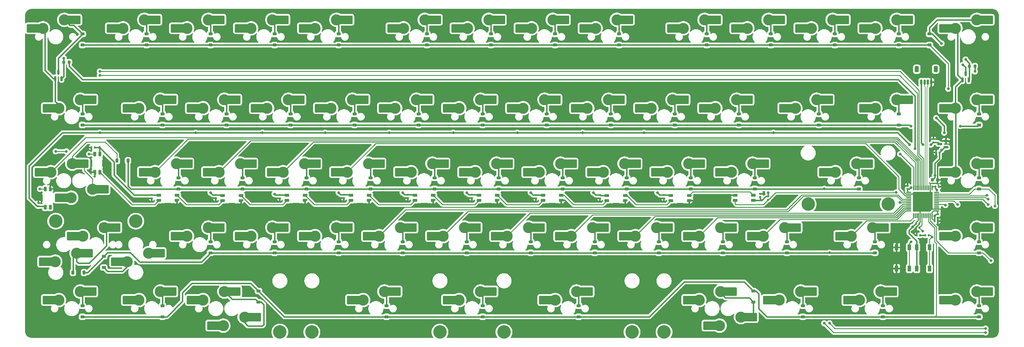
<source format=gbr>
%TF.GenerationSoftware,KiCad,Pcbnew,8.0.4*%
%TF.CreationDate,2024-08-19T01:28:38+08:00*%
%TF.ProjectId,cloak-xt,636c6f61-6b2d-4787-942e-6b696361645f,rev?*%
%TF.SameCoordinates,Original*%
%TF.FileFunction,Copper,L2,Bot*%
%TF.FilePolarity,Positive*%
%FSLAX46Y46*%
G04 Gerber Fmt 4.6, Leading zero omitted, Abs format (unit mm)*
G04 Created by KiCad (PCBNEW 8.0.4) date 2024-08-19 01:28:38*
%MOMM*%
%LPD*%
G01*
G04 APERTURE LIST*
G04 Aperture macros list*
%AMRoundRect*
0 Rectangle with rounded corners*
0 $1 Rounding radius*
0 $2 $3 $4 $5 $6 $7 $8 $9 X,Y pos of 4 corners*
0 Add a 4 corners polygon primitive as box body*
4,1,4,$2,$3,$4,$5,$6,$7,$8,$9,$2,$3,0*
0 Add four circle primitives for the rounded corners*
1,1,$1+$1,$2,$3*
1,1,$1+$1,$4,$5*
1,1,$1+$1,$6,$7*
1,1,$1+$1,$8,$9*
0 Add four rect primitives between the rounded corners*
20,1,$1+$1,$2,$3,$4,$5,0*
20,1,$1+$1,$4,$5,$6,$7,0*
20,1,$1+$1,$6,$7,$8,$9,0*
20,1,$1+$1,$8,$9,$2,$3,0*%
%AMFreePoly0*
4,1,18,-0.410000,0.593000,-0.403758,0.624380,-0.385983,0.650983,-0.359380,0.668758,-0.328000,0.675000,0.328000,0.675000,0.359380,0.668758,0.385983,0.650983,0.403758,0.624380,0.410000,0.593000,0.410000,-0.593000,0.403758,-0.624380,0.385983,-0.650983,0.359380,-0.668758,0.328000,-0.675000,0.000000,-0.675000,-0.410000,-0.265000,-0.410000,0.593000,-0.410000,0.593000,$1*%
G04 Aperture macros list end*
%TA.AperFunction,SMDPad,CuDef*%
%ADD10RoundRect,0.082000X0.593000X-0.328000X0.593000X0.328000X-0.593000X0.328000X-0.593000X-0.328000X0*%
%TD*%
%TA.AperFunction,SMDPad,CuDef*%
%ADD11FreePoly0,90.000000*%
%TD*%
%TA.AperFunction,SMDPad,CuDef*%
%ADD12RoundRect,0.082000X0.328000X0.593000X-0.328000X0.593000X-0.328000X-0.593000X0.328000X-0.593000X0*%
%TD*%
%TA.AperFunction,SMDPad,CuDef*%
%ADD13FreePoly0,180.000000*%
%TD*%
%TA.AperFunction,SMDPad,CuDef*%
%ADD14RoundRect,0.082000X-0.328000X-0.593000X0.328000X-0.593000X0.328000X0.593000X-0.328000X0.593000X0*%
%TD*%
%TA.AperFunction,SMDPad,CuDef*%
%ADD15FreePoly0,0.000000*%
%TD*%
%TA.AperFunction,SMDPad,CuDef*%
%ADD16RoundRect,0.082000X-0.593000X0.328000X-0.593000X-0.328000X0.593000X-0.328000X0.593000X0.328000X0*%
%TD*%
%TA.AperFunction,SMDPad,CuDef*%
%ADD17FreePoly0,270.000000*%
%TD*%
%TA.AperFunction,SMDPad,CuDef*%
%ADD18RoundRect,0.140000X-0.170000X0.140000X-0.170000X-0.140000X0.170000X-0.140000X0.170000X0.140000X0*%
%TD*%
%TA.AperFunction,SMDPad,CuDef*%
%ADD19RoundRect,0.140000X-0.140000X-0.170000X0.140000X-0.170000X0.140000X0.170000X-0.140000X0.170000X0*%
%TD*%
%TA.AperFunction,SMDPad,CuDef*%
%ADD20RoundRect,0.140000X0.170000X-0.140000X0.170000X0.140000X-0.170000X0.140000X-0.170000X-0.140000X0*%
%TD*%
%TA.AperFunction,SMDPad,CuDef*%
%ADD21RoundRect,0.135000X-0.185000X0.135000X-0.185000X-0.135000X0.185000X-0.135000X0.185000X0.135000X0*%
%TD*%
%TA.AperFunction,ComponentPad*%
%ADD22C,4.000000*%
%TD*%
%TA.AperFunction,SMDPad,CuDef*%
%ADD23RoundRect,0.225000X0.375000X-0.225000X0.375000X0.225000X-0.375000X0.225000X-0.375000X-0.225000X0*%
%TD*%
%TA.AperFunction,ComponentPad*%
%ADD24C,3.300000*%
%TD*%
%TA.AperFunction,SMDPad,CuDef*%
%ADD25R,1.650000X2.500000*%
%TD*%
%TA.AperFunction,SMDPad,CuDef*%
%ADD26RoundRect,0.250000X1.025000X1.000000X-1.025000X1.000000X-1.025000X-1.000000X1.025000X-1.000000X0*%
%TD*%
%TA.AperFunction,SMDPad,CuDef*%
%ADD27RoundRect,0.075000X0.075000X-0.662500X0.075000X0.662500X-0.075000X0.662500X-0.075000X-0.662500X0*%
%TD*%
%TA.AperFunction,SMDPad,CuDef*%
%ADD28RoundRect,0.075000X0.662500X-0.075000X0.662500X0.075000X-0.662500X0.075000X-0.662500X-0.075000X0*%
%TD*%
%TA.AperFunction,SMDPad,CuDef*%
%ADD29RoundRect,0.225000X0.225000X0.375000X-0.225000X0.375000X-0.225000X-0.375000X0.225000X-0.375000X0*%
%TD*%
%TA.AperFunction,SMDPad,CuDef*%
%ADD30RoundRect,0.250000X-1.025000X-1.000000X1.025000X-1.000000X1.025000X1.000000X-1.025000X1.000000X0*%
%TD*%
%TA.AperFunction,SMDPad,CuDef*%
%ADD31RoundRect,0.225000X-0.375000X0.225000X-0.375000X-0.225000X0.375000X-0.225000X0.375000X0.225000X0*%
%TD*%
%TA.AperFunction,SMDPad,CuDef*%
%ADD32R,1.000000X1.700000*%
%TD*%
%TA.AperFunction,SMDPad,CuDef*%
%ADD33RoundRect,0.150000X0.150000X-0.587500X0.150000X0.587500X-0.150000X0.587500X-0.150000X-0.587500X0*%
%TD*%
%TA.AperFunction,SMDPad,CuDef*%
%ADD34RoundRect,0.200000X0.200000X0.275000X-0.200000X0.275000X-0.200000X-0.275000X0.200000X-0.275000X0*%
%TD*%
%TA.AperFunction,SMDPad,CuDef*%
%ADD35RoundRect,0.150000X0.587500X0.150000X-0.587500X0.150000X-0.587500X-0.150000X0.587500X-0.150000X0*%
%TD*%
%TA.AperFunction,SMDPad,CuDef*%
%ADD36RoundRect,0.140000X0.140000X0.170000X-0.140000X0.170000X-0.140000X-0.170000X0.140000X-0.170000X0*%
%TD*%
%TA.AperFunction,SMDPad,CuDef*%
%ADD37RoundRect,0.135000X0.135000X0.185000X-0.135000X0.185000X-0.135000X-0.185000X0.135000X-0.185000X0*%
%TD*%
%TA.AperFunction,SMDPad,CuDef*%
%ADD38RoundRect,0.150000X-0.150000X-0.625000X0.150000X-0.625000X0.150000X0.625000X-0.150000X0.625000X0*%
%TD*%
%TA.AperFunction,SMDPad,CuDef*%
%ADD39RoundRect,0.250000X-0.350000X-0.650000X0.350000X-0.650000X0.350000X0.650000X-0.350000X0.650000X0*%
%TD*%
%TA.AperFunction,SMDPad,CuDef*%
%ADD40RoundRect,0.225000X-0.225000X-0.250000X0.225000X-0.250000X0.225000X0.250000X-0.225000X0.250000X0*%
%TD*%
%TA.AperFunction,ViaPad*%
%ADD41C,0.800000*%
%TD*%
%TA.AperFunction,Conductor*%
%ADD42C,0.400000*%
%TD*%
%TA.AperFunction,Conductor*%
%ADD43C,0.250000*%
%TD*%
%TA.AperFunction,Conductor*%
%ADD44C,0.300000*%
%TD*%
%TA.AperFunction,Conductor*%
%ADD45C,0.200000*%
%TD*%
G04 APERTURE END LIST*
D10*
%TO.P,LED10,1,VDD*%
%TO.N,+5V*%
X97589536Y-130347661D03*
%TO.P,LED10,2,DOUT*%
%TO.N,Net-(LED10-DOUT)*%
X97589536Y-131847661D03*
%TO.P,LED10,3,DIN*%
%TO.N,Net-(LED10-DIN)*%
X103039536Y-130347661D03*
D11*
%TO.P,LED10,4,VSS*%
%TO.N,GND*%
X103039536Y-131847661D03*
%TD*%
D10*
%TO.P,LED4,1,VDD*%
%TO.N,+5V*%
X211889536Y-130347661D03*
%TO.P,LED4,2,DOUT*%
%TO.N,Net-(LED4-DOUT)*%
X211889536Y-131847661D03*
%TO.P,LED4,3,DIN*%
%TO.N,Net-(LED3-DOUT)*%
X217339536Y-130347661D03*
D11*
%TO.P,LED4,4,VSS*%
%TO.N,GND*%
X217339536Y-131847661D03*
%TD*%
D10*
%TO.P,LED3,1,VDD*%
%TO.N,+5V*%
X230886411Y-130391411D03*
%TO.P,LED3,2,DOUT*%
%TO.N,Net-(LED3-DOUT)*%
X230886411Y-131891411D03*
%TO.P,LED3,3,DIN*%
%TO.N,Net-(LED2-DOUT)*%
X236336411Y-130391411D03*
D11*
%TO.P,LED3,4,VSS*%
%TO.N,GND*%
X236336411Y-131891411D03*
%TD*%
D10*
%TO.P,LED2,1,VDD*%
%TO.N,+5V*%
X249936411Y-130391411D03*
%TO.P,LED2,2,DOUT*%
%TO.N,Net-(LED2-DOUT)*%
X249936411Y-131891411D03*
%TO.P,LED2,3,DIN*%
%TO.N,Net-(LED1-DOUT)*%
X255386411Y-130391411D03*
D11*
%TO.P,LED2,4,VSS*%
%TO.N,GND*%
X255386411Y-131891411D03*
%TD*%
D10*
%TO.P,LED9,1,VDD*%
%TO.N,+5V*%
X116586411Y-130391411D03*
%TO.P,LED9,2,DOUT*%
%TO.N,Net-(LED10-DIN)*%
X116586411Y-131891411D03*
%TO.P,LED9,3,DIN*%
%TO.N,Net-(LED8-DOUT)*%
X122036411Y-130391411D03*
D11*
%TO.P,LED9,4,VSS*%
%TO.N,GND*%
X122036411Y-131891411D03*
%TD*%
D12*
%TO.P,LED12,1,VDD*%
%TO.N,+5V*%
X63792661Y-133866411D03*
%TO.P,LED12,2,DOUT*%
%TO.N,unconnected-(LED12-DOUT-Pad2)*%
X65292661Y-133866411D03*
%TO.P,LED12,3,DIN*%
%TO.N,Net-(LED11-DOUT)*%
X63792661Y-128416411D03*
D13*
%TO.P,LED12,4,VSS*%
%TO.N,GND*%
X65292661Y-128416411D03*
%TD*%
D14*
%TO.P,LED11,1,VDD*%
%TO.N,+5V*%
X80020786Y-118044536D03*
%TO.P,LED11,2,DOUT*%
%TO.N,Net-(LED11-DOUT)*%
X78520786Y-118044536D03*
%TO.P,LED11,3,DIN*%
%TO.N,Net-(LED10-DOUT)*%
X80020786Y-123494536D03*
D15*
%TO.P,LED11,4,VSS*%
%TO.N,GND*%
X78520786Y-123494536D03*
%TD*%
D10*
%TO.P,LED8,1,VDD*%
%TO.N,+5V*%
X135689536Y-130347661D03*
%TO.P,LED8,2,DOUT*%
%TO.N,Net-(LED8-DOUT)*%
X135689536Y-131847661D03*
%TO.P,LED8,3,DIN*%
%TO.N,Net-(LED7-DOUT)*%
X141139536Y-130347661D03*
D11*
%TO.P,LED8,4,VSS*%
%TO.N,GND*%
X141139536Y-131847661D03*
%TD*%
D10*
%TO.P,LED7,1,VDD*%
%TO.N,+5V*%
X154739536Y-130347661D03*
%TO.P,LED7,2,DOUT*%
%TO.N,Net-(LED7-DOUT)*%
X154739536Y-131847661D03*
%TO.P,LED7,3,DIN*%
%TO.N,Net-(LED6-DOUT)*%
X160189536Y-130347661D03*
D11*
%TO.P,LED7,4,VSS*%
%TO.N,GND*%
X160189536Y-131847661D03*
%TD*%
D10*
%TO.P,LED6,1,VDD*%
%TO.N,+5V*%
X173789536Y-130347661D03*
%TO.P,LED6,2,DOUT*%
%TO.N,Net-(LED6-DOUT)*%
X173789536Y-131847661D03*
%TO.P,LED6,3,DIN*%
%TO.N,Net-(LED5-DOUT)*%
X179239536Y-130347661D03*
D11*
%TO.P,LED6,4,VSS*%
%TO.N,GND*%
X179239536Y-131847661D03*
%TD*%
D10*
%TO.P,LED5,1,VDD*%
%TO.N,+5V*%
X192839536Y-130347661D03*
%TO.P,LED5,2,DOUT*%
%TO.N,Net-(LED5-DOUT)*%
X192839536Y-131847661D03*
%TO.P,LED5,3,DIN*%
%TO.N,Net-(LED4-DOUT)*%
X198289536Y-130347661D03*
D11*
%TO.P,LED5,4,VSS*%
%TO.N,GND*%
X198289536Y-131847661D03*
%TD*%
D16*
%TO.P,LED1,1,VDD*%
%TO.N,+5V*%
X274489536Y-131847661D03*
%TO.P,LED1,2,DOUT*%
%TO.N,Net-(LED1-DOUT)*%
X274489536Y-130347661D03*
%TO.P,LED1,3,DIN*%
%TO.N,LED*%
X269039536Y-131847661D03*
D17*
%TO.P,LED1,4,VSS*%
%TO.N,GND*%
X269039536Y-130347661D03*
%TD*%
D18*
%TO.P,C21,1*%
%TO.N,GND*%
X61764536Y-132645786D03*
%TO.P,C21,2*%
%TO.N,+5V*%
X61764536Y-133605786D03*
%TD*%
D19*
%TO.P,C20,1*%
%TO.N,GND*%
X77556411Y-116060161D03*
%TO.P,C20,2*%
%TO.N,+5V*%
X78516411Y-116060161D03*
%TD*%
D20*
%TO.P,C19,1*%
%TO.N,GND*%
X95498911Y-131224536D03*
%TO.P,C19,2*%
%TO.N,+5V*%
X95498911Y-130264536D03*
%TD*%
%TO.P,C18,1*%
%TO.N,GND*%
X114548911Y-131184536D03*
%TO.P,C18,2*%
%TO.N,+5V*%
X114548911Y-130224536D03*
%TD*%
%TO.P,C17,1*%
%TO.N,GND*%
X133598911Y-131224536D03*
%TO.P,C17,2*%
%TO.N,+5V*%
X133598911Y-130264536D03*
%TD*%
%TO.P,C16,1*%
%TO.N,GND*%
X152648911Y-131141411D03*
%TO.P,C16,2*%
%TO.N,+5V*%
X152648911Y-130181411D03*
%TD*%
%TO.P,C15,1*%
%TO.N,GND*%
X171698911Y-131141411D03*
%TO.P,C15,2*%
%TO.N,+5V*%
X171698911Y-130181411D03*
%TD*%
%TO.P,C14,1*%
%TO.N,GND*%
X190748911Y-131141411D03*
%TO.P,C14,2*%
%TO.N,+5V*%
X190748911Y-130181411D03*
%TD*%
%TO.P,C13,2*%
%TO.N,+5V*%
X209798911Y-130264536D03*
%TO.P,C13,1*%
%TO.N,GND*%
X209798911Y-131224536D03*
%TD*%
%TO.P,C12,2*%
%TO.N,+5V*%
X228848911Y-130264536D03*
%TO.P,C12,1*%
%TO.N,GND*%
X228848911Y-131224536D03*
%TD*%
D21*
%TO.P,R5,2*%
%TO.N,LED*%
X278855161Y-131651411D03*
%TO.P,R5,1*%
%TO.N,+5V*%
X278855161Y-130631411D03*
%TD*%
D20*
%TO.P,C11,2*%
%TO.N,+5V*%
X247898911Y-130264536D03*
%TO.P,C11,1*%
%TO.N,GND*%
X247898911Y-131224536D03*
%TD*%
D18*
%TO.P,C8,2*%
%TO.N,+5V*%
X276473911Y-130827661D03*
%TO.P,C8,1*%
%TO.N,GND*%
X276473911Y-129867661D03*
%TD*%
D22*
%TO.P,S44,*%
%TO.N,*%
X66923911Y-138047036D03*
X90736411Y-138047036D03*
%TD*%
%TO.P,S62,*%
%TO.N,*%
X181223911Y-171067036D03*
X143123911Y-171067036D03*
%TD*%
%TO.P,S41,*%
%TO.N,*%
X314573911Y-132967036D03*
X290761411Y-132967036D03*
%TD*%
%TO.P,S63,*%
%TO.N,*%
X247898911Y-171067036D03*
X133598911Y-171067036D03*
%TD*%
%TO.P,S64,*%
%TO.N,*%
X238373911Y-171067036D03*
X200273911Y-171067036D03*
%TD*%
D23*
%TO.P,D23,2,A*%
%TO.N,Net-(D23-A)*%
X232023911Y-106075786D03*
%TO.P,D23,1,K*%
%TO.N,ROW1*%
X232023911Y-109375786D03*
%TD*%
%TO.P,D16,2,A*%
%TO.N,Net-(D16-A)*%
X98673911Y-106075786D03*
%TO.P,D16,1,K*%
%TO.N,ROW1*%
X98673911Y-109375786D03*
%TD*%
%TO.P,D62,2,A*%
%TO.N,Net-(D62-A)*%
X165348911Y-163225786D03*
%TO.P,D62,1,K*%
%TO.N,ROW4*%
X165348911Y-166525786D03*
%TD*%
%TO.P,D7,2,A*%
%TO.N,Net-(D7-A)*%
X196400411Y-82263286D03*
%TO.P,D7,1,K*%
%TO.N,ROW0*%
X196400411Y-85563286D03*
%TD*%
%TO.P,D35,2,A*%
%TO.N,Net-(D35-A)*%
X179636411Y-125125786D03*
%TO.P,D35,1,K*%
%TO.N,ROW2*%
X179636411Y-128425786D03*
%TD*%
D24*
%TO.P,MX59,1,1*%
%TO.N,COL1*%
X91688911Y-161542036D03*
D25*
X89863911Y-161542036D03*
D26*
X88138911Y-161542036D03*
%TO.P,MX59,2,2*%
%TO.N,Net-(D59-A)*%
X101588911Y-159002036D03*
D25*
X99838911Y-159002036D03*
D24*
X98038911Y-159002036D03*
%TD*%
D23*
%TO.P,D41,2,A*%
%TO.N,Net-(D41-A)*%
X305842661Y-125125786D03*
%TO.P,D41,1,K*%
%TO.N,ROW2*%
X305842661Y-128425786D03*
%TD*%
D20*
%TO.P,C4,2*%
%TO.N,GND*%
X320348911Y-127527036D03*
%TO.P,C4,1*%
%TO.N,+3V3*%
X320348911Y-128487036D03*
%TD*%
D27*
%TO.P,U1,1,VBAT*%
%TO.N,+3V3*%
X327598911Y-136419536D03*
%TO.P,U1,2,PC13*%
%TO.N,ROW3*%
X327098911Y-136419536D03*
%TO.P,U1,3,PC14*%
%TO.N,ROW4*%
X326598911Y-136419536D03*
%TO.P,U1,4,PC15*%
%TO.N,/C15*%
X326098911Y-136419536D03*
%TO.P,U1,5,PF0*%
%TO.N,/F0*%
X325598911Y-136419536D03*
%TO.P,U1,6,PF1*%
%TO.N,/F1*%
X325098911Y-136419536D03*
%TO.P,U1,7,NRST*%
%TO.N,NRST*%
X324598911Y-136419536D03*
%TO.P,U1,8,VSSA*%
%TO.N,GND*%
X324098911Y-136419536D03*
%TO.P,U1,9,VDDA*%
%TO.N,+3V3*%
X323598911Y-136419536D03*
%TO.P,U1,10,PA0*%
%TO.N,/A0*%
X323098911Y-136419536D03*
%TO.P,U1,11,PA1*%
%TO.N,/A1*%
X322598911Y-136419536D03*
%TO.P,U1,12,PA2*%
%TO.N,COL12*%
X322098911Y-136419536D03*
D28*
%TO.P,U1,13,PA3*%
%TO.N,COL11*%
X320686411Y-135007036D03*
%TO.P,U1,14,PA4*%
%TO.N,COL10*%
X320686411Y-134507036D03*
%TO.P,U1,15,PA5*%
%TO.N,COL9*%
X320686411Y-134007036D03*
%TO.P,U1,16,PA6*%
%TO.N,COL8*%
X320686411Y-133507036D03*
%TO.P,U1,17,PA7*%
%TO.N,COL7*%
X320686411Y-133007036D03*
%TO.P,U1,18,PB0*%
%TO.N,LED*%
X320686411Y-132507036D03*
%TO.P,U1,19,PB1*%
%TO.N,COL6*%
X320686411Y-132007036D03*
%TO.P,U1,20,PB2*%
%TO.N,COL5*%
X320686411Y-131507036D03*
%TO.P,U1,21,PB10*%
%TO.N,/B10*%
X320686411Y-131007036D03*
%TO.P,U1,22,PB11*%
%TO.N,COL4*%
X320686411Y-130507036D03*
%TO.P,U1,23,VSS*%
%TO.N,GND*%
X320686411Y-130007036D03*
%TO.P,U1,24,VDD*%
%TO.N,+3V3*%
X320686411Y-129507036D03*
D27*
%TO.P,U1,25,PB12*%
%TO.N,ROW1*%
X322098911Y-128094536D03*
%TO.P,U1,26,PB13*%
%TO.N,COL3*%
X322598911Y-128094536D03*
%TO.P,U1,27,PB14*%
%TO.N,COL2*%
X323098911Y-128094536D03*
%TO.P,U1,28,PB15*%
%TO.N,COL1*%
X323598911Y-128094536D03*
%TO.P,U1,29,PA8*%
%TO.N,COL0*%
X324098911Y-128094536D03*
%TO.P,U1,30,PA9*%
%TO.N,ENC1A*%
X324598911Y-128094536D03*
%TO.P,U1,31,PA10*%
%TO.N,ENC1B*%
X325098911Y-128094536D03*
%TO.P,U1,32,PA11*%
%TO.N,D-*%
X325598911Y-128094536D03*
%TO.P,U1,33,PA12*%
%TO.N,D+*%
X326098911Y-128094536D03*
%TO.P,U1,34,PA13*%
%TO.N,/A13*%
X326598911Y-128094536D03*
%TO.P,U1,35,VSS*%
%TO.N,GND*%
X327098911Y-128094536D03*
%TO.P,U1,36,VDDIO2*%
%TO.N,+3V3*%
X327598911Y-128094536D03*
D28*
%TO.P,U1,37,PA14*%
%TO.N,/A14*%
X329011411Y-129507036D03*
%TO.P,U1,38,PA15*%
%TO.N,ROW2*%
X329011411Y-130007036D03*
%TO.P,U1,39,PB3*%
%TO.N,ROW0*%
X329011411Y-130507036D03*
%TO.P,U1,40,PB4*%
%TO.N,ENC2A*%
X329011411Y-131007036D03*
%TO.P,U1,41,PB5*%
%TO.N,ENC2B*%
X329011411Y-131507036D03*
%TO.P,U1,42,PB6*%
%TO.N,COL13*%
X329011411Y-132007036D03*
%TO.P,U1,43,PB7*%
%TO.N,/B7*%
X329011411Y-132507036D03*
%TO.P,U1,44,BOOT0*%
%TO.N,BOOT0*%
X329011411Y-133007036D03*
%TO.P,U1,45,PB8*%
%TO.N,/B8*%
X329011411Y-133507036D03*
%TO.P,U1,46,PB9*%
%TO.N,/B9*%
X329011411Y-134007036D03*
%TO.P,U1,47,VSS*%
%TO.N,GND*%
X329011411Y-134507036D03*
%TO.P,U1,48,VDD*%
%TO.N,+3V3*%
X329011411Y-135007036D03*
%TD*%
D23*
%TO.P,D37,2,A*%
%TO.N,Net-(D37-A)*%
X217736411Y-125125786D03*
%TO.P,D37,1,K*%
%TO.N,ROW2*%
X217736411Y-128425786D03*
%TD*%
%TO.P,D3,2,A*%
%TO.N,Net-(D3-A)*%
X112961411Y-82263286D03*
%TO.P,D3,1,K*%
%TO.N,ROW0*%
X112961411Y-85563286D03*
%TD*%
D24*
%TO.P,MX20,1,1*%
%TO.N,COL5*%
X167888911Y-104392036D03*
D25*
X166063911Y-104392036D03*
D26*
X164338911Y-104392036D03*
%TO.P,MX20,2,2*%
%TO.N,Net-(D20-A)*%
X177788911Y-101852036D03*
D25*
X176038911Y-101852036D03*
D24*
X174238911Y-101852036D03*
%TD*%
D23*
%TO.P,D20,2,A*%
%TO.N,Net-(D20-A)*%
X174873911Y-106075786D03*
%TO.P,D20,1,K*%
%TO.N,ROW1*%
X174873911Y-109375786D03*
%TD*%
D24*
%TO.P,MX1,1,1*%
%TO.N,COL0*%
X63113911Y-80579536D03*
D25*
X61288911Y-80579536D03*
D26*
X59563911Y-80579536D03*
%TO.P,MX1,2,2*%
%TO.N,Net-(D1-A)*%
X73013911Y-78039536D03*
D25*
X71263911Y-78039536D03*
D24*
X69463911Y-78039536D03*
%TD*%
%TO.P,MX22,1,1*%
%TO.N,COL7*%
X205988911Y-104392036D03*
D25*
X204163911Y-104392036D03*
D26*
X202438911Y-104392036D03*
%TO.P,MX22,2,2*%
%TO.N,Net-(D22-A)*%
X215888911Y-101852036D03*
D25*
X214138911Y-101852036D03*
D24*
X212338911Y-101852036D03*
%TD*%
D23*
%TO.P,D8,2,A*%
%TO.N,Net-(D8-A)*%
X215450411Y-82263286D03*
%TO.P,D8,1,K*%
%TO.N,ROW0*%
X215450411Y-85563286D03*
%TD*%
%TO.P,D11,2,A*%
%TO.N,Net-(D11-A)*%
X279648911Y-82263286D03*
%TO.P,D11,1,K*%
%TO.N,ROW0*%
X279648911Y-85563286D03*
%TD*%
D24*
%TO.P,MX17,1,1*%
%TO.N,COL2*%
X110738911Y-104392036D03*
D25*
X108913911Y-104392036D03*
D26*
X107188911Y-104392036D03*
%TO.P,MX17,2,2*%
%TO.N,Net-(D17-A)*%
X120638911Y-101852036D03*
D25*
X118888911Y-101852036D03*
D24*
X117088911Y-101852036D03*
%TD*%
D23*
%TO.P,D59,2,A*%
%TO.N,Net-(D59-A)*%
X98673911Y-163225786D03*
%TO.P,D59,1,K*%
%TO.N,ROW4*%
X98673911Y-166525786D03*
%TD*%
%TO.P,D47,2,A*%
%TO.N,Net-(D47-A)*%
X132011411Y-144175786D03*
%TO.P,D47,1,K*%
%TO.N,ROW3*%
X132011411Y-147475786D03*
%TD*%
D24*
%TO.P,MX53,1,1*%
%TO.N,COL9*%
X239326411Y-142492036D03*
D25*
X237501411Y-142492036D03*
D26*
X235776411Y-142492036D03*
%TO.P,MX53,2,2*%
%TO.N,Net-(D53-A)*%
X249226411Y-139952036D03*
D25*
X247476411Y-139952036D03*
D24*
X245676411Y-139952036D03*
%TD*%
D23*
%TO.P,D54,2,A*%
%TO.N,Net-(D54-A)*%
X265361411Y-144175786D03*
%TO.P,D54,1,K*%
%TO.N,ROW3*%
X265361411Y-147475786D03*
%TD*%
D24*
%TO.P,MX14,1,1*%
%TO.N,COL13*%
X334576411Y-80579536D03*
D25*
X332751411Y-80579536D03*
D26*
X331026411Y-80579536D03*
%TO.P,MX14,2,2*%
%TO.N,Net-(D14-A)*%
X344476411Y-78039536D03*
D25*
X342726411Y-78039536D03*
D24*
X340926411Y-78039536D03*
%TD*%
%TO.P,MX12,1,1*%
%TO.N,COL11*%
X291713911Y-80579536D03*
D25*
X289888911Y-80579536D03*
D26*
X288163911Y-80579536D03*
%TO.P,MX12,2,2*%
%TO.N,Net-(D12-A)*%
X301613911Y-78039536D03*
D25*
X299863911Y-78039536D03*
D24*
X298063911Y-78039536D03*
%TD*%
%TO.P,MX56,1,1*%
%TO.N,COL12*%
X303620161Y-142492036D03*
D25*
X301795161Y-142492036D03*
D26*
X300070161Y-142492036D03*
%TO.P,MX56,2,2*%
%TO.N,Net-(D56-A)*%
X313520161Y-139952036D03*
D25*
X311770161Y-139952036D03*
D24*
X309970161Y-139952036D03*
%TD*%
%TO.P,MX60,1,1*%
%TO.N,COL2*%
X110738911Y-161542036D03*
D25*
X108913911Y-161542036D03*
D26*
X107188911Y-161542036D03*
%TO.P,MX60,2,2*%
%TO.N,Net-(D60-A)*%
X120638911Y-159002036D03*
D25*
X118888911Y-159002036D03*
D24*
X117088911Y-159002036D03*
%TD*%
D23*
%TO.P,D15,2,A*%
%TO.N,Net-(D15-A)*%
X74861411Y-106075786D03*
%TO.P,D15,1,K*%
%TO.N,ROW1*%
X74861411Y-109375786D03*
%TD*%
D19*
%TO.P,C3,2*%
%TO.N,GND*%
X329578911Y-127757036D03*
%TO.P,C3,1*%
%TO.N,+3V3*%
X328618911Y-127757036D03*
%TD*%
D29*
%TO.P,D43,2,A*%
%TO.N,Net-(D43-A)*%
X72020786Y-153366411D03*
%TO.P,D43,1,K*%
%TO.N,ROW3*%
X75320786Y-153366411D03*
%TD*%
D24*
%TO.P,MX34,1,1*%
%TO.N,COL4*%
X153601411Y-123442036D03*
D25*
X151776411Y-123442036D03*
D26*
X150051411Y-123442036D03*
%TO.P,MX34,2,2*%
%TO.N,Net-(D34-A)*%
X163501411Y-120902036D03*
D25*
X161751411Y-120902036D03*
D24*
X159951411Y-120902036D03*
%TD*%
%TO.P,MX13,1,1*%
%TO.N,COL12*%
X310763911Y-80579536D03*
D25*
X308938911Y-80579536D03*
D26*
X307213911Y-80579536D03*
%TO.P,MX13,2,2*%
%TO.N,Net-(D13-A)*%
X320663911Y-78039536D03*
D25*
X318913911Y-78039536D03*
D24*
X317113911Y-78039536D03*
%TD*%
%TO.P,MX46,1,1*%
%TO.N,COL2*%
X105976411Y-142492036D03*
D25*
X104151411Y-142492036D03*
D26*
X102426411Y-142492036D03*
%TO.P,MX46,2,2*%
%TO.N,Net-(D46-A)*%
X115876411Y-139952036D03*
D25*
X114126411Y-139952036D03*
D24*
X112326411Y-139952036D03*
%TD*%
%TO.P,MX42,1,1*%
%TO.N,COL13*%
X334576411Y-123442036D03*
D25*
X332751411Y-123442036D03*
D26*
X331026411Y-123442036D03*
%TO.P,MX42,2,2*%
%TO.N,Net-(D42-A)*%
X344476411Y-120902036D03*
D25*
X342726411Y-120902036D03*
D24*
X340926411Y-120902036D03*
%TD*%
%TO.P,MX45,1,1*%
%TO.N,COL1*%
X94546411Y-147572036D03*
D25*
X96371411Y-147572036D03*
D30*
X98096411Y-147572036D03*
%TO.P,MX45,2,2*%
%TO.N,Net-(D45-A)*%
X84646411Y-150112036D03*
D25*
X86396411Y-150112036D03*
D24*
X88196411Y-150112036D03*
%TD*%
D31*
%TO.P,D45,2,A*%
%TO.N,Net-(D45-A)*%
X81211411Y-151841411D03*
%TO.P,D45,1,K*%
%TO.N,ROW3*%
X81211411Y-148541411D03*
%TD*%
D24*
%TO.P,MX29,1,1*%
%TO.N,COL0*%
X65495161Y-123442036D03*
D25*
X63670161Y-123442036D03*
D26*
X61945161Y-123442036D03*
%TO.P,MX29,2,2*%
%TO.N,Net-(D29-A)*%
X75395161Y-120902036D03*
D25*
X73645161Y-120902036D03*
D24*
X71845161Y-120902036D03*
%TD*%
D32*
%TO.P,BOOT1,2,B*%
%TO.N,BOOT0*%
X326877036Y-152150786D03*
X326877036Y-145850786D03*
%TO.P,BOOT1,1,A*%
%TO.N,+3V3*%
X323077036Y-152150786D03*
X323077036Y-145850786D03*
%TD*%
D24*
%TO.P,MX7,1,1*%
%TO.N,COL6*%
X189415411Y-80579536D03*
D25*
X187590411Y-80579536D03*
D26*
X185865411Y-80579536D03*
%TO.P,MX7,2,2*%
%TO.N,Net-(D7-A)*%
X199315411Y-78039536D03*
D25*
X197565411Y-78039536D03*
D24*
X195765411Y-78039536D03*
%TD*%
%TO.P,MX30,2,2*%
%TO.N,COL0*%
X71527661Y-131062036D03*
D25*
X69727661Y-131062036D03*
D30*
X67977661Y-131062036D03*
%TO.P,MX30,1,1*%
%TO.N,Net-(D29-A)*%
X81427661Y-128522036D03*
D25*
X79702661Y-128522036D03*
D24*
X77877661Y-128522036D03*
%TD*%
%TO.P,MX8,1,1*%
%TO.N,COL7*%
X208465411Y-80579536D03*
D25*
X206640411Y-80579536D03*
D26*
X204915411Y-80579536D03*
%TO.P,MX8,2,2*%
%TO.N,Net-(D8-A)*%
X218365411Y-78039536D03*
D25*
X216615411Y-78039536D03*
D24*
X214815411Y-78039536D03*
%TD*%
D23*
%TO.P,D40,2,A*%
%TO.N,Net-(D40-A)*%
X274886411Y-125125786D03*
%TO.P,D40,1,K*%
%TO.N,ROW2*%
X274886411Y-128425786D03*
%TD*%
D24*
%TO.P,MX16,1,1*%
%TO.N,COL1*%
X91688911Y-104392036D03*
D25*
X89863911Y-104392036D03*
D26*
X88138911Y-104392036D03*
%TO.P,MX16,2,2*%
%TO.N,Net-(D16-A)*%
X101588911Y-101852036D03*
D25*
X99838911Y-101852036D03*
D24*
X98038911Y-101852036D03*
%TD*%
D23*
%TO.P,D19,2,A*%
%TO.N,Net-(D19-A)*%
X155823911Y-106075786D03*
%TO.P,D19,1,K*%
%TO.N,ROW1*%
X155823911Y-109375786D03*
%TD*%
D29*
%TO.P,D29,2,A*%
%TO.N,Net-(D29-A)*%
X85117661Y-120028911D03*
%TO.P,D29,1,K*%
%TO.N,ROW2*%
X88417661Y-120028911D03*
%TD*%
D24*
%TO.P,MX33,1,1*%
%TO.N,COL3*%
X134551411Y-123442036D03*
D25*
X132726411Y-123442036D03*
D26*
X131001411Y-123442036D03*
%TO.P,MX33,2,2*%
%TO.N,Net-(D33-A)*%
X144451411Y-120902036D03*
D25*
X142701411Y-120902036D03*
D24*
X140901411Y-120902036D03*
%TD*%
D18*
%TO.P,C5,2*%
%TO.N,GND*%
X329348911Y-136987036D03*
%TO.P,C5,1*%
%TO.N,+3V3*%
X329348911Y-136027036D03*
%TD*%
D24*
%TO.P,MX54,1,1*%
%TO.N,COL10*%
X258376411Y-142492036D03*
D25*
X256551411Y-142492036D03*
D26*
X254826411Y-142492036D03*
%TO.P,MX54,2,2*%
%TO.N,Net-(D54-A)*%
X268276411Y-139952036D03*
D25*
X266526411Y-139952036D03*
D24*
X264726411Y-139952036D03*
%TD*%
D23*
%TO.P,D50,2,A*%
%TO.N,Net-(D50-A)*%
X189161411Y-144175786D03*
%TO.P,D50,1,K*%
%TO.N,ROW3*%
X189161411Y-147475786D03*
%TD*%
%TO.P,D48,2,A*%
%TO.N,Net-(D48-A)*%
X151061411Y-144175786D03*
%TO.P,D48,1,K*%
%TO.N,ROW3*%
X151061411Y-147475786D03*
%TD*%
%TO.P,D31,2,A*%
%TO.N,Net-(D31-A)*%
X103436411Y-125125786D03*
%TO.P,D31,1,K*%
%TO.N,ROW2*%
X103436411Y-128425786D03*
%TD*%
D24*
%TO.P,MX65,1,1*%
%TO.N,COL10*%
X258376411Y-161542036D03*
D25*
X256551411Y-161542036D03*
D26*
X254826411Y-161542036D03*
%TO.P,MX65,2,2*%
%TO.N,Net-(D65-A)*%
X268276411Y-159002036D03*
D25*
X266526411Y-159002036D03*
D24*
X264726411Y-159002036D03*
%TD*%
%TO.P,MX24,1,1*%
%TO.N,COL9*%
X244088911Y-104392036D03*
D25*
X242263911Y-104392036D03*
D26*
X240538911Y-104392036D03*
%TO.P,MX24,2,2*%
%TO.N,Net-(D24-A)*%
X253988911Y-101852036D03*
D25*
X252238911Y-101852036D03*
D24*
X250438911Y-101852036D03*
%TD*%
%TO.P,MX31,1,1*%
%TO.N,COL1*%
X96451411Y-123442036D03*
D25*
X94626411Y-123442036D03*
D26*
X92901411Y-123442036D03*
%TO.P,MX31,2,2*%
%TO.N,Net-(D31-A)*%
X106351411Y-120902036D03*
D25*
X104601411Y-120902036D03*
D24*
X102801411Y-120902036D03*
%TD*%
%TO.P,MX3,1,1*%
%TO.N,COL2*%
X105976411Y-80579536D03*
D25*
X104151411Y-80579536D03*
D26*
X102426411Y-80579536D03*
%TO.P,MX3,2,2*%
%TO.N,Net-(D3-A)*%
X115876411Y-78039536D03*
D25*
X114126411Y-78039536D03*
D24*
X112326411Y-78039536D03*
%TD*%
%TO.P,MX18,1,1*%
%TO.N,COL3*%
X129788911Y-104392036D03*
D25*
X127963911Y-104392036D03*
D26*
X126238911Y-104392036D03*
%TO.P,MX18,2,2*%
%TO.N,Net-(D18-A)*%
X139688911Y-101852036D03*
D25*
X137938911Y-101852036D03*
D24*
X136138911Y-101852036D03*
%TD*%
%TO.P,MX6,1,1*%
%TO.N,COL5*%
X170365411Y-80579536D03*
D25*
X168540411Y-80579536D03*
D26*
X166815411Y-80579536D03*
%TO.P,MX6,2,2*%
%TO.N,Net-(D6-A)*%
X180265411Y-78039536D03*
D25*
X178515411Y-78039536D03*
D24*
X176715411Y-78039536D03*
%TD*%
%TO.P,MX41,1,1*%
%TO.N,COL12*%
X298857661Y-123442036D03*
D25*
X297032661Y-123442036D03*
D26*
X295307661Y-123442036D03*
%TO.P,MX41,2,2*%
%TO.N,Net-(D41-A)*%
X308757661Y-120902036D03*
D25*
X307007661Y-120902036D03*
D24*
X305207661Y-120902036D03*
%TD*%
%TO.P,MX25,1,1*%
%TO.N,COL10*%
X263138911Y-104392036D03*
D25*
X261313911Y-104392036D03*
D26*
X259588911Y-104392036D03*
%TO.P,MX25,2,2*%
%TO.N,Net-(D25-A)*%
X273038911Y-101852036D03*
D25*
X271288911Y-101852036D03*
D24*
X269488911Y-101852036D03*
%TD*%
%TO.P,MX11,1,1*%
%TO.N,COL10*%
X272663911Y-80579536D03*
D25*
X270838911Y-80579536D03*
D26*
X269113911Y-80579536D03*
%TO.P,MX11,2,2*%
%TO.N,Net-(D11-A)*%
X282563911Y-78039536D03*
D25*
X280813911Y-78039536D03*
D24*
X279013911Y-78039536D03*
%TD*%
%TO.P,MX5,1,1*%
%TO.N,COL4*%
X144076411Y-80579536D03*
D25*
X142251411Y-80579536D03*
D26*
X140526411Y-80579536D03*
%TO.P,MX5,2,2*%
%TO.N,Net-(D5-A)*%
X153976411Y-78039536D03*
D25*
X152226411Y-78039536D03*
D24*
X150426411Y-78039536D03*
%TD*%
%TO.P,MX2,1,1*%
%TO.N,COL1*%
X86926411Y-80579536D03*
D25*
X85101411Y-80579536D03*
D26*
X83376411Y-80579536D03*
%TO.P,MX2,2,2*%
%TO.N,Net-(D2-A)*%
X96826411Y-78039536D03*
D25*
X95076411Y-78039536D03*
D24*
X93276411Y-78039536D03*
%TD*%
%TO.P,MX38,1,1*%
%TO.N,COL8*%
X229801411Y-123442036D03*
D25*
X227976411Y-123442036D03*
D26*
X226251411Y-123442036D03*
%TO.P,MX38,2,2*%
%TO.N,Net-(D38-A)*%
X239701411Y-120902036D03*
D25*
X237951411Y-120902036D03*
D24*
X236151411Y-120902036D03*
%TD*%
D23*
%TO.P,D52,2,A*%
%TO.N,Net-(D52-A)*%
X227261411Y-144175786D03*
%TO.P,D52,1,K*%
%TO.N,ROW3*%
X227261411Y-147475786D03*
%TD*%
D24*
%TO.P,MX48,1,1*%
%TO.N,COL4*%
X144076411Y-142492036D03*
D25*
X142251411Y-142492036D03*
D26*
X140526411Y-142492036D03*
%TO.P,MX48,2,2*%
%TO.N,Net-(D48-A)*%
X153976411Y-139952036D03*
D25*
X152226411Y-139952036D03*
D24*
X150426411Y-139952036D03*
%TD*%
D23*
%TO.P,D64,2,A*%
%TO.N,Net-(D64-A)*%
X222498911Y-163225786D03*
%TO.P,D64,1,K*%
%TO.N,ROW4*%
X222498911Y-166525786D03*
%TD*%
D32*
%TO.P,RST1,2,B*%
%TO.N,GND*%
X317077036Y-145850786D03*
X317077036Y-152150786D03*
%TO.P,RST1,1,A*%
%TO.N,NRST*%
X320877036Y-145850786D03*
X320877036Y-152150786D03*
%TD*%
D23*
%TO.P,D2,2,A*%
%TO.N,Net-(D2-A)*%
X93911411Y-82263286D03*
%TO.P,D2,1,K*%
%TO.N,ROW0*%
X93911411Y-85563286D03*
%TD*%
%TO.P,D63,2,A*%
%TO.N,Net-(D63-A)*%
X193923911Y-163225786D03*
%TO.P,D63,1,K*%
%TO.N,ROW4*%
X193923911Y-166525786D03*
%TD*%
D24*
%TO.P,MX52,1,1*%
%TO.N,COL8*%
X220276411Y-142492036D03*
D25*
X218451411Y-142492036D03*
D26*
X216726411Y-142492036D03*
%TO.P,MX52,2,2*%
%TO.N,Net-(D52-A)*%
X230176411Y-139952036D03*
D25*
X228426411Y-139952036D03*
D24*
X226626411Y-139952036D03*
%TD*%
%TO.P,MX47,1,1*%
%TO.N,COL3*%
X125026411Y-142492036D03*
D25*
X123201411Y-142492036D03*
D26*
X121476411Y-142492036D03*
%TO.P,MX47,2,2*%
%TO.N,Net-(D47-A)*%
X134926411Y-139952036D03*
D25*
X133176411Y-139952036D03*
D24*
X131376411Y-139952036D03*
%TD*%
D23*
%TO.P,D34,2,A*%
%TO.N,Net-(D34-A)*%
X160586411Y-125125786D03*
%TO.P,D34,1,K*%
%TO.N,ROW2*%
X160586411Y-128425786D03*
%TD*%
D24*
%TO.P,MX68,1,1*%
%TO.N,COL12*%
X306001411Y-161542036D03*
D25*
X304176411Y-161542036D03*
D26*
X302451411Y-161542036D03*
%TO.P,MX68,2,2*%
%TO.N,Net-(D68-A)*%
X315901411Y-159002036D03*
D25*
X314151411Y-159002036D03*
D24*
X312351411Y-159002036D03*
%TD*%
D23*
%TO.P,D55,2,A*%
%TO.N,Net-(D55-A)*%
X284411411Y-144175786D03*
%TO.P,D55,1,K*%
%TO.N,ROW3*%
X284411411Y-147475786D03*
%TD*%
D24*
%TO.P,MX21,1,1*%
%TO.N,COL6*%
X186938911Y-104392036D03*
D25*
X185113911Y-104392036D03*
D26*
X183388911Y-104392036D03*
%TO.P,MX21,2,2*%
%TO.N,Net-(D21-A)*%
X196838911Y-101852036D03*
D25*
X195088911Y-101852036D03*
D24*
X193288911Y-101852036D03*
%TD*%
D23*
%TO.P,D67,2,A*%
%TO.N,Net-(D67-A)*%
X289173911Y-163225786D03*
%TO.P,D67,1,K*%
%TO.N,ROW4*%
X289173911Y-166525786D03*
%TD*%
%TO.P,D42,2,A*%
%TO.N,Net-(D42-A)*%
X341561411Y-125125786D03*
%TO.P,D42,1,K*%
%TO.N,ROW2*%
X341561411Y-128425786D03*
%TD*%
D33*
%TO.P,Q2,3,D*%
%TO.N,Net-(D14-A)*%
X337592661Y-94088286D03*
%TO.P,Q2,2,S*%
%TO.N,COL13*%
X336642661Y-95963286D03*
%TO.P,Q2,1,G*%
%TO.N,Net-(Q2-G)*%
X338542661Y-95963286D03*
%TD*%
D23*
%TO.P,D18,2,A*%
%TO.N,Net-(D18-A)*%
X136773911Y-106075786D03*
%TO.P,D18,1,K*%
%TO.N,ROW1*%
X136773911Y-109375786D03*
%TD*%
D24*
%TO.P,MX64,1,1*%
%TO.N,COL8*%
X215513911Y-161542036D03*
D25*
X213688911Y-161542036D03*
D26*
X211963911Y-161542036D03*
%TO.P,MX64,2,2*%
%TO.N,Net-(D64-A)*%
X225413911Y-159002036D03*
D25*
X223663911Y-159002036D03*
D24*
X221863911Y-159002036D03*
%TD*%
D23*
%TO.P,D27,2,A*%
%TO.N,Net-(D27-A)*%
X317748911Y-106075786D03*
%TO.P,D27,1,K*%
%TO.N,ROW1*%
X317748911Y-109375786D03*
%TD*%
D24*
%TO.P,MX19,1,1*%
%TO.N,COL4*%
X148838911Y-104392036D03*
D25*
X147013911Y-104392036D03*
D26*
X145288911Y-104392036D03*
%TO.P,MX19,2,2*%
%TO.N,Net-(D19-A)*%
X158738911Y-101852036D03*
D25*
X156988911Y-101852036D03*
D24*
X155188911Y-101852036D03*
%TD*%
D34*
%TO.P,R2,2*%
%TO.N,Net-(Q2-G)*%
X338720786Y-91850786D03*
%TO.P,R2,1*%
%TO.N,+3V3*%
X340370786Y-91850786D03*
%TD*%
D35*
%TO.P,U3,3,VI*%
%TO.N,+5V*%
X329880161Y-115075786D03*
%TO.P,U3,2,VO*%
%TO.N,+3V3*%
X331755161Y-116025786D03*
%TO.P,U3,1,GND*%
%TO.N,GND*%
X331755161Y-114125786D03*
%TD*%
D24*
%TO.P,MX69,1,1*%
%TO.N,COL13*%
X334576411Y-161542036D03*
D25*
X332751411Y-161542036D03*
D26*
X331026411Y-161542036D03*
%TO.P,MX69,2,2*%
%TO.N,Net-(D69-A)*%
X344476411Y-159002036D03*
D25*
X342726411Y-159002036D03*
D24*
X340926411Y-159002036D03*
%TD*%
%TO.P,MX43,1,1*%
%TO.N,Net-(D43-A)*%
X73115161Y-147572036D03*
D25*
X74940161Y-147572036D03*
D30*
X76665161Y-147572036D03*
%TO.P,MX43,2,2*%
%TO.N,COL0*%
X63215161Y-150112036D03*
D25*
X64965161Y-150112036D03*
D24*
X66765161Y-150112036D03*
%TD*%
D19*
%TO.P,C6,2*%
%TO.N,GND*%
X329328911Y-138007036D03*
%TO.P,C6,1*%
%TO.N,+3V3*%
X328368911Y-138007036D03*
%TD*%
D24*
%TO.P,MX9,1,1*%
%TO.N,COL8*%
X227515411Y-80579536D03*
D25*
X225690411Y-80579536D03*
D26*
X223965411Y-80579536D03*
%TO.P,MX9,2,2*%
%TO.N,Net-(D9-A)*%
X237415411Y-78039536D03*
D25*
X235665411Y-78039536D03*
D24*
X233865411Y-78039536D03*
%TD*%
%TO.P,MX49,1,1*%
%TO.N,COL5*%
X163126411Y-142492036D03*
D25*
X161301411Y-142492036D03*
D26*
X159576411Y-142492036D03*
%TO.P,MX49,2,2*%
%TO.N,Net-(D49-A)*%
X173026411Y-139952036D03*
D25*
X171276411Y-139952036D03*
D24*
X169476411Y-139952036D03*
%TD*%
D23*
%TO.P,D46,2,A*%
%TO.N,Net-(D46-A)*%
X112961411Y-144175786D03*
%TO.P,D46,1,K*%
%TO.N,ROW3*%
X112961411Y-147475786D03*
%TD*%
%TO.P,D22,2,A*%
%TO.N,Net-(D22-A)*%
X212973911Y-106075786D03*
%TO.P,D22,1,K*%
%TO.N,ROW1*%
X212973911Y-109375786D03*
%TD*%
%TO.P,D28,2,A*%
%TO.N,Net-(D28-A)*%
X341561411Y-106075786D03*
%TO.P,D28,1,K*%
%TO.N,ROW1*%
X341561411Y-109375786D03*
%TD*%
D24*
%TO.P,MX51,1,1*%
%TO.N,COL7*%
X201226411Y-142492036D03*
D25*
X199401411Y-142492036D03*
D26*
X197676411Y-142492036D03*
%TO.P,MX51,2,2*%
%TO.N,Net-(D51-A)*%
X211126411Y-139952036D03*
D25*
X209376411Y-139952036D03*
D24*
X207576411Y-139952036D03*
%TD*%
%TO.P,MX23,1,1*%
%TO.N,COL8*%
X225038911Y-104392036D03*
D25*
X223213911Y-104392036D03*
D26*
X221488911Y-104392036D03*
%TO.P,MX23,2,2*%
%TO.N,Net-(D23-A)*%
X234938911Y-101852036D03*
D25*
X233188911Y-101852036D03*
D24*
X231388911Y-101852036D03*
%TD*%
D23*
%TO.P,D33,2,A*%
%TO.N,Net-(D33-A)*%
X141536411Y-125125786D03*
%TO.P,D33,1,K*%
%TO.N,ROW2*%
X141536411Y-128425786D03*
%TD*%
%TO.P,D38,2,A*%
%TO.N,Net-(D38-A)*%
X236786411Y-125125786D03*
%TO.P,D38,1,K*%
%TO.N,ROW2*%
X236786411Y-128425786D03*
%TD*%
%TO.P,D49,2,A*%
%TO.N,Net-(D49-A)*%
X170111411Y-144175786D03*
%TO.P,D49,1,K*%
%TO.N,ROW3*%
X170111411Y-147475786D03*
%TD*%
%TO.P,D58,2,A*%
%TO.N,Net-(D58-A)*%
X74861411Y-163225786D03*
%TO.P,D58,1,K*%
%TO.N,ROW4*%
X74861411Y-166525786D03*
%TD*%
%TO.P,D39,2,A*%
%TO.N,Net-(D39-A)*%
X255836411Y-125125786D03*
%TO.P,D39,1,K*%
%TO.N,ROW2*%
X255836411Y-128425786D03*
%TD*%
D36*
%TO.P,C10,2*%
%TO.N,GND*%
X328837661Y-117575786D03*
%TO.P,C10,1*%
%TO.N,+3V3*%
X329797661Y-117575786D03*
%TD*%
D24*
%TO.P,MX39,1,1*%
%TO.N,COL9*%
X248851411Y-123442036D03*
D25*
X247026411Y-123442036D03*
D26*
X245301411Y-123442036D03*
%TO.P,MX39,2,2*%
%TO.N,Net-(D39-A)*%
X258751411Y-120902036D03*
D25*
X257001411Y-120902036D03*
D24*
X255201411Y-120902036D03*
%TD*%
%TO.P,MX35,1,1*%
%TO.N,COL5*%
X172651411Y-123442036D03*
D25*
X170826411Y-123442036D03*
D26*
X169101411Y-123442036D03*
%TO.P,MX35,2,2*%
%TO.N,Net-(D35-A)*%
X182551411Y-120902036D03*
D25*
X180801411Y-120902036D03*
D24*
X179001411Y-120902036D03*
%TD*%
D33*
%TO.P,Q1,3,D*%
%TO.N,Net-(D1-A)*%
X67717661Y-93691411D03*
%TO.P,Q1,2,S*%
%TO.N,COL0*%
X66767661Y-95566411D03*
%TO.P,Q1,1,G*%
%TO.N,Net-(Q1-G)*%
X68667661Y-95566411D03*
%TD*%
D23*
%TO.P,D14,2,A*%
%TO.N,Net-(D14-A)*%
X326877036Y-82263286D03*
%TO.P,D14,1,K*%
%TO.N,ROW0*%
X326877036Y-85563286D03*
%TD*%
D34*
%TO.P,R1,2*%
%TO.N,Net-(Q1-G)*%
X69273911Y-90660161D03*
%TO.P,R1,1*%
%TO.N,+3V3*%
X70923911Y-90660161D03*
%TD*%
D23*
%TO.P,D53,2,A*%
%TO.N,Net-(D53-A)*%
X246311411Y-144175786D03*
%TO.P,D53,1,K*%
%TO.N,ROW3*%
X246311411Y-147475786D03*
%TD*%
D24*
%TO.P,MX40,1,1*%
%TO.N,COL10*%
X267901411Y-123442036D03*
D25*
X266076411Y-123442036D03*
D26*
X264351411Y-123442036D03*
%TO.P,MX40,2,2*%
%TO.N,Net-(D40-A)*%
X277801411Y-120902036D03*
D25*
X276051411Y-120902036D03*
D24*
X274251411Y-120902036D03*
%TD*%
D23*
%TO.P,D9,2,A*%
%TO.N,Net-(D9-A)*%
X234500411Y-82263286D03*
%TO.P,D9,1,K*%
%TO.N,ROW0*%
X234500411Y-85563286D03*
%TD*%
%TO.P,D17,2,A*%
%TO.N,Net-(D17-A)*%
X117723911Y-106075786D03*
%TO.P,D17,1,K*%
%TO.N,ROW1*%
X117723911Y-109375786D03*
%TD*%
%TO.P,D25,2,A*%
%TO.N,Net-(D25-A)*%
X270123911Y-106075786D03*
%TO.P,D25,1,K*%
%TO.N,ROW1*%
X270123911Y-109375786D03*
%TD*%
D24*
%TO.P,MX36,1,1*%
%TO.N,COL6*%
X191701411Y-123442036D03*
D25*
X189876411Y-123442036D03*
D26*
X188151411Y-123442036D03*
%TO.P,MX36,2,2*%
%TO.N,Net-(D36-A)*%
X201601411Y-120902036D03*
D25*
X199851411Y-120902036D03*
D24*
X198051411Y-120902036D03*
%TD*%
D20*
%TO.P,C9,2*%
%TO.N,GND*%
X328067661Y-113595786D03*
%TO.P,C9,1*%
%TO.N,+5V*%
X328067661Y-114555786D03*
%TD*%
D23*
%TO.P,D6,2,A*%
%TO.N,Net-(D6-A)*%
X177350411Y-82263286D03*
%TO.P,D6,1,K*%
%TO.N,ROW0*%
X177350411Y-85563286D03*
%TD*%
%TO.P,D5,2,A*%
%TO.N,Net-(D5-A)*%
X151061411Y-82263286D03*
%TO.P,D5,1,K*%
%TO.N,ROW0*%
X151061411Y-85563286D03*
%TD*%
D36*
%TO.P,C1,2*%
%TO.N,GND*%
X322855488Y-139993613D03*
%TO.P,C1,1*%
%TO.N,NRST*%
X323815488Y-139993613D03*
%TD*%
D37*
%TO.P,R4,2*%
%TO.N,GND*%
X323088911Y-142257036D03*
%TO.P,R4,1*%
%TO.N,Net-(R3-Pad2)*%
X324108911Y-142257036D03*
%TD*%
D23*
%TO.P,D1,2,A*%
%TO.N,Net-(D1-A)*%
X74861411Y-82263286D03*
%TO.P,D1,1,K*%
%TO.N,ROW0*%
X74861411Y-85563286D03*
%TD*%
%TO.P,D57,2,A*%
%TO.N,Net-(D57-A)*%
X341561411Y-144175786D03*
%TO.P,D57,1,K*%
%TO.N,ROW3*%
X341561411Y-147475786D03*
%TD*%
D24*
%TO.P,MX62,2,2*%
%TO.N,Net-(D62-A)*%
X164713911Y-159002036D03*
D25*
X166513911Y-159002036D03*
D26*
X168263911Y-159002036D03*
%TO.P,MX62,1,1*%
%TO.N,COL4*%
X154813911Y-161542036D03*
D25*
X156538911Y-161542036D03*
D24*
X158363911Y-161542036D03*
%TD*%
%TO.P,MX57,1,1*%
%TO.N,COL13*%
X334576411Y-142492036D03*
D25*
X332751411Y-142492036D03*
D26*
X331026411Y-142492036D03*
%TO.P,MX57,2,2*%
%TO.N,Net-(D57-A)*%
X344476411Y-139952036D03*
D25*
X342726411Y-139952036D03*
D24*
X340926411Y-139952036D03*
%TD*%
%TO.P,MX28,1,1*%
%TO.N,COL13*%
X334576411Y-104392036D03*
D25*
X332751411Y-104392036D03*
D26*
X331026411Y-104392036D03*
%TO.P,MX28,2,2*%
%TO.N,Net-(D28-A)*%
X344476411Y-101852036D03*
D25*
X342726411Y-101852036D03*
D24*
X340926411Y-101852036D03*
%TD*%
D19*
%TO.P,C7,2*%
%TO.N,GND*%
X323815488Y-138743613D03*
%TO.P,C7,1*%
%TO.N,+3V3*%
X322855488Y-138743613D03*
%TD*%
D24*
%TO.P,MX61,1,1*%
%TO.N,Net-(D60-A)*%
X123121411Y-166622036D03*
D25*
X124946411Y-166622036D03*
D30*
X126671411Y-166622036D03*
%TO.P,MX61,2,2*%
%TO.N,COL2*%
X113221411Y-169162036D03*
D25*
X114971411Y-169162036D03*
D24*
X116771411Y-169162036D03*
%TD*%
D23*
%TO.P,D21,2,A*%
%TO.N,Net-(D21-A)*%
X193923911Y-106075786D03*
%TO.P,D21,1,K*%
%TO.N,ROW1*%
X193923911Y-109375786D03*
%TD*%
D31*
%TO.P,D60,2,A*%
%TO.N,Net-(D60-A)*%
X127248911Y-162160161D03*
%TO.P,D60,1,K*%
%TO.N,ROW4*%
X127248911Y-158860161D03*
%TD*%
D24*
%TO.P,MX67,2,2*%
%TO.N,Net-(D67-A)*%
X288538911Y-159002036D03*
D25*
X290338911Y-159002036D03*
D26*
X292088911Y-159002036D03*
%TO.P,MX67,1,1*%
%TO.N,COL11*%
X278638911Y-161542036D03*
D25*
X280363911Y-161542036D03*
D24*
X282188911Y-161542036D03*
%TD*%
%TO.P,MX37,1,1*%
%TO.N,COL7*%
X210751411Y-123442036D03*
D25*
X208926411Y-123442036D03*
D26*
X207201411Y-123442036D03*
%TO.P,MX37,2,2*%
%TO.N,Net-(D37-A)*%
X220651411Y-120902036D03*
D25*
X218901411Y-120902036D03*
D24*
X217101411Y-120902036D03*
%TD*%
D31*
%TO.P,D65,2,A*%
%TO.N,Net-(D65-A)*%
X274489536Y-162160161D03*
%TO.P,D65,1,K*%
%TO.N,ROW4*%
X274489536Y-158860161D03*
%TD*%
D23*
%TO.P,D36,2,A*%
%TO.N,Net-(D36-A)*%
X198686411Y-125125786D03*
%TO.P,D36,1,K*%
%TO.N,ROW2*%
X198686411Y-128425786D03*
%TD*%
D38*
%TO.P,J1,1,Pin_1*%
%TO.N,+5V*%
X324386411Y-96628911D03*
%TO.P,J1,2,Pin_2*%
%TO.N,D-*%
X325386411Y-96628911D03*
%TO.P,J1,3,Pin_3*%
%TO.N,D+*%
X326386411Y-96628911D03*
%TO.P,J1,4,Pin_4*%
%TO.N,GND*%
X327386411Y-96628911D03*
D39*
%TO.P,J1,MP*%
%TO.N,N/C*%
X323086411Y-92753911D03*
X328686411Y-92753911D03*
%TD*%
D23*
%TO.P,D68,2,A*%
%TO.N,Net-(D68-A)*%
X312986411Y-163225786D03*
%TO.P,D68,1,K*%
%TO.N,ROW4*%
X312986411Y-166525786D03*
%TD*%
%TO.P,D12,2,A*%
%TO.N,Net-(D12-A)*%
X298698911Y-82263286D03*
%TO.P,D12,1,K*%
%TO.N,ROW0*%
X298698911Y-85563286D03*
%TD*%
D24*
%TO.P,MX15,1,1*%
%TO.N,COL0*%
X67876411Y-104392036D03*
D25*
X66051411Y-104392036D03*
D26*
X64326411Y-104392036D03*
%TO.P,MX15,2,2*%
%TO.N,Net-(D15-A)*%
X77776411Y-101852036D03*
D25*
X76026411Y-101852036D03*
D24*
X74226411Y-101852036D03*
%TD*%
D23*
%TO.P,D4,2,A*%
%TO.N,Net-(D4-A)*%
X132011411Y-82263286D03*
%TO.P,D4,1,K*%
%TO.N,ROW0*%
X132011411Y-85563286D03*
%TD*%
D37*
%TO.P,R3,2*%
%TO.N,Net-(R3-Pad2)*%
X325588911Y-142257036D03*
%TO.P,R3,1*%
%TO.N,BOOT0*%
X326608911Y-142257036D03*
%TD*%
D23*
%TO.P,D13,2,A*%
%TO.N,Net-(D13-A)*%
X317748911Y-82263286D03*
%TO.P,D13,1,K*%
%TO.N,ROW0*%
X317748911Y-85563286D03*
%TD*%
%TO.P,D26,2,A*%
%TO.N,Net-(D26-A)*%
X293936411Y-106075786D03*
%TO.P,D26,1,K*%
%TO.N,ROW1*%
X293936411Y-109375786D03*
%TD*%
D24*
%TO.P,MX32,1,1*%
%TO.N,COL2*%
X115501411Y-123442036D03*
D25*
X113676411Y-123442036D03*
D26*
X111951411Y-123442036D03*
%TO.P,MX32,2,2*%
%TO.N,Net-(D32-A)*%
X125401411Y-120902036D03*
D25*
X123651411Y-120902036D03*
D24*
X121851411Y-120902036D03*
%TD*%
D23*
%TO.P,D51,2,A*%
%TO.N,Net-(D51-A)*%
X208211411Y-144175786D03*
%TO.P,D51,1,K*%
%TO.N,ROW3*%
X208211411Y-147475786D03*
%TD*%
D24*
%TO.P,MX55,1,1*%
%TO.N,COL11*%
X277426411Y-142492036D03*
D25*
X275601411Y-142492036D03*
D26*
X273876411Y-142492036D03*
%TO.P,MX55,2,2*%
%TO.N,Net-(D55-A)*%
X287326411Y-139952036D03*
D25*
X285576411Y-139952036D03*
D24*
X283776411Y-139952036D03*
%TD*%
%TO.P,MX44,1,1*%
%TO.N,COL0*%
X75020161Y-142492036D03*
D25*
X73195161Y-142492036D03*
D26*
X71470161Y-142492036D03*
%TO.P,MX44,2,2*%
%TO.N,Net-(D43-A)*%
X84920161Y-139952036D03*
D25*
X83170161Y-139952036D03*
D24*
X81370161Y-139952036D03*
%TD*%
D40*
%TO.P,C2,2*%
%TO.N,GND*%
X329258286Y-125763286D03*
%TO.P,C2,1*%
%TO.N,+3V3*%
X327708286Y-125763286D03*
%TD*%
D24*
%TO.P,MX27,1,1*%
%TO.N,COL12*%
X310763911Y-104392036D03*
D25*
X308938911Y-104392036D03*
D26*
X307213911Y-104392036D03*
%TO.P,MX27,2,2*%
%TO.N,Net-(D27-A)*%
X320663911Y-101852036D03*
D25*
X318913911Y-101852036D03*
D24*
X317113911Y-101852036D03*
%TD*%
D23*
%TO.P,D24,2,A*%
%TO.N,Net-(D24-A)*%
X251073911Y-106075786D03*
%TO.P,D24,1,K*%
%TO.N,ROW1*%
X251073911Y-109375786D03*
%TD*%
D24*
%TO.P,MX66,1,1*%
%TO.N,Net-(D65-A)*%
X270758911Y-166622036D03*
D25*
X272583911Y-166622036D03*
D30*
X274308911Y-166622036D03*
%TO.P,MX66,2,2*%
%TO.N,COL10*%
X260858911Y-169162036D03*
D25*
X262608911Y-169162036D03*
D24*
X264408911Y-169162036D03*
%TD*%
D23*
%TO.P,D56,2,A*%
%TO.N,Net-(D56-A)*%
X310605161Y-144175786D03*
%TO.P,D56,1,K*%
%TO.N,ROW3*%
X310605161Y-147475786D03*
%TD*%
D24*
%TO.P,MX26,1,1*%
%TO.N,COL11*%
X286951411Y-104392036D03*
D25*
X285126411Y-104392036D03*
D26*
X283401411Y-104392036D03*
%TO.P,MX26,2,2*%
%TO.N,Net-(D26-A)*%
X296851411Y-101852036D03*
D25*
X295101411Y-101852036D03*
D24*
X293301411Y-101852036D03*
%TD*%
%TO.P,MX50,1,1*%
%TO.N,COL6*%
X182176411Y-142492036D03*
D25*
X180351411Y-142492036D03*
D26*
X178626411Y-142492036D03*
%TO.P,MX50,2,2*%
%TO.N,Net-(D50-A)*%
X192076411Y-139952036D03*
D25*
X190326411Y-139952036D03*
D24*
X188526411Y-139952036D03*
%TD*%
D23*
%TO.P,D32,2,A*%
%TO.N,Net-(D32-A)*%
X122486411Y-125125786D03*
%TO.P,D32,1,K*%
%TO.N,ROW2*%
X122486411Y-128425786D03*
%TD*%
%TO.P,D10,2,A*%
%TO.N,Net-(D10-A)*%
X260598911Y-82263286D03*
%TO.P,D10,1,K*%
%TO.N,ROW0*%
X260598911Y-85563286D03*
%TD*%
D24*
%TO.P,MX58,1,1*%
%TO.N,COL0*%
X67876411Y-161542036D03*
D25*
X66051411Y-161542036D03*
D26*
X64326411Y-161542036D03*
%TO.P,MX58,2,2*%
%TO.N,Net-(D58-A)*%
X77776411Y-159002036D03*
D25*
X76026411Y-159002036D03*
D24*
X74226411Y-159002036D03*
%TD*%
%TO.P,MX63,1,1*%
%TO.N,COL6*%
X186938911Y-161542036D03*
D25*
X185113911Y-161542036D03*
D26*
X183388911Y-161542036D03*
%TO.P,MX63,2,2*%
%TO.N,Net-(D63-A)*%
X196838911Y-159002036D03*
D25*
X195088911Y-159002036D03*
D24*
X193288911Y-159002036D03*
%TD*%
%TO.P,MX10,1,1*%
%TO.N,COL9*%
X253613911Y-80579536D03*
D25*
X251788911Y-80579536D03*
D26*
X250063911Y-80579536D03*
%TO.P,MX10,2,2*%
%TO.N,Net-(D10-A)*%
X263513911Y-78039536D03*
D25*
X261763911Y-78039536D03*
D24*
X259963911Y-78039536D03*
%TD*%
D23*
%TO.P,D69,2,A*%
%TO.N,Net-(D69-A)*%
X341561411Y-163225786D03*
%TO.P,D69,1,K*%
%TO.N,ROW4*%
X341561411Y-166525786D03*
%TD*%
D24*
%TO.P,MX4,1,1*%
%TO.N,COL3*%
X125026411Y-80579536D03*
D25*
X123201411Y-80579536D03*
D26*
X121476411Y-80579536D03*
%TO.P,MX4,2,2*%
%TO.N,Net-(D4-A)*%
X134926411Y-78039536D03*
D25*
X133176411Y-78039536D03*
D24*
X131376411Y-78039536D03*
%TD*%
D22*
%TO.P,S1,*%
%TO.N,*%
X143123911Y-171067036D03*
X238373911Y-171067036D03*
%TD*%
D41*
%TO.N,GND*%
X174873911Y-137094536D03*
X194320786Y-145032036D03*
X213370786Y-137094536D03*
X234802036Y-138285161D03*
X253852036Y-138285161D03*
X290761411Y-145032036D03*
X272108286Y-139475786D03*
X294333286Y-142650786D03*
X305048911Y-132332036D03*
X286395786Y-121616411D03*
X278061411Y-123997661D03*
X271314536Y-118044536D03*
X260598911Y-123997661D03*
X252264536Y-117250786D03*
X239564536Y-123600786D03*
X230039536Y-117647661D03*
X201861411Y-124394536D03*
X220911411Y-123600786D03*
X212973911Y-118044536D03*
X193923911Y-117647661D03*
X182811411Y-123600786D03*
X174477036Y-117647661D03*
X163364536Y-118044536D03*
X153839536Y-117250786D03*
X144314536Y-117647661D03*
X135583286Y-115266411D03*
X125264536Y-117647661D03*
X114152036Y-115266411D03*
X98673911Y-115266411D03*
X88355161Y-115663286D03*
X82005161Y-120822661D03*
X284014536Y-131141411D03*
X264170786Y-131538286D03*
X225673911Y-131141411D03*
X206227036Y-130744536D03*
X187177036Y-130744536D03*
X168127036Y-130744536D03*
X149077036Y-130744536D03*
X130027036Y-130744536D03*
X110977036Y-130744536D03*
%TO.N,+5V*%
X223689536Y-111694536D03*
X226864536Y-129553911D03*
X204242661Y-111694536D03*
X208211411Y-129553911D03*
X185192661Y-111694536D03*
X189161411Y-129553911D03*
X166142661Y-111694536D03*
X170111411Y-129553911D03*
X147092661Y-111694536D03*
X151061411Y-129553911D03*
X128439536Y-111694536D03*
X132011411Y-129950786D03*
X108595786Y-111694536D03*
X112961411Y-129553911D03*
%TO.N,Net-(LED11-DOUT)*%
X76845786Y-118044536D03*
X70098911Y-117250786D03*
X66923911Y-117250786D03*
X62214536Y-128416411D03*
%TO.N,GND*%
X244327036Y-130744536D03*
%TO.N,+5V*%
X241945786Y-111694536D03*
X245914536Y-129553911D03*
%TO.N,GND*%
X267345786Y-130347661D03*
X76052036Y-116457036D03*
%TO.N,LED*%
X318030008Y-132447814D03*
X316955161Y-129467036D03*
%TO.N,GND*%
X60970786Y-125982036D03*
X69305161Y-122410161D03*
%TO.N,+5V*%
X320923911Y-115266411D03*
X79977036Y-116103911D03*
X80020786Y-111694536D03*
X324892661Y-115266411D03*
X327273911Y-115266411D03*
%TO.N,GND*%
X321585488Y-141243613D03*
X331242661Y-118838286D03*
X328861411Y-118838286D03*
X329348911Y-139007036D03*
X320348911Y-126507036D03*
X318145786Y-143841411D03*
%TO.N,+3V3*%
X321835488Y-139743613D03*
X328861411Y-107328911D03*
X340370786Y-93438286D03*
X329098911Y-128757036D03*
X321348911Y-128007036D03*
X322511411Y-116457036D03*
X328348911Y-136507036D03*
X328464536Y-124394536D03*
X330448911Y-116853911D03*
X331242661Y-111694536D03*
%TO.N,NRST*%
X321320786Y-144238286D03*
X324798911Y-140957036D03*
%TO.N,BOOT0*%
X331598911Y-133257036D03*
X327598911Y-142757036D03*
%TO.N,Net-(D14-A)*%
X336798911Y-91453911D03*
X330448911Y-85103911D03*
%TO.N,ROW1*%
X336005161Y-109710161D03*
X318145786Y-118044536D03*
X321320786Y-109710161D03*
%TO.N,ROW2*%
X346323911Y-133522661D03*
X343545786Y-171225786D03*
X295523911Y-168447661D03*
X295523911Y-128363286D03*
%TO.N,ROW3*%
X297111411Y-147413286D03*
X297111411Y-168447661D03*
X343545786Y-170035161D03*
X345133286Y-149794536D03*
%TO.N,ENC1A*%
X80020786Y-94628911D03*
%TO.N,ENC1B*%
X80020786Y-93438286D03*
%TO.N,Net-(Q1-G)*%
X69305161Y-89469536D03*
%TO.N,ENC2A*%
X344339536Y-131538286D03*
%TO.N,ENC2B*%
X344339536Y-133125786D03*
%TO.N,Net-(Q2-G)*%
X337592661Y-89866411D03*
%TO.N,COL13*%
X335211411Y-133125786D03*
%TO.N,ROW0*%
X343942661Y-130347661D03*
X332433286Y-98597661D03*
%TO.N,+5V*%
X278855161Y-129553911D03*
X280442661Y-111694536D03*
%TO.N,GND*%
X277664536Y-129950786D03*
%TD*%
D42*
%TO.N,+5V*%
X227575161Y-130264536D02*
X226864536Y-129553911D01*
X228848911Y-130264536D02*
X227575161Y-130264536D01*
X208922036Y-130264536D02*
X208211411Y-129553911D01*
X209798911Y-130264536D02*
X208922036Y-130264536D01*
X189788911Y-130181411D02*
X189161411Y-129553911D01*
X190748911Y-130181411D02*
X189788911Y-130181411D01*
X170738911Y-130181411D02*
X170111411Y-129553911D01*
X171698911Y-130181411D02*
X170738911Y-130181411D01*
X151688911Y-130181411D02*
X151061411Y-129553911D01*
X152648911Y-130181411D02*
X151688911Y-130181411D01*
X132325161Y-130264536D02*
X132011411Y-129950786D01*
X133598911Y-130264536D02*
X132325161Y-130264536D01*
X113632036Y-130224536D02*
X112961411Y-129553911D01*
X114548911Y-130224536D02*
X113632036Y-130224536D01*
D43*
%TO.N,Net-(LED10-DOUT)*%
X96311411Y-133125786D02*
X97589536Y-131847661D01*
X89652036Y-133125786D02*
X96311411Y-133125786D01*
X80020786Y-123494536D02*
X89652036Y-133125786D01*
%TO.N,Net-(LED11-DOUT)*%
X70098911Y-117250786D02*
X66923911Y-117250786D01*
X76845786Y-118044536D02*
X78520786Y-118044536D01*
X63792661Y-128416411D02*
X62214536Y-128416411D01*
D42*
%TO.N,+5V*%
X63532036Y-133605786D02*
X63792661Y-133866411D01*
X61764536Y-133605786D02*
X63532036Y-133605786D01*
X61454537Y-133605786D02*
X61764536Y-133605786D01*
X58986411Y-121616411D02*
X58986411Y-131137660D01*
X58986411Y-131137660D02*
X61454537Y-133605786D01*
X68908286Y-111694536D02*
X58986411Y-121616411D01*
X80020786Y-111694536D02*
X68908286Y-111694536D01*
X90256411Y-130264536D02*
X95498911Y-130264536D01*
X84267661Y-120394536D02*
X84267661Y-124275786D01*
X84267661Y-124275786D02*
X90256411Y-130264536D01*
X79977036Y-116103911D02*
X84267661Y-120394536D01*
X79933286Y-116060161D02*
X79977036Y-116103911D01*
X78516411Y-116060161D02*
X79933286Y-116060161D01*
D43*
%TO.N,Net-(LED10-DIN)*%
X115352036Y-133125786D02*
X116586411Y-131891411D01*
X105817661Y-133125786D02*
X115352036Y-133125786D01*
X103039536Y-130347661D02*
X105817661Y-133125786D01*
%TO.N,Net-(LED8-DOUT)*%
X134411411Y-133125786D02*
X135689536Y-131847661D01*
X124770786Y-133125786D02*
X134411411Y-133125786D01*
X122036411Y-130391411D02*
X124770786Y-133125786D01*
%TO.N,Net-(LED7-DOUT)*%
X143917661Y-133125786D02*
X153461411Y-133125786D01*
X141139536Y-130347661D02*
X143917661Y-133125786D01*
X153461411Y-133125786D02*
X154739536Y-131847661D01*
%TO.N,Net-(LED6-DOUT)*%
X162967661Y-133125786D02*
X172511411Y-133125786D01*
X160189536Y-130347661D02*
X162967661Y-133125786D01*
X172511411Y-133125786D02*
X173789536Y-131847661D01*
%TO.N,Net-(LED5-DOUT)*%
X191561411Y-133125786D02*
X192839536Y-131847661D01*
X182017661Y-133125786D02*
X191561411Y-133125786D01*
X179239536Y-130347661D02*
X182017661Y-133125786D01*
%TO.N,Net-(LED4-DOUT)*%
X210611411Y-133125786D02*
X211889536Y-131847661D01*
X201067661Y-133125786D02*
X210611411Y-133125786D01*
X198289536Y-130347661D02*
X201067661Y-133125786D01*
D42*
%TO.N,+5V*%
X97506411Y-130264536D02*
X95498911Y-130264536D01*
X116419536Y-130224536D02*
X114548911Y-130224536D01*
X135606411Y-130264536D02*
X133598911Y-130264536D01*
X154573286Y-130181411D02*
X152648911Y-130181411D01*
X173623286Y-130181411D02*
X171698911Y-130181411D01*
X192673286Y-130181411D02*
X190748911Y-130181411D01*
X211806411Y-130264536D02*
X209798911Y-130264536D01*
X230886411Y-130391411D02*
X228975786Y-130391411D01*
X228975786Y-130391411D02*
X228848911Y-130264536D01*
D43*
%TO.N,Net-(LED2-DOUT)*%
X248702036Y-133125786D02*
X249936411Y-131891411D01*
X239564536Y-133125786D02*
X248702036Y-133125786D01*
X236830161Y-130391411D02*
X239564536Y-133125786D01*
D42*
%TO.N,+5V*%
X246625161Y-130264536D02*
X245914536Y-129553911D01*
X246791411Y-130264536D02*
X246625161Y-130264536D01*
D43*
%TO.N,LED*%
X269330161Y-133125786D02*
X277380786Y-133125786D01*
X269039536Y-132835161D02*
X269330161Y-133125786D01*
X277380786Y-133125786D02*
X278855161Y-131651411D01*
X269039536Y-131847661D02*
X269039536Y-132835161D01*
%TO.N,Net-(LED3-DOUT)*%
X229652036Y-133125786D02*
X230886411Y-131891411D01*
X218133286Y-130347661D02*
X220911411Y-133125786D01*
X217339536Y-130347661D02*
X218133286Y-130347661D01*
X220911411Y-133125786D02*
X229652036Y-133125786D01*
D42*
%TO.N,+5V*%
X241945786Y-111694536D02*
X80020786Y-111694536D01*
X280442661Y-111694536D02*
X241945786Y-111694536D01*
X247898911Y-130264536D02*
X246791411Y-130264536D01*
X247898911Y-130264536D02*
X249809536Y-130264536D01*
D43*
%TO.N,Net-(LED1-DOUT)*%
X256447203Y-129330619D02*
X273472494Y-129330619D01*
X273472494Y-129330619D02*
X274489536Y-130347661D01*
X255386411Y-130391411D02*
X256447203Y-129330619D01*
D42*
%TO.N,+5V*%
X276473911Y-130827661D02*
X276473911Y-131363286D01*
X276473911Y-131363286D02*
X276958286Y-131847661D01*
X274489536Y-131847661D02*
X276958286Y-131847661D01*
%TO.N,GND*%
X267345786Y-130347661D02*
X269039536Y-130347661D01*
%TO.N,+5V*%
X280442661Y-111694536D02*
X317352036Y-111694536D01*
X79977036Y-116103911D02*
X79977036Y-118097661D01*
D43*
%TO.N,LED*%
X318089230Y-132507036D02*
X320686411Y-132507036D01*
X318030008Y-132447814D02*
X318089230Y-132507036D01*
%TO.N,COL4*%
X319674039Y-130507036D02*
X320686411Y-130507036D01*
X317748911Y-128581908D02*
X319674039Y-130507036D01*
X317748911Y-124791411D02*
X317748911Y-128581908D01*
X307880161Y-114922661D02*
X317748911Y-124791411D01*
X162120786Y-114922661D02*
X307880161Y-114922661D01*
X153601411Y-123442036D02*
X162120786Y-114922661D01*
%TO.N,ROW1*%
X322098911Y-121997661D02*
X322098911Y-128094536D01*
X318145786Y-118044536D02*
X322098911Y-121997661D01*
%TO.N,COL3*%
X322598911Y-120513286D02*
X322598911Y-128094536D01*
X143520786Y-114472661D02*
X316558286Y-114472661D01*
X134551411Y-123442036D02*
X143520786Y-114472661D01*
X316558286Y-114472661D02*
X322598911Y-120513286D01*
%TO.N,COL2*%
X323098911Y-120219536D02*
X323098911Y-128094536D01*
X316902036Y-114022661D02*
X323098911Y-120219536D01*
X124920786Y-114022661D02*
X316902036Y-114022661D01*
X115501411Y-123442036D02*
X124920786Y-114022661D01*
%TO.N,COL1*%
X317088432Y-113572661D02*
X323598911Y-120083140D01*
X106320786Y-113572661D02*
X317088432Y-113572661D01*
X96451411Y-123442036D02*
X106320786Y-113572661D01*
X323598911Y-120083140D02*
X323598911Y-128094536D01*
%TO.N,COL0*%
X75814536Y-113122661D02*
X65495161Y-123442036D01*
X317274828Y-113122661D02*
X75814536Y-113122661D01*
X324098911Y-119946744D02*
X317274828Y-113122661D01*
X324098911Y-128094536D02*
X324098911Y-119946744D01*
%TO.N,ENC1A*%
X324598911Y-119735161D02*
X324598911Y-128094536D01*
X323305161Y-118441411D02*
X324598911Y-119735161D01*
X323305161Y-99974682D02*
X323305161Y-118441411D01*
X317959390Y-94628911D02*
X323305161Y-99974682D01*
X80020786Y-94628911D02*
X317959390Y-94628911D01*
%TO.N,ENC1B*%
X318145786Y-93438286D02*
X80020786Y-93438286D01*
X323755161Y-99047661D02*
X318145786Y-93438286D01*
X323755161Y-118044536D02*
X323755161Y-99047661D01*
X325098911Y-119388286D02*
X323755161Y-118044536D01*
X325098911Y-128094536D02*
X325098911Y-119388286D01*
D42*
%TO.N,+5V*%
X317352036Y-111694536D02*
X320923911Y-115266411D01*
%TO.N,ROW2*%
X88417661Y-127569536D02*
X88417661Y-120028911D01*
X89273911Y-128425786D02*
X88417661Y-127569536D01*
X89273911Y-128425786D02*
X103436411Y-128425786D01*
D43*
%TO.N,Net-(D29-A)*%
X77877661Y-125426411D02*
X75395161Y-122943911D01*
X77877661Y-128522036D02*
X77877661Y-125426411D01*
X75395161Y-122943911D02*
X75395161Y-120902036D01*
D42*
%TO.N,+5V*%
X327984536Y-114555786D02*
X327273911Y-115266411D01*
X324386411Y-114760161D02*
X324386411Y-96628911D01*
X329360161Y-114555786D02*
X329880161Y-115075786D01*
X328067661Y-114555786D02*
X329360161Y-114555786D01*
X324892661Y-115266411D02*
X324386411Y-114760161D01*
D44*
%TO.N,GND*%
X319348911Y-128007036D02*
X319828911Y-127527036D01*
X329578911Y-127237036D02*
X329578911Y-127757036D01*
X324098911Y-136419536D02*
X324098911Y-138460190D01*
D42*
X329328911Y-138007036D02*
X329348911Y-139007036D01*
X331242661Y-118908996D02*
X331242661Y-118838286D01*
D44*
X324098911Y-136419536D02*
X324098911Y-133007036D01*
X327098911Y-128094536D02*
X327098911Y-130007036D01*
X320686411Y-130007036D02*
X322598911Y-130007036D01*
D42*
X318145786Y-143841411D02*
X317077036Y-144910161D01*
X317077036Y-144910161D02*
X317077036Y-145850786D01*
D44*
X329011411Y-134507036D02*
X330098911Y-134507036D01*
D42*
X329348911Y-136987036D02*
X329348911Y-137987036D01*
X328861411Y-118838286D02*
X328861411Y-117599536D01*
X329264536Y-125757036D02*
X329264536Y-120887121D01*
X320348911Y-127527036D02*
X320348911Y-126507036D01*
D44*
X330348911Y-134757036D02*
X330348911Y-136507036D01*
X329258286Y-126597661D02*
X329258286Y-125763286D01*
X324848911Y-132257036D02*
X327098911Y-134507036D01*
X324098911Y-138460190D02*
X323815488Y-138743613D01*
D42*
X333227036Y-114869536D02*
X332483286Y-114125786D01*
D44*
X319348911Y-128007036D02*
X319348911Y-129510156D01*
D42*
X329264536Y-120887121D02*
X331242661Y-118908996D01*
X322855488Y-139993613D02*
X322855488Y-139821169D01*
D44*
X327098911Y-130007036D02*
X324848911Y-132257036D01*
D42*
X329968911Y-113595786D02*
X328067661Y-113595786D01*
D44*
X319828911Y-127527036D02*
X320348911Y-127527036D01*
D42*
X322835488Y-139993613D02*
X321585488Y-141243613D01*
D44*
X322598911Y-130007036D02*
X324848911Y-132257036D01*
D42*
X317077036Y-145850786D02*
X317077036Y-152150786D01*
X322598911Y-142257036D02*
X323088911Y-142257036D01*
X331755161Y-114125786D02*
X330498911Y-114125786D01*
D44*
X319845791Y-130007036D02*
X320686411Y-130007036D01*
D42*
X331313371Y-118838286D02*
X333227036Y-116924621D01*
D44*
X330348911Y-136507036D02*
X329868911Y-136987036D01*
D42*
X327386411Y-111013287D02*
X330250473Y-113877349D01*
X333227036Y-116924621D02*
X333227036Y-114869536D01*
X331242661Y-118838286D02*
X331313371Y-118838286D01*
D44*
X327348911Y-126757036D02*
X329098911Y-126757036D01*
D42*
X321585488Y-141243613D02*
X322598911Y-142257036D01*
D44*
X327098911Y-134507036D02*
X329011411Y-134507036D01*
D42*
X330250473Y-113877349D02*
X329968911Y-113595786D01*
D44*
X329098911Y-126757036D02*
X329578911Y-127237036D01*
X327098911Y-128094536D02*
X327098911Y-127007036D01*
D42*
X327386411Y-96628911D02*
X327386411Y-111013287D01*
X322855488Y-139821169D02*
X323815488Y-138861169D01*
%TO.N,+3V3*%
X323077036Y-143985161D02*
X323077036Y-145850786D01*
D44*
X327598911Y-128094536D02*
X327936411Y-127757036D01*
D42*
X331242661Y-109710161D02*
X331242661Y-111694536D01*
X328368911Y-136527036D02*
X328368911Y-138007036D01*
X317582577Y-95819536D02*
X322511411Y-100748370D01*
X321835488Y-139743613D02*
X320727988Y-140851113D01*
X322835488Y-138743613D02*
X321835488Y-139743613D01*
X329098911Y-128757036D02*
X328618911Y-128277036D01*
X320727988Y-141636113D02*
X323077036Y-143985161D01*
X340370786Y-93438286D02*
X340370786Y-91850786D01*
X330519536Y-116853911D02*
X331347661Y-116025786D01*
D44*
X328368911Y-138007036D02*
X327598911Y-137237036D01*
D42*
X328828911Y-136027036D02*
X329348911Y-136027036D01*
X328464536Y-125007036D02*
X327708286Y-125763286D01*
D44*
X327598911Y-137237036D02*
X327598911Y-136419536D01*
D42*
X328861411Y-107328911D02*
X331242661Y-109710161D01*
X328464536Y-124394536D02*
X328464536Y-120838593D01*
X329797661Y-119505468D02*
X329797661Y-117575786D01*
X322511411Y-100748370D02*
X322511411Y-116457036D01*
D44*
X327936411Y-127757036D02*
X328618911Y-127757036D01*
D42*
X328464536Y-124394536D02*
X328464536Y-125007036D01*
D44*
X329011411Y-135007036D02*
X328098911Y-135007036D01*
D42*
X330448911Y-116853911D02*
X330519536Y-116853911D01*
D44*
X323598911Y-137757036D02*
X322855488Y-138500459D01*
D42*
X74892661Y-95819536D02*
X317582577Y-95819536D01*
X329797661Y-117575786D02*
X330448911Y-116924536D01*
X323077036Y-145850786D02*
X323077036Y-152150786D01*
X328348911Y-136507036D02*
X328828911Y-136027036D01*
D44*
X323598911Y-136419536D02*
X323598911Y-137757036D01*
D42*
X330448911Y-116924536D02*
X330448911Y-116853911D01*
D44*
X327598911Y-135507036D02*
X327598911Y-136419536D01*
X322855488Y-138500459D02*
X322855488Y-138743613D01*
D42*
X328348911Y-136507036D02*
X328368911Y-136527036D01*
D44*
X320348911Y-129169536D02*
X320348911Y-128487036D01*
D42*
X320868911Y-128487036D02*
X321348911Y-128007036D01*
X70923911Y-91850786D02*
X74892661Y-95819536D01*
D44*
X320686411Y-129507036D02*
X320348911Y-129169536D01*
X329348911Y-135344536D02*
X329011411Y-135007036D01*
X329348911Y-136027036D02*
X329348911Y-135344536D01*
D42*
X70923911Y-90660161D02*
X70923911Y-91850786D01*
D43*
%TO.N,NRST*%
X320877036Y-145850786D02*
X320877036Y-152150786D01*
X321320786Y-144238286D02*
X320877036Y-144682036D01*
X324598911Y-139210190D02*
X323815488Y-139993613D01*
X320877036Y-144682036D02*
X320877036Y-145850786D01*
X324598911Y-136419536D02*
X324598911Y-139210190D01*
X323815488Y-139993613D02*
X324778911Y-140957036D01*
X324778911Y-140957036D02*
X324798911Y-140957036D01*
%TO.N,BOOT0*%
X329011411Y-133007036D02*
X331348911Y-133007036D01*
X326877036Y-145850786D02*
X326877036Y-152150786D01*
X327598911Y-142757036D02*
X326877036Y-143478911D01*
X326877036Y-143478911D02*
X326877036Y-145850786D01*
X327598911Y-142757036D02*
X327098911Y-142257036D01*
X327098911Y-142257036D02*
X326608911Y-142257036D01*
X331348911Y-133007036D02*
X331598911Y-133257036D01*
D42*
%TO.N,Net-(R3-Pad2)*%
X324108911Y-142257036D02*
X325588911Y-142257036D01*
D45*
%TO.N,D+*%
X326098911Y-128094536D02*
X326098911Y-126988285D01*
X326073911Y-126963285D02*
X326073911Y-98119536D01*
X326386411Y-97807036D02*
X326386411Y-96628911D01*
%TO.N,D-*%
X325386411Y-97882036D02*
X325386411Y-96628911D01*
X325623911Y-126963285D02*
X325623911Y-98119536D01*
X325598911Y-128094536D02*
X325598911Y-126988285D01*
D42*
%TO.N,Net-(D1-A)*%
X67717661Y-89469536D02*
X74861411Y-82325786D01*
X72304536Y-79706411D02*
X74861411Y-82263286D01*
X71130786Y-79706411D02*
X69463911Y-78039536D01*
X67717661Y-93691411D02*
X67717661Y-89469536D01*
%TO.N,Net-(D2-A)*%
X93911411Y-78674536D02*
X93911411Y-82263286D01*
%TO.N,Net-(D3-A)*%
X112961411Y-78674536D02*
X112961411Y-82263286D01*
%TO.N,Net-(D4-A)*%
X132011411Y-78674536D02*
X132011411Y-82263286D01*
%TO.N,Net-(D5-A)*%
X151061411Y-78674536D02*
X151061411Y-82263286D01*
%TO.N,Net-(D6-A)*%
X177350411Y-78674536D02*
X177350411Y-82263286D01*
%TO.N,Net-(D7-A)*%
X196400411Y-78674536D02*
X196400411Y-82263286D01*
%TO.N,Net-(D8-A)*%
X215450411Y-78674536D02*
X215450411Y-82263286D01*
%TO.N,Net-(D9-A)*%
X234500411Y-78674536D02*
X234500411Y-82263286D01*
%TO.N,Net-(D10-A)*%
X260598911Y-78674536D02*
X260598911Y-82263286D01*
%TO.N,Net-(D11-A)*%
X279648911Y-82263286D02*
X279648911Y-78674536D01*
%TO.N,Net-(D12-A)*%
X298698911Y-78674536D02*
X298698911Y-82263286D01*
%TO.N,Net-(D13-A)*%
X317748911Y-78674536D02*
X317748911Y-82263286D01*
%TO.N,Net-(D14-A)*%
X327608286Y-82263286D02*
X326877036Y-82263286D01*
X329178911Y-78039536D02*
X326877036Y-80341411D01*
X337592661Y-92247661D02*
X336798911Y-91453911D01*
X337592661Y-94088286D02*
X337592661Y-92247661D01*
X326877036Y-80341411D02*
X326877036Y-82263286D01*
X330448911Y-85103911D02*
X327608286Y-82263286D01*
X340926411Y-78039536D02*
X329178911Y-78039536D01*
%TO.N,Net-(D15-A)*%
X74861411Y-102487036D02*
X74861411Y-106075786D01*
%TO.N,Net-(D16-A)*%
X98673911Y-102487036D02*
X98673911Y-106075786D01*
%TO.N,Net-(D17-A)*%
X117723911Y-102487036D02*
X117723911Y-106075786D01*
%TO.N,Net-(D18-A)*%
X136773911Y-102487036D02*
X136773911Y-106075786D01*
%TO.N,Net-(D19-A)*%
X155823911Y-102487036D02*
X155823911Y-106075786D01*
%TO.N,Net-(D20-A)*%
X174873911Y-102487036D02*
X174873911Y-106075786D01*
%TO.N,Net-(D21-A)*%
X193923911Y-102487036D02*
X193923911Y-106075786D01*
%TO.N,Net-(D22-A)*%
X212973911Y-102487036D02*
X212973911Y-106075786D01*
%TO.N,Net-(D23-A)*%
X232023911Y-102487036D02*
X232023911Y-106075786D01*
%TO.N,Net-(D24-A)*%
X251073911Y-102487036D02*
X251073911Y-106075786D01*
%TO.N,Net-(D25-A)*%
X270123911Y-102487036D02*
X270123911Y-106075786D01*
%TO.N,Net-(D26-A)*%
X293936411Y-102487036D02*
X293936411Y-106075786D01*
%TO.N,Net-(D27-A)*%
X317748911Y-102487036D02*
X317748911Y-106075786D01*
%TO.N,Net-(D28-A)*%
X341561411Y-102487036D02*
X341561411Y-106075786D01*
%TO.N,Net-(D31-A)*%
X103436411Y-121537036D02*
X103436411Y-125125786D01*
%TO.N,Net-(D32-A)*%
X122486411Y-121537036D02*
X122486411Y-125125786D01*
%TO.N,Net-(D33-A)*%
X141536411Y-121537036D02*
X141536411Y-125125786D01*
%TO.N,Net-(D34-A)*%
X160586411Y-121537036D02*
X160586411Y-125125786D01*
%TO.N,Net-(D35-A)*%
X179636411Y-121537036D02*
X179636411Y-125125786D01*
%TO.N,Net-(D36-A)*%
X198686411Y-121537036D02*
X198686411Y-125125786D01*
%TO.N,Net-(D37-A)*%
X217736411Y-121537036D02*
X217736411Y-125125786D01*
%TO.N,Net-(D38-A)*%
X236786411Y-121537036D02*
X236786411Y-125125786D01*
%TO.N,Net-(D39-A)*%
X255836411Y-121537036D02*
X255836411Y-125125786D01*
%TO.N,Net-(D40-A)*%
X274886411Y-121537036D02*
X274886411Y-125125786D01*
%TO.N,Net-(D41-A)*%
X305842661Y-125125786D02*
X305842661Y-121537036D01*
%TO.N,Net-(D42-A)*%
X341561411Y-121537036D02*
X341561411Y-125125786D01*
%TO.N,Net-(D43-A)*%
X82005161Y-145428911D02*
X82005161Y-140587036D01*
X76845786Y-150588286D02*
X82005161Y-145428911D01*
X72083286Y-148603911D02*
X72083286Y-153303911D01*
X73115161Y-147572036D02*
X73115161Y-150032661D01*
X73670786Y-150588286D02*
X76845786Y-150588286D01*
%TO.N,Net-(D45-A)*%
X82339536Y-152969536D02*
X86767661Y-152969536D01*
X86767661Y-152969536D02*
X88196411Y-151540786D01*
X81211411Y-151841411D02*
X82339536Y-152969536D01*
%TO.N,Net-(D46-A)*%
X112961411Y-140587036D02*
X112961411Y-144175786D01*
%TO.N,Net-(D47-A)*%
X132011411Y-140587036D02*
X132011411Y-144175786D01*
%TO.N,Net-(D48-A)*%
X151061411Y-140587036D02*
X151061411Y-144175786D01*
%TO.N,Net-(D49-A)*%
X170111411Y-140587036D02*
X170111411Y-144175786D01*
%TO.N,Net-(D50-A)*%
X189161411Y-140587036D02*
X189161411Y-144175786D01*
%TO.N,Net-(D51-A)*%
X208211411Y-140587036D02*
X208211411Y-144175786D01*
%TO.N,Net-(D52-A)*%
X227261411Y-140587036D02*
X227261411Y-144175786D01*
%TO.N,Net-(D53-A)*%
X246311411Y-140587036D02*
X246311411Y-144175786D01*
%TO.N,Net-(D54-A)*%
X265361411Y-140587036D02*
X265361411Y-144175786D01*
%TO.N,Net-(D55-A)*%
X284411411Y-140587036D02*
X284411411Y-144175786D01*
%TO.N,Net-(D56-A)*%
X310605161Y-144175786D02*
X310605161Y-140587036D01*
%TO.N,Net-(D57-A)*%
X341561411Y-140587036D02*
X341561411Y-144175786D01*
%TO.N,Net-(D58-A)*%
X74861411Y-159637036D02*
X74861411Y-163225786D01*
%TO.N,Net-(D59-A)*%
X98673911Y-159637036D02*
X98673911Y-163225786D01*
%TO.N,Net-(D60-A)*%
X117088911Y-159002036D02*
X119390786Y-161303911D01*
X124073911Y-169241411D02*
X128439536Y-169241411D01*
X128105161Y-162160161D02*
X127248911Y-162160161D01*
X119390786Y-161303911D02*
X126392661Y-161303911D01*
X128836411Y-168844536D02*
X128836411Y-162891411D01*
X126392661Y-161303911D02*
X127248911Y-162160161D01*
X128836411Y-162891411D02*
X128105161Y-162160161D01*
X123121411Y-166622036D02*
X123121411Y-168288911D01*
%TO.N,Net-(D62-A)*%
X165348911Y-159637036D02*
X165348911Y-163225786D01*
%TO.N,Net-(D63-A)*%
X193923911Y-159637036D02*
X193923911Y-163225786D01*
%TO.N,Net-(D64-A)*%
X222498911Y-159637036D02*
X222498911Y-163225786D01*
%TO.N,Net-(D65-A)*%
X273236411Y-160907036D02*
X274489536Y-162160161D01*
X266155161Y-160907036D02*
X273236411Y-160907036D01*
X274489536Y-162160161D02*
X274489536Y-166441411D01*
X264726411Y-159478286D02*
X266155161Y-160907036D01*
%TO.N,Net-(D67-A)*%
X289173911Y-159637036D02*
X289173911Y-163225786D01*
%TO.N,Net-(D68-A)*%
X312986411Y-163225786D02*
X312986411Y-159637036D01*
%TO.N,Net-(D69-A)*%
X341561411Y-159637036D02*
X341561411Y-163225786D01*
%TO.N,ROW1*%
X336005161Y-109710161D02*
X341227036Y-109710161D01*
X320861411Y-109375786D02*
X321195786Y-109710161D01*
X317748911Y-109375786D02*
X74861411Y-109375786D01*
X341227036Y-109710161D02*
X341561411Y-109375786D01*
X317748911Y-109375786D02*
X320861411Y-109375786D01*
X321195786Y-109710161D02*
X321320786Y-109710161D01*
D43*
%TO.N,ROW2*%
X346323911Y-130347661D02*
X346323911Y-133522661D01*
D42*
X103436411Y-128425786D02*
X297445786Y-128425786D01*
D43*
X329011411Y-130007036D02*
X338727036Y-130007036D01*
X344402036Y-128425786D02*
X341561411Y-128425786D01*
X295523911Y-168447661D02*
X298302036Y-171225786D01*
X298302036Y-171225786D02*
X343545786Y-171225786D01*
X340308286Y-128425786D02*
X341561411Y-128425786D01*
D42*
X297570786Y-128425786D02*
X305842661Y-128425786D01*
D43*
X338727036Y-130007036D02*
X340308286Y-128425786D01*
D42*
%TO.N,ROW3*%
X76386411Y-153366411D02*
X81211411Y-148541411D01*
D43*
X328861411Y-143841411D02*
X332495786Y-147475786D01*
X327098911Y-136419536D02*
X327098911Y-138007036D01*
D42*
X81211411Y-148541411D02*
X82339536Y-147413286D01*
X91927036Y-150191411D02*
X110245786Y-150191411D01*
X75320786Y-153366411D02*
X76386411Y-153366411D01*
X110245786Y-150191411D02*
X112961411Y-147475786D01*
D43*
X328861411Y-139769536D02*
X328861411Y-143841411D01*
D42*
X112961561Y-147475936D02*
X295461261Y-147475936D01*
D43*
X332495786Y-147475786D02*
X341561411Y-147475786D01*
X345133286Y-149794536D02*
X342814536Y-147475786D01*
X297111411Y-168447661D02*
X298698911Y-170035161D01*
X298698911Y-170035161D02*
X343545786Y-170035161D01*
X327098911Y-138007036D02*
X328861411Y-139769536D01*
D42*
X82339536Y-147413286D02*
X89148911Y-147413286D01*
X295586561Y-147475936D02*
X310605011Y-147475936D01*
D43*
X342814536Y-147475786D02*
X341561411Y-147475786D01*
D42*
%TO.N,ROW4*%
X289173911Y-166525786D02*
X328464536Y-166525786D01*
X127248911Y-158860161D02*
X134914536Y-166525786D01*
X276077036Y-159716411D02*
X276077036Y-164082036D01*
D43*
X326598911Y-138257036D02*
X328411411Y-140069536D01*
D42*
X124930161Y-156541411D02*
X127248911Y-158860161D01*
X274489536Y-158860161D02*
X275220786Y-158860161D01*
X100008994Y-166525786D02*
X104627036Y-161907744D01*
D43*
X328411411Y-140069536D02*
X328411411Y-144185161D01*
D42*
X328464536Y-166525786D02*
X341561411Y-166525786D01*
D43*
X328861411Y-144635161D02*
X328861411Y-166128911D01*
D42*
X165348911Y-166525786D02*
X222498911Y-166525786D01*
X98673911Y-166525786D02*
X100008994Y-166525786D01*
X134914536Y-166525786D02*
X165348911Y-166525786D01*
X74861561Y-166525936D02*
X98673761Y-166525936D01*
D43*
X326598911Y-136419536D02*
X326598911Y-138257036D01*
D42*
X275220786Y-158860161D02*
X276077036Y-159716411D01*
X107405161Y-156541411D02*
X124930161Y-156541411D01*
X243470786Y-166525786D02*
X253852036Y-156144536D01*
X222498911Y-166525786D02*
X243470786Y-166525786D01*
X271773911Y-156144536D02*
X274489536Y-158860161D01*
X104627036Y-159319536D02*
X107405161Y-156541411D01*
X278520786Y-166525786D02*
X289173911Y-166525786D01*
X253852036Y-156144536D02*
X271773911Y-156144536D01*
%TO.N,Net-(Q1-G)*%
X69273911Y-90660161D02*
X69273911Y-89500786D01*
X69273911Y-89500786D02*
X69305161Y-89469536D01*
X68667661Y-95566411D02*
X69273911Y-94960161D01*
X69273911Y-94960161D02*
X69273911Y-90660161D01*
D43*
%TO.N,ENC2A*%
X343576731Y-131007036D02*
X344107981Y-131538286D01*
X329011411Y-131007036D02*
X343576731Y-131007036D01*
X344107981Y-131538286D02*
X344339536Y-131538286D01*
%TO.N,ENC2B*%
X342720786Y-131507036D02*
X344339536Y-133125786D01*
X329011411Y-131507036D02*
X342720786Y-131507036D01*
D42*
%TO.N,Net-(Q2-G)*%
X338720786Y-91850786D02*
X338720786Y-95785161D01*
X338720786Y-95785161D02*
X338542661Y-95963286D01*
X337592661Y-89866411D02*
X338720786Y-90994536D01*
D43*
%TO.N,COL7*%
X316164535Y-135691411D02*
X318848911Y-133007036D01*
X208027036Y-135691411D02*
X316164535Y-135691411D01*
X318848911Y-133007036D02*
X320686411Y-133007036D01*
X201226411Y-142492036D02*
X208027036Y-135691411D01*
%TO.N,COL8*%
X316464536Y-136141411D02*
X319098911Y-133507036D01*
X319098911Y-133507036D02*
X320686411Y-133507036D01*
X220276411Y-142492036D02*
X226627036Y-136141411D01*
X226627036Y-136141411D02*
X316464536Y-136141411D01*
%TO.N,COL9*%
X239326411Y-142492036D02*
X245227036Y-136591411D01*
X245227036Y-136591411D02*
X316764536Y-136591411D01*
X319348911Y-134007036D02*
X320686411Y-134007036D01*
X316764536Y-136591411D02*
X319348911Y-134007036D01*
%TO.N,COL10*%
X317064536Y-137041411D02*
X319598911Y-134507036D01*
X258376411Y-142492036D02*
X263827036Y-137041411D01*
X319598911Y-134507036D02*
X320686411Y-134507036D01*
X263827036Y-137041411D02*
X317064536Y-137041411D01*
%TO.N,COL11*%
X282427036Y-137491411D02*
X317250932Y-137491411D01*
X317250932Y-137491411D02*
X319735307Y-135007036D01*
X277426411Y-142492036D02*
X282427036Y-137491411D01*
X319735307Y-135007036D02*
X320686411Y-135007036D01*
%TO.N,COL12*%
X321128911Y-137977036D02*
X322098911Y-137007036D01*
X303620161Y-142492036D02*
X308135161Y-137977036D01*
X308135161Y-137977036D02*
X321128911Y-137977036D01*
D42*
%TO.N,COL13*%
X334576411Y-98029536D02*
X336642661Y-95963286D01*
X334631411Y-104447036D02*
X334631411Y-123387036D01*
D43*
X334092661Y-132007036D02*
X335211411Y-133125786D01*
D42*
X335211411Y-81214536D02*
X335211411Y-94532036D01*
X335211411Y-94532036D02*
X336642661Y-95963286D01*
D43*
X329011411Y-132007036D02*
X334092661Y-132007036D01*
D42*
X334576411Y-104392036D02*
X334576411Y-98029536D01*
D43*
%TO.N,ROW0*%
X332433286Y-91119536D02*
X332433286Y-98597661D01*
X343783286Y-130507036D02*
X343942661Y-130347661D01*
X329011411Y-130507036D02*
X343783286Y-130507036D01*
D42*
X74861561Y-85563436D02*
X326876886Y-85563436D01*
D43*
X326877036Y-85563286D02*
X332433286Y-91119536D01*
D42*
%TO.N,COL0*%
X63113911Y-81293911D02*
X63748911Y-81928911D01*
X66767661Y-95566411D02*
X66767661Y-102410161D01*
X66273911Y-95566411D02*
X66767661Y-95566411D01*
X63748911Y-81928911D02*
X63748911Y-93041411D01*
X66765161Y-150112036D02*
X65018911Y-150112036D01*
X63748911Y-93041411D02*
X66273911Y-95566411D01*
X66767661Y-102410161D02*
X67876411Y-103518911D01*
%TO.N,Net-(Q2-G)*%
X338720786Y-90994536D02*
X338720786Y-91850786D01*
D43*
%TO.N,ROW4*%
X328861411Y-166128911D02*
X328464536Y-166525786D01*
D42*
X276077036Y-164082036D02*
X278520786Y-166525786D01*
X104627036Y-161907744D02*
X104627036Y-159319536D01*
D43*
X328411411Y-144185161D02*
X328861411Y-144635161D01*
D42*
%TO.N,ROW3*%
X295523911Y-147413286D02*
X295586561Y-147475936D01*
X89148911Y-147413286D02*
X91927036Y-150191411D01*
X295461261Y-147475936D02*
X295523911Y-147413286D01*
D43*
%TO.N,ROW2*%
X346323911Y-130347661D02*
X344402036Y-128425786D01*
D42*
X297445786Y-128425786D02*
X297508286Y-128363286D01*
X297508286Y-128363286D02*
X297570786Y-128425786D01*
%TO.N,Net-(D60-A)*%
X128439536Y-169241411D02*
X128836411Y-168844536D01*
X123121411Y-168288911D02*
X124073911Y-169241411D01*
%TO.N,Net-(D43-A)*%
X73115161Y-147572036D02*
X72083286Y-148603911D01*
X73115161Y-150032661D02*
X73670786Y-150588286D01*
%TO.N,Net-(D1-A)*%
X72304536Y-79706411D02*
X71130786Y-79706411D01*
D45*
%TO.N,D-*%
X325598911Y-126988285D02*
X325623911Y-126963285D01*
X325623911Y-98119536D02*
X325386411Y-97882036D01*
%TO.N,D+*%
X326073911Y-98119536D02*
X326386411Y-97807036D01*
X326098911Y-126988285D02*
X326073911Y-126963285D01*
D44*
%TO.N,+3V3*%
X328098911Y-135007036D02*
X327598911Y-135507036D01*
D42*
X320727988Y-140851113D02*
X320727988Y-141636113D01*
X328464536Y-120838593D02*
X329797661Y-119505468D01*
X328618911Y-128277036D02*
X328618911Y-127757036D01*
X320348911Y-128487036D02*
X320868911Y-128487036D01*
%TO.N,GND*%
X332483286Y-114125786D02*
X331755161Y-114125786D01*
D44*
X327098911Y-127007036D02*
X327348911Y-126757036D01*
X330098911Y-134507036D02*
X330348911Y-134757036D01*
X329098911Y-126757036D02*
X329258286Y-126597661D01*
X319348911Y-129510156D02*
X319845791Y-130007036D01*
X329868911Y-136987036D02*
X329348911Y-136987036D01*
X324098911Y-133007036D02*
X324848911Y-132257036D01*
D42*
X330498911Y-114125786D02*
X330250473Y-113877349D01*
X323815488Y-138861169D02*
X323815488Y-138743613D01*
D43*
%TO.N,Net-(D29-A)*%
X85117661Y-117982036D02*
X85117661Y-120028911D01*
X81608286Y-114472661D02*
X85117661Y-117982036D01*
X71845161Y-118679536D02*
X76052036Y-114472661D01*
X71845161Y-120902036D02*
X71845161Y-118679536D01*
X76052036Y-114472661D02*
X81608286Y-114472661D01*
%TO.N,COL6*%
X318614536Y-132007036D02*
X320686411Y-132007036D01*
X289276411Y-130642036D02*
X317249536Y-130642036D01*
X317249536Y-130642036D02*
X318614536Y-132007036D01*
X284808286Y-135110161D02*
X289276411Y-130642036D01*
X189558286Y-135110161D02*
X284808286Y-135110161D01*
X182176411Y-142492036D02*
X189558286Y-135110161D01*
%TO.N,COL5*%
X318750932Y-131507036D02*
X320686411Y-131507036D01*
X288879536Y-130192036D02*
X317435932Y-130192036D01*
X284411411Y-134660161D02*
X288879536Y-130192036D01*
X317435932Y-130192036D02*
X318750932Y-131507036D01*
X170958286Y-134660161D02*
X284411411Y-134660161D01*
X163126411Y-142492036D02*
X170958286Y-134660161D01*
%TO.N,LED*%
X316955161Y-129467036D02*
X316955161Y-129553911D01*
X316955161Y-129553911D02*
X281065786Y-129553911D01*
X281065786Y-129553911D02*
X278968286Y-131651411D01*
D42*
%TO.N,+5V*%
X278855161Y-130631411D02*
X278855161Y-129553911D01*
%TO.N,GND*%
X276473911Y-129867661D02*
X277581411Y-129867661D01*
X277581411Y-129867661D02*
X277664536Y-129950786D01*
%TO.N,+5V*%
X278174536Y-130631411D02*
X278855161Y-130631411D01*
X276958286Y-131847661D02*
X278174536Y-130631411D01*
%TD*%
%TA.AperFunction,Conductor*%
%TO.N,GND*%
G36*
X345515596Y-74785179D02*
G01*
X345649604Y-74787454D01*
X345665131Y-74788697D01*
X345931462Y-74826983D01*
X345948740Y-74830740D01*
X346205903Y-74906245D01*
X346222473Y-74912425D01*
X346466267Y-75023758D01*
X346481779Y-75032227D01*
X346707257Y-75177130D01*
X346721413Y-75187728D01*
X346923952Y-75363228D01*
X346936463Y-75375738D01*
X347111970Y-75578284D01*
X347122573Y-75592449D01*
X347267465Y-75817910D01*
X347275944Y-75833438D01*
X347387271Y-76077219D01*
X347393454Y-76093797D01*
X347468956Y-76350952D01*
X347472716Y-76368240D01*
X347511001Y-76634558D01*
X347512245Y-76650099D01*
X347514518Y-76784099D01*
X347514536Y-76786202D01*
X347514536Y-170812132D01*
X347514516Y-170814386D01*
X347512079Y-170948414D01*
X347510837Y-170963806D01*
X347472541Y-171230178D01*
X347468780Y-171247466D01*
X347393285Y-171504586D01*
X347387103Y-171521162D01*
X347275781Y-171764931D01*
X347267302Y-171780460D01*
X347122424Y-172005899D01*
X347111822Y-172020061D01*
X346936338Y-172222586D01*
X346923828Y-172235097D01*
X346721298Y-172410594D01*
X346707135Y-172421196D01*
X346481705Y-172566076D01*
X346466177Y-172574556D01*
X346222413Y-172685884D01*
X346205837Y-172692067D01*
X345948711Y-172767570D01*
X345931423Y-172771331D01*
X345665068Y-172809632D01*
X345649633Y-172810874D01*
X345517953Y-172813225D01*
X345515655Y-172813266D01*
X345513443Y-172813286D01*
X249963041Y-172813286D01*
X249896002Y-172793601D01*
X249850247Y-172740797D01*
X249840303Y-172671639D01*
X249867497Y-172610245D01*
X249925858Y-172539699D01*
X250094448Y-172274043D01*
X250228414Y-171989351D01*
X250325642Y-171690115D01*
X250384599Y-171381051D01*
X250393002Y-171247490D01*
X250404355Y-171067041D01*
X250404355Y-171067030D01*
X250384600Y-170753031D01*
X250384599Y-170753024D01*
X250384599Y-170753021D01*
X250325642Y-170443957D01*
X250228414Y-170144721D01*
X250094448Y-169860029D01*
X249971874Y-169666883D01*
X249925859Y-169594374D01*
X249925856Y-169594370D01*
X249725304Y-169351945D01*
X249725302Y-169351943D01*
X249495942Y-169136559D01*
X249495932Y-169136551D01*
X249241406Y-168951627D01*
X249241399Y-168951622D01*
X249241395Y-168951620D01*
X248965677Y-168800042D01*
X248965674Y-168800040D01*
X248965669Y-168800038D01*
X248965668Y-168800037D01*
X248673139Y-168684217D01*
X248673136Y-168684216D01*
X248368387Y-168605970D01*
X248368374Y-168605968D01*
X248056240Y-168566536D01*
X248056229Y-168566536D01*
X247741593Y-168566536D01*
X247741581Y-168566536D01*
X247429447Y-168605968D01*
X247429434Y-168605970D01*
X247124685Y-168684216D01*
X247124682Y-168684217D01*
X246832153Y-168800037D01*
X246832152Y-168800038D01*
X246556427Y-168951620D01*
X246556415Y-168951627D01*
X246301889Y-169136551D01*
X246301879Y-169136559D01*
X246072519Y-169351943D01*
X246072517Y-169351945D01*
X245871965Y-169594370D01*
X245871962Y-169594374D01*
X245703375Y-169860026D01*
X245703372Y-169860032D01*
X245569410Y-170144714D01*
X245569408Y-170144719D01*
X245472181Y-170443952D01*
X245413222Y-170753024D01*
X245413221Y-170753031D01*
X245393467Y-171067030D01*
X245393467Y-171067041D01*
X245413221Y-171381040D01*
X245413222Y-171381047D01*
X245436797Y-171504631D01*
X245459070Y-171621392D01*
X245472181Y-171690119D01*
X245569408Y-171989352D01*
X245569410Y-171989357D01*
X245703372Y-172274039D01*
X245703375Y-172274045D01*
X245871960Y-172539694D01*
X245930325Y-172610245D01*
X245957890Y-172674448D01*
X245946369Y-172743361D01*
X245899420Y-172795106D01*
X245834781Y-172813286D01*
X240438041Y-172813286D01*
X240371002Y-172793601D01*
X240325247Y-172740797D01*
X240315303Y-172671639D01*
X240342497Y-172610245D01*
X240400858Y-172539699D01*
X240569448Y-172274043D01*
X240703414Y-171989351D01*
X240800642Y-171690115D01*
X240859599Y-171381051D01*
X240868002Y-171247490D01*
X240879355Y-171067041D01*
X240879355Y-171067030D01*
X240859600Y-170753031D01*
X240859599Y-170753024D01*
X240859599Y-170753021D01*
X240800642Y-170443957D01*
X240703414Y-170144721D01*
X240569448Y-169860029D01*
X240446874Y-169666883D01*
X240400859Y-169594374D01*
X240400856Y-169594370D01*
X240200304Y-169351945D01*
X240200302Y-169351943D01*
X239970942Y-169136559D01*
X239970932Y-169136551D01*
X239716406Y-168951627D01*
X239716399Y-168951622D01*
X239716395Y-168951620D01*
X239440677Y-168800042D01*
X239440674Y-168800040D01*
X239440669Y-168800038D01*
X239440668Y-168800037D01*
X239148139Y-168684217D01*
X239148136Y-168684216D01*
X238843387Y-168605970D01*
X238843374Y-168605968D01*
X238531240Y-168566536D01*
X238531229Y-168566536D01*
X238216593Y-168566536D01*
X238216581Y-168566536D01*
X237904447Y-168605968D01*
X237904434Y-168605970D01*
X237599685Y-168684216D01*
X237599682Y-168684217D01*
X237307153Y-168800037D01*
X237307152Y-168800038D01*
X237031427Y-168951620D01*
X237031415Y-168951627D01*
X236776889Y-169136551D01*
X236776879Y-169136559D01*
X236547519Y-169351943D01*
X236547517Y-169351945D01*
X236346965Y-169594370D01*
X236346962Y-169594374D01*
X236178375Y-169860026D01*
X236178372Y-169860032D01*
X236044410Y-170144714D01*
X236044408Y-170144719D01*
X235947181Y-170443952D01*
X235888222Y-170753024D01*
X235888221Y-170753031D01*
X235868467Y-171067030D01*
X235868467Y-171067041D01*
X235888221Y-171381040D01*
X235888222Y-171381047D01*
X235911797Y-171504631D01*
X235934070Y-171621392D01*
X235947181Y-171690119D01*
X236044408Y-171989352D01*
X236044410Y-171989357D01*
X236178372Y-172274039D01*
X236178375Y-172274045D01*
X236346960Y-172539694D01*
X236405325Y-172610245D01*
X236432890Y-172674448D01*
X236421369Y-172743361D01*
X236374420Y-172795106D01*
X236309781Y-172813286D01*
X202338041Y-172813286D01*
X202271002Y-172793601D01*
X202225247Y-172740797D01*
X202215303Y-172671639D01*
X202242497Y-172610245D01*
X202300858Y-172539699D01*
X202469448Y-172274043D01*
X202603414Y-171989351D01*
X202700642Y-171690115D01*
X202759599Y-171381051D01*
X202768002Y-171247490D01*
X202779355Y-171067041D01*
X202779355Y-171067030D01*
X202759600Y-170753031D01*
X202759599Y-170753024D01*
X202759599Y-170753021D01*
X202700642Y-170443957D01*
X202603414Y-170144721D01*
X202469448Y-169860029D01*
X202346874Y-169666883D01*
X202300859Y-169594374D01*
X202300856Y-169594370D01*
X202100304Y-169351945D01*
X202100302Y-169351943D01*
X201870942Y-169136559D01*
X201870932Y-169136551D01*
X201616406Y-168951627D01*
X201616399Y-168951622D01*
X201616395Y-168951620D01*
X201340677Y-168800042D01*
X201340674Y-168800040D01*
X201340669Y-168800038D01*
X201340668Y-168800037D01*
X201048139Y-168684217D01*
X201048136Y-168684216D01*
X200743387Y-168605970D01*
X200743374Y-168605968D01*
X200431240Y-168566536D01*
X200431229Y-168566536D01*
X200116593Y-168566536D01*
X200116581Y-168566536D01*
X199804447Y-168605968D01*
X199804434Y-168605970D01*
X199499685Y-168684216D01*
X199499682Y-168684217D01*
X199207153Y-168800037D01*
X199207152Y-168800038D01*
X198931427Y-168951620D01*
X198931415Y-168951627D01*
X198676889Y-169136551D01*
X198676879Y-169136559D01*
X198447519Y-169351943D01*
X198447517Y-169351945D01*
X198246965Y-169594370D01*
X198246962Y-169594374D01*
X198078375Y-169860026D01*
X198078372Y-169860032D01*
X197944410Y-170144714D01*
X197944408Y-170144719D01*
X197847181Y-170443952D01*
X197788222Y-170753024D01*
X197788221Y-170753031D01*
X197768467Y-171067030D01*
X197768467Y-171067041D01*
X197788221Y-171381040D01*
X197788222Y-171381047D01*
X197811797Y-171504631D01*
X197834070Y-171621392D01*
X197847181Y-171690119D01*
X197944408Y-171989352D01*
X197944410Y-171989357D01*
X198078372Y-172274039D01*
X198078375Y-172274045D01*
X198246960Y-172539694D01*
X198305325Y-172610245D01*
X198332890Y-172674448D01*
X198321369Y-172743361D01*
X198274420Y-172795106D01*
X198209781Y-172813286D01*
X183288041Y-172813286D01*
X183221002Y-172793601D01*
X183175247Y-172740797D01*
X183165303Y-172671639D01*
X183192497Y-172610245D01*
X183250858Y-172539699D01*
X183419448Y-172274043D01*
X183553414Y-171989351D01*
X183650642Y-171690115D01*
X183709599Y-171381051D01*
X183718002Y-171247490D01*
X183729355Y-171067041D01*
X183729355Y-171067030D01*
X183709600Y-170753031D01*
X183709599Y-170753024D01*
X183709599Y-170753021D01*
X183650642Y-170443957D01*
X183553414Y-170144721D01*
X183419448Y-169860029D01*
X183296874Y-169666883D01*
X183250859Y-169594374D01*
X183250856Y-169594370D01*
X183050304Y-169351945D01*
X183050302Y-169351943D01*
X182820942Y-169136559D01*
X182820932Y-169136551D01*
X182566406Y-168951627D01*
X182566399Y-168951622D01*
X182566395Y-168951620D01*
X182290677Y-168800042D01*
X182290674Y-168800040D01*
X182290669Y-168800038D01*
X182290668Y-168800037D01*
X181998139Y-168684217D01*
X181998136Y-168684216D01*
X181693387Y-168605970D01*
X181693374Y-168605968D01*
X181381240Y-168566536D01*
X181381229Y-168566536D01*
X181066593Y-168566536D01*
X181066581Y-168566536D01*
X180754447Y-168605968D01*
X180754434Y-168605970D01*
X180449685Y-168684216D01*
X180449682Y-168684217D01*
X180157153Y-168800037D01*
X180157152Y-168800038D01*
X179881427Y-168951620D01*
X179881415Y-168951627D01*
X179626889Y-169136551D01*
X179626879Y-169136559D01*
X179397519Y-169351943D01*
X179397517Y-169351945D01*
X179196965Y-169594370D01*
X179196962Y-169594374D01*
X179028375Y-169860026D01*
X179028372Y-169860032D01*
X178894410Y-170144714D01*
X178894408Y-170144719D01*
X178797181Y-170443952D01*
X178738222Y-170753024D01*
X178738221Y-170753031D01*
X178718467Y-171067030D01*
X178718467Y-171067041D01*
X178738221Y-171381040D01*
X178738222Y-171381047D01*
X178761797Y-171504631D01*
X178784070Y-171621392D01*
X178797181Y-171690119D01*
X178894408Y-171989352D01*
X178894410Y-171989357D01*
X179028372Y-172274039D01*
X179028375Y-172274045D01*
X179196960Y-172539694D01*
X179255325Y-172610245D01*
X179282890Y-172674448D01*
X179271369Y-172743361D01*
X179224420Y-172795106D01*
X179159781Y-172813286D01*
X145188041Y-172813286D01*
X145121002Y-172793601D01*
X145075247Y-172740797D01*
X145065303Y-172671639D01*
X145092497Y-172610245D01*
X145150858Y-172539699D01*
X145319448Y-172274043D01*
X145453414Y-171989351D01*
X145550642Y-171690115D01*
X145609599Y-171381051D01*
X145618002Y-171247490D01*
X145629355Y-171067041D01*
X145629355Y-171067030D01*
X145609600Y-170753031D01*
X145609599Y-170753024D01*
X145609599Y-170753021D01*
X145550642Y-170443957D01*
X145453414Y-170144721D01*
X145319448Y-169860029D01*
X145196874Y-169666883D01*
X145150859Y-169594374D01*
X145150856Y-169594370D01*
X144950304Y-169351945D01*
X144950302Y-169351943D01*
X144720942Y-169136559D01*
X144720932Y-169136551D01*
X144466406Y-168951627D01*
X144466399Y-168951622D01*
X144466395Y-168951620D01*
X144190677Y-168800042D01*
X144190674Y-168800040D01*
X144190669Y-168800038D01*
X144190668Y-168800037D01*
X143898139Y-168684217D01*
X143898136Y-168684216D01*
X143593387Y-168605970D01*
X143593374Y-168605968D01*
X143281240Y-168566536D01*
X143281229Y-168566536D01*
X142966593Y-168566536D01*
X142966581Y-168566536D01*
X142654447Y-168605968D01*
X142654434Y-168605970D01*
X142349685Y-168684216D01*
X142349682Y-168684217D01*
X142057153Y-168800037D01*
X142057152Y-168800038D01*
X141781427Y-168951620D01*
X141781415Y-168951627D01*
X141526889Y-169136551D01*
X141526879Y-169136559D01*
X141297519Y-169351943D01*
X141297517Y-169351945D01*
X141096965Y-169594370D01*
X141096962Y-169594374D01*
X140928375Y-169860026D01*
X140928372Y-169860032D01*
X140794410Y-170144714D01*
X140794408Y-170144719D01*
X140697181Y-170443952D01*
X140638222Y-170753024D01*
X140638221Y-170753031D01*
X140618467Y-171067030D01*
X140618467Y-171067041D01*
X140638221Y-171381040D01*
X140638222Y-171381047D01*
X140661797Y-171504631D01*
X140684070Y-171621392D01*
X140697181Y-171690119D01*
X140794408Y-171989352D01*
X140794410Y-171989357D01*
X140928372Y-172274039D01*
X140928375Y-172274045D01*
X141096960Y-172539694D01*
X141155325Y-172610245D01*
X141182890Y-172674448D01*
X141171369Y-172743361D01*
X141124420Y-172795106D01*
X141059781Y-172813286D01*
X135663041Y-172813286D01*
X135596002Y-172793601D01*
X135550247Y-172740797D01*
X135540303Y-172671639D01*
X135567497Y-172610245D01*
X135625858Y-172539699D01*
X135794448Y-172274043D01*
X135928414Y-171989351D01*
X136025642Y-171690115D01*
X136084599Y-171381051D01*
X136093002Y-171247490D01*
X136104355Y-171067041D01*
X136104355Y-171067030D01*
X136084600Y-170753031D01*
X136084599Y-170753024D01*
X136084599Y-170753021D01*
X136025642Y-170443957D01*
X135928414Y-170144721D01*
X135794448Y-169860029D01*
X135671874Y-169666883D01*
X135625859Y-169594374D01*
X135625856Y-169594370D01*
X135425304Y-169351945D01*
X135425302Y-169351943D01*
X135195942Y-169136559D01*
X135195932Y-169136551D01*
X134941406Y-168951627D01*
X134941399Y-168951622D01*
X134941395Y-168951620D01*
X134665677Y-168800042D01*
X134665674Y-168800040D01*
X134665669Y-168800038D01*
X134665668Y-168800037D01*
X134373139Y-168684217D01*
X134373136Y-168684216D01*
X134068387Y-168605970D01*
X134068374Y-168605968D01*
X133756240Y-168566536D01*
X133756229Y-168566536D01*
X133441593Y-168566536D01*
X133441581Y-168566536D01*
X133129447Y-168605968D01*
X133129434Y-168605970D01*
X132824685Y-168684216D01*
X132824682Y-168684217D01*
X132532153Y-168800037D01*
X132532152Y-168800038D01*
X132256427Y-168951620D01*
X132256415Y-168951627D01*
X132001889Y-169136551D01*
X132001879Y-169136559D01*
X131772519Y-169351943D01*
X131772517Y-169351945D01*
X131571965Y-169594370D01*
X131571962Y-169594374D01*
X131403375Y-169860026D01*
X131403372Y-169860032D01*
X131269410Y-170144714D01*
X131269408Y-170144719D01*
X131172181Y-170443952D01*
X131113222Y-170753024D01*
X131113221Y-170753031D01*
X131093467Y-171067030D01*
X131093467Y-171067041D01*
X131113221Y-171381040D01*
X131113222Y-171381047D01*
X131136797Y-171504631D01*
X131159070Y-171621392D01*
X131172181Y-171690119D01*
X131269408Y-171989352D01*
X131269410Y-171989357D01*
X131403372Y-172274039D01*
X131403375Y-172274045D01*
X131571960Y-172539694D01*
X131630325Y-172610245D01*
X131657890Y-172674448D01*
X131646369Y-172743361D01*
X131599420Y-172795106D01*
X131534781Y-172813286D01*
X59796862Y-172813286D01*
X59794698Y-172813267D01*
X59793086Y-172813238D01*
X59660700Y-172810927D01*
X59645222Y-172809684D01*
X59378862Y-172771397D01*
X59361575Y-172767637D01*
X59104438Y-172692145D01*
X59087860Y-172685963D01*
X58844076Y-172574639D01*
X58828547Y-172566160D01*
X58603089Y-172421275D01*
X58588925Y-172410672D01*
X58386382Y-172235174D01*
X58373877Y-172222670D01*
X58198364Y-172020125D01*
X58187767Y-172005969D01*
X58118812Y-171898675D01*
X58042871Y-171780510D01*
X58034394Y-171764986D01*
X58025664Y-171745871D01*
X57923061Y-171521206D01*
X57916879Y-171504631D01*
X57880589Y-171381040D01*
X57841375Y-171247490D01*
X57837615Y-171230203D01*
X57799324Y-170963883D01*
X57798080Y-170948342D01*
X57797778Y-170930587D01*
X57795804Y-170814345D01*
X57795786Y-170812239D01*
X57795786Y-168112019D01*
X111445911Y-168112019D01*
X111445911Y-170212037D01*
X111445912Y-170212054D01*
X111456411Y-170314832D01*
X111456412Y-170314835D01*
X111511596Y-170481367D01*
X111511597Y-170481370D01*
X111603699Y-170630692D01*
X111727755Y-170754748D01*
X111877077Y-170846850D01*
X112043614Y-170902035D01*
X112146402Y-170912536D01*
X114098529Y-170912535D01*
X114098538Y-170912536D01*
X115476352Y-170912535D01*
X115540780Y-170930587D01*
X115779730Y-171075896D01*
X115779735Y-171075898D01*
X116049565Y-171193101D01*
X116049570Y-171193103D01*
X116332856Y-171272476D01*
X116589092Y-171307695D01*
X116624312Y-171312536D01*
X116624313Y-171312536D01*
X116918510Y-171312536D01*
X116949931Y-171308216D01*
X117209966Y-171272476D01*
X117493252Y-171193103D01*
X117763093Y-171075895D01*
X118014460Y-170923035D01*
X118242671Y-170737371D01*
X118443476Y-170522362D01*
X118613133Y-170282012D01*
X118748483Y-170020800D01*
X118847003Y-169743590D01*
X118847003Y-169743585D01*
X118847006Y-169743579D01*
X118897009Y-169502946D01*
X118906859Y-169455547D01*
X118926936Y-169162036D01*
X118906859Y-168868525D01*
X118878588Y-168732476D01*
X118847006Y-168580492D01*
X118847001Y-168580476D01*
X118798101Y-168442884D01*
X118748483Y-168303272D01*
X118613133Y-168042060D01*
X118613132Y-168042058D01*
X118613128Y-168042052D01*
X118443478Y-167801712D01*
X118376541Y-167730040D01*
X118242671Y-167586701D01*
X118242669Y-167586700D01*
X118242667Y-167586697D01*
X118014456Y-167401034D01*
X117763091Y-167248175D01*
X117763086Y-167248173D01*
X117493256Y-167130970D01*
X117209971Y-167051597D01*
X117209967Y-167051596D01*
X117209966Y-167051596D01*
X117064237Y-167031566D01*
X116918510Y-167011536D01*
X116918509Y-167011536D01*
X116624313Y-167011536D01*
X116624312Y-167011536D01*
X116332856Y-167051596D01*
X116332850Y-167051597D01*
X116049565Y-167130970D01*
X115779735Y-167248173D01*
X115779730Y-167248175D01*
X115540781Y-167393484D01*
X115476353Y-167411536D01*
X112146409Y-167411536D01*
X112146392Y-167411537D01*
X112043614Y-167422036D01*
X112043611Y-167422037D01*
X111877079Y-167477221D01*
X111877074Y-167477223D01*
X111727753Y-167569325D01*
X111603700Y-167693378D01*
X111511598Y-167842699D01*
X111511597Y-167842702D01*
X111456412Y-168009239D01*
X111456412Y-168009240D01*
X111456411Y-168009240D01*
X111445911Y-168112019D01*
X57795786Y-168112019D01*
X57795786Y-160492019D01*
X62550911Y-160492019D01*
X62550911Y-162592037D01*
X62550912Y-162592054D01*
X62561411Y-162694832D01*
X62561412Y-162694835D01*
X62608921Y-162838205D01*
X62616597Y-162861370D01*
X62708699Y-163010692D01*
X62832755Y-163134748D01*
X62982077Y-163226850D01*
X63148614Y-163282035D01*
X63251402Y-163292536D01*
X65178529Y-163292535D01*
X65178538Y-163292536D01*
X65545459Y-163292535D01*
X65612497Y-163312219D01*
X65658252Y-163365023D01*
X65668196Y-163434182D01*
X65645782Y-163489412D01*
X65643799Y-163492140D01*
X65563368Y-163649993D01*
X65563367Y-163649996D01*
X65508625Y-163818479D01*
X65480911Y-163993457D01*
X65480911Y-164170614D01*
X65508625Y-164345592D01*
X65563367Y-164514075D01*
X65563368Y-164514078D01*
X65643797Y-164671926D01*
X65747928Y-164815250D01*
X65873197Y-164940519D01*
X66016521Y-165044650D01*
X66079695Y-165076839D01*
X66174368Y-165125078D01*
X66174371Y-165125079D01*
X66258612Y-165152450D01*
X66342856Y-165179822D01*
X66517832Y-165207536D01*
X66517833Y-165207536D01*
X66694989Y-165207536D01*
X66694990Y-165207536D01*
X66869966Y-165179822D01*
X67038453Y-165125078D01*
X67196301Y-165044650D01*
X67339625Y-164940519D01*
X67464894Y-164815250D01*
X67569025Y-164671926D01*
X67649453Y-164514078D01*
X67704197Y-164345591D01*
X67731911Y-164170615D01*
X67731911Y-163993457D01*
X67706961Y-163835932D01*
X67715915Y-163766641D01*
X67760911Y-163713189D01*
X67827663Y-163692549D01*
X67829434Y-163692536D01*
X68023510Y-163692536D01*
X68054931Y-163688216D01*
X68314966Y-163652476D01*
X68598252Y-163573103D01*
X68868093Y-163455895D01*
X69119460Y-163303035D01*
X69347671Y-163117371D01*
X69435900Y-163022900D01*
X69496042Y-162987342D01*
X69565863Y-162989944D01*
X69623194Y-163029882D01*
X69649832Y-163094474D01*
X69641083Y-163154990D01*
X69556563Y-163359041D01*
X69480412Y-163643239D01*
X69442012Y-163934919D01*
X69442011Y-163934936D01*
X69442011Y-164229135D01*
X69442012Y-164229152D01*
X69479522Y-164514075D01*
X69480413Y-164520836D01*
X69499205Y-164590970D01*
X69556563Y-164805030D01*
X69669145Y-165076830D01*
X69669153Y-165076846D01*
X69816251Y-165331625D01*
X69816262Y-165331641D01*
X69995359Y-165565045D01*
X69995365Y-165565052D01*
X70203394Y-165773081D01*
X70203401Y-165773087D01*
X70300697Y-165847745D01*
X70436814Y-165952191D01*
X70436821Y-165952195D01*
X70691600Y-166099293D01*
X70691616Y-166099301D01*
X70963416Y-166211883D01*
X70963418Y-166211883D01*
X70963424Y-166211886D01*
X71247611Y-166288034D01*
X71539305Y-166326436D01*
X71539312Y-166326436D01*
X71833510Y-166326436D01*
X71833517Y-166326436D01*
X72125211Y-166288034D01*
X72409398Y-166211886D01*
X72551379Y-166153076D01*
X72681205Y-166099301D01*
X72681208Y-166099299D01*
X72681214Y-166099297D01*
X72936008Y-165952191D01*
X73169422Y-165773086D01*
X73377461Y-165565047D01*
X73556566Y-165331633D01*
X73703672Y-165076839D01*
X73716156Y-165046701D01*
X73812304Y-164814575D01*
X73816261Y-164805023D01*
X73892409Y-164520836D01*
X73930811Y-164229142D01*
X73930811Y-164182672D01*
X73950496Y-164115633D01*
X74003300Y-164069878D01*
X74072458Y-164059934D01*
X74119908Y-164077134D01*
X74177705Y-164112784D01*
X74177708Y-164112785D01*
X74177714Y-164112789D01*
X74338703Y-164166135D01*
X74438066Y-164176286D01*
X75284755Y-164176285D01*
X75284763Y-164176284D01*
X75284766Y-164176284D01*
X75340281Y-164170613D01*
X75384119Y-164166135D01*
X75488804Y-164131445D01*
X75558628Y-164129044D01*
X75618671Y-164164775D01*
X75649864Y-164227295D01*
X75650278Y-164229754D01*
X75668625Y-164345592D01*
X75723367Y-164514075D01*
X75723368Y-164514078D01*
X75803797Y-164671926D01*
X75907928Y-164815250D01*
X76033197Y-164940519D01*
X76176521Y-165044650D01*
X76239695Y-165076839D01*
X76334368Y-165125078D01*
X76334371Y-165125079D01*
X76418612Y-165152450D01*
X76502856Y-165179822D01*
X76677832Y-165207536D01*
X76677833Y-165207536D01*
X76854989Y-165207536D01*
X76854990Y-165207536D01*
X77029966Y-165179822D01*
X77198453Y-165125078D01*
X77356301Y-165044650D01*
X77499625Y-164940519D01*
X77624894Y-164815250D01*
X77729025Y-164671926D01*
X77809453Y-164514078D01*
X77864197Y-164345591D01*
X77891911Y-164170615D01*
X77891911Y-163993457D01*
X77864197Y-163818481D01*
X77820189Y-163683035D01*
X77809454Y-163649996D01*
X77809453Y-163649993D01*
X77729024Y-163492145D01*
X77624894Y-163348822D01*
X77499625Y-163223553D01*
X77356301Y-163119422D01*
X77329971Y-163106006D01*
X77198453Y-163038993D01*
X77198450Y-163038992D01*
X77029967Y-162984250D01*
X76942478Y-162970393D01*
X76854990Y-162956536D01*
X76677832Y-162956536D01*
X76619506Y-162965774D01*
X76502854Y-162984250D01*
X76334371Y-163038992D01*
X76334368Y-163038993D01*
X76176515Y-163119424D01*
X76158792Y-163132301D01*
X76092985Y-163155779D01*
X76024932Y-163139952D01*
X75976239Y-163089844D01*
X75961910Y-163031981D01*
X75961910Y-162952448D01*
X75961909Y-162952430D01*
X75951760Y-162853078D01*
X75951759Y-162853075D01*
X75938709Y-162813693D01*
X75898414Y-162692089D01*
X75898410Y-162692083D01*
X75898409Y-162692080D01*
X75809381Y-162547745D01*
X75809378Y-162547741D01*
X75689454Y-162427817D01*
X75620813Y-162385478D01*
X75574089Y-162333529D01*
X75561911Y-162279940D01*
X75561911Y-160876535D01*
X75581596Y-160809496D01*
X75634400Y-160763741D01*
X75685911Y-160752535D01*
X76701393Y-160752535D01*
X76701402Y-160752536D01*
X78851419Y-160752535D01*
X78954208Y-160742035D01*
X79120745Y-160686850D01*
X79270067Y-160594748D01*
X79394123Y-160470692D01*
X79486225Y-160321370D01*
X79541410Y-160154833D01*
X79551911Y-160052045D01*
X79551910Y-157952028D01*
X79544762Y-157882058D01*
X79541410Y-157849239D01*
X79541409Y-157849236D01*
X79539771Y-157844293D01*
X79486225Y-157682702D01*
X79394123Y-157533380D01*
X79270067Y-157409324D01*
X79120745Y-157317222D01*
X78954208Y-157262037D01*
X78954206Y-157262036D01*
X78851427Y-157251536D01*
X78851420Y-157251536D01*
X76899292Y-157251536D01*
X76899284Y-157251536D01*
X75521468Y-157251536D01*
X75457040Y-157233484D01*
X75218093Y-157088177D01*
X75218085Y-157088172D01*
X74948256Y-156970970D01*
X74664971Y-156891597D01*
X74664967Y-156891596D01*
X74664966Y-156891596D01*
X74469437Y-156864721D01*
X74373510Y-156851536D01*
X74373509Y-156851536D01*
X74079313Y-156851536D01*
X74079312Y-156851536D01*
X73787856Y-156891596D01*
X73787850Y-156891597D01*
X73504565Y-156970970D01*
X73234735Y-157088173D01*
X73234730Y-157088175D01*
X72983365Y-157241034D01*
X72755154Y-157426697D01*
X72554343Y-157641712D01*
X72384693Y-157882052D01*
X72384689Y-157882058D01*
X72249338Y-158143273D01*
X72150820Y-158420476D01*
X72150815Y-158420492D01*
X72090963Y-158708522D01*
X72090962Y-158708524D01*
X72070886Y-159002036D01*
X72090962Y-159295547D01*
X72090963Y-159295549D01*
X72150815Y-159583579D01*
X72150820Y-159583595D01*
X72249338Y-159860798D01*
X72384689Y-160122013D01*
X72384693Y-160122019D01*
X72554343Y-160362359D01*
X72755154Y-160577374D01*
X72882795Y-160681217D01*
X72983362Y-160763035D01*
X72983364Y-160763036D01*
X72983365Y-160763037D01*
X73234730Y-160915896D01*
X73234735Y-160915898D01*
X73504565Y-161033101D01*
X73504570Y-161033103D01*
X73787856Y-161112476D01*
X74053798Y-161149029D01*
X74117530Y-161177658D01*
X74155669Y-161236200D01*
X74160911Y-161271873D01*
X74160911Y-162279940D01*
X74141226Y-162346979D01*
X74102009Y-162385478D01*
X74033367Y-162427817D01*
X73913443Y-162547741D01*
X73913440Y-162547745D01*
X73824412Y-162692080D01*
X73824408Y-162692089D01*
X73784112Y-162813693D01*
X73744339Y-162871137D01*
X73679823Y-162897960D01*
X73611047Y-162885645D01*
X73559847Y-162838101D01*
X73559057Y-162836753D01*
X73556566Y-162832439D01*
X73445030Y-162687083D01*
X73377462Y-162599026D01*
X73377456Y-162599019D01*
X73169427Y-162390990D01*
X73169420Y-162390984D01*
X72936016Y-162211887D01*
X72936014Y-162211885D01*
X72936008Y-162211881D01*
X72936003Y-162211878D01*
X72936000Y-162211876D01*
X72681221Y-162064778D01*
X72681205Y-162064770D01*
X72409405Y-161952188D01*
X72177541Y-161890060D01*
X72125211Y-161876038D01*
X72125210Y-161876037D01*
X72125207Y-161876037D01*
X71833527Y-161837637D01*
X71833522Y-161837636D01*
X71833517Y-161837636D01*
X71539305Y-161837636D01*
X71539299Y-161837636D01*
X71539294Y-161837637D01*
X71247614Y-161876037D01*
X70963416Y-161952188D01*
X70691616Y-162064770D01*
X70691600Y-162064778D01*
X70436821Y-162211876D01*
X70436805Y-162211887D01*
X70203402Y-162390983D01*
X70053667Y-162540718D01*
X69992344Y-162574202D01*
X69922652Y-162569218D01*
X69866719Y-162527346D01*
X69842302Y-162461882D01*
X69852252Y-162403633D01*
X69853478Y-162400809D01*
X69853483Y-162400800D01*
X69856970Y-162390990D01*
X69920622Y-162211887D01*
X69952003Y-162123590D01*
X69952003Y-162123585D01*
X69952006Y-162123579D01*
X70000531Y-161890060D01*
X70011859Y-161835547D01*
X70031936Y-161542036D01*
X70011859Y-161248525D01*
X69983588Y-161112476D01*
X69952006Y-160960492D01*
X69952001Y-160960476D01*
X69898343Y-160809496D01*
X69853483Y-160683272D01*
X69718133Y-160422060D01*
X69718132Y-160422058D01*
X69718128Y-160422052D01*
X69548478Y-160181712D01*
X69468690Y-160096280D01*
X69347671Y-159966701D01*
X69347669Y-159966700D01*
X69347667Y-159966697D01*
X69119456Y-159781034D01*
X68868091Y-159628175D01*
X68868086Y-159628173D01*
X68598256Y-159510970D01*
X68314971Y-159431597D01*
X68314967Y-159431596D01*
X68314966Y-159431596D01*
X68169237Y-159411566D01*
X68023510Y-159391536D01*
X68023509Y-159391536D01*
X67729313Y-159391536D01*
X67729312Y-159391536D01*
X67437856Y-159431596D01*
X67437850Y-159431597D01*
X67154565Y-159510970D01*
X66884735Y-159628173D01*
X66884730Y-159628175D01*
X66645781Y-159773484D01*
X66581353Y-159791536D01*
X63251409Y-159791536D01*
X63251392Y-159791537D01*
X63148614Y-159802036D01*
X63148611Y-159802037D01*
X62982079Y-159857221D01*
X62982074Y-159857223D01*
X62832753Y-159949325D01*
X62708700Y-160073378D01*
X62616598Y-160222699D01*
X62616597Y-160222702D01*
X62561412Y-160389239D01*
X62561412Y-160389240D01*
X62561411Y-160389240D01*
X62550911Y-160492019D01*
X57795786Y-160492019D01*
X57795786Y-155679936D01*
X131354511Y-155679936D01*
X131354511Y-155974135D01*
X131354512Y-155974152D01*
X131392912Y-156265832D01*
X131469063Y-156550030D01*
X131581645Y-156821830D01*
X131581653Y-156821846D01*
X131728751Y-157076625D01*
X131728762Y-157076641D01*
X131907859Y-157310045D01*
X131907865Y-157310052D01*
X132115894Y-157518081D01*
X132115901Y-157518087D01*
X132277010Y-157641710D01*
X132349314Y-157697191D01*
X132349321Y-157697195D01*
X132604100Y-157844293D01*
X132604116Y-157844301D01*
X132875916Y-157956883D01*
X132875918Y-157956883D01*
X132875924Y-157956886D01*
X133160111Y-158033034D01*
X133451805Y-158071436D01*
X133451812Y-158071436D01*
X133746010Y-158071436D01*
X133746017Y-158071436D01*
X134037711Y-158033034D01*
X134321898Y-157956886D01*
X134435910Y-157909661D01*
X134593705Y-157844301D01*
X134593708Y-157844299D01*
X134593714Y-157844297D01*
X134848508Y-157697191D01*
X135081922Y-157518086D01*
X135289961Y-157310047D01*
X135469066Y-157076633D01*
X135616172Y-156821839D01*
X135728761Y-156550023D01*
X135804909Y-156265836D01*
X135843311Y-155974142D01*
X135843311Y-155679936D01*
X140879511Y-155679936D01*
X140879511Y-155974135D01*
X140879512Y-155974152D01*
X140917912Y-156265832D01*
X140994063Y-156550030D01*
X141106645Y-156821830D01*
X141106653Y-156821846D01*
X141253751Y-157076625D01*
X141253762Y-157076641D01*
X141432859Y-157310045D01*
X141432865Y-157310052D01*
X141640894Y-157518081D01*
X141640901Y-157518087D01*
X141802010Y-157641710D01*
X141874314Y-157697191D01*
X141874321Y-157697195D01*
X142129100Y-157844293D01*
X142129116Y-157844301D01*
X142400916Y-157956883D01*
X142400918Y-157956883D01*
X142400924Y-157956886D01*
X142685111Y-158033034D01*
X142976805Y-158071436D01*
X142976812Y-158071436D01*
X143271010Y-158071436D01*
X143271017Y-158071436D01*
X143562711Y-158033034D01*
X143846898Y-157956886D01*
X143960910Y-157909661D01*
X144118705Y-157844301D01*
X144118708Y-157844299D01*
X144118714Y-157844297D01*
X144373508Y-157697191D01*
X144606922Y-157518086D01*
X144814961Y-157310047D01*
X144994066Y-157076633D01*
X145141172Y-156821839D01*
X145253761Y-156550023D01*
X145329909Y-156265836D01*
X145368311Y-155974142D01*
X145368311Y-155679936D01*
X178979511Y-155679936D01*
X178979511Y-155974135D01*
X178979512Y-155974152D01*
X179017912Y-156265832D01*
X179094063Y-156550030D01*
X179206645Y-156821830D01*
X179206653Y-156821846D01*
X179353751Y-157076625D01*
X179353762Y-157076641D01*
X179532859Y-157310045D01*
X179532865Y-157310052D01*
X179740894Y-157518081D01*
X179740901Y-157518087D01*
X179902010Y-157641710D01*
X179974314Y-157697191D01*
X179974321Y-157697195D01*
X180229100Y-157844293D01*
X180229116Y-157844301D01*
X180500916Y-157956883D01*
X180500918Y-157956883D01*
X180500924Y-157956886D01*
X180785111Y-158033034D01*
X181076805Y-158071436D01*
X181076812Y-158071436D01*
X181371010Y-158071436D01*
X181371017Y-158071436D01*
X181662711Y-158033034D01*
X181946898Y-157956886D01*
X182060910Y-157909661D01*
X182218705Y-157844301D01*
X182218708Y-157844299D01*
X182218714Y-157844297D01*
X182473508Y-157697191D01*
X182706922Y-157518086D01*
X182914961Y-157310047D01*
X183094066Y-157076633D01*
X183241172Y-156821839D01*
X183353761Y-156550023D01*
X183429909Y-156265836D01*
X183468311Y-155974142D01*
X183468311Y-155679936D01*
X198029511Y-155679936D01*
X198029511Y-155974135D01*
X198029512Y-155974152D01*
X198067912Y-156265832D01*
X198144063Y-156550030D01*
X198256645Y-156821830D01*
X198256653Y-156821846D01*
X198403751Y-157076625D01*
X198403762Y-157076641D01*
X198584002Y-157311535D01*
X198597093Y-157345398D01*
X198625427Y-157355120D01*
X198641452Y-157368639D01*
X198790894Y-157518081D01*
X198790901Y-157518087D01*
X198952010Y-157641710D01*
X199024314Y-157697191D01*
X199024321Y-157697195D01*
X199279100Y-157844293D01*
X199279116Y-157844301D01*
X199550916Y-157956883D01*
X199550918Y-157956883D01*
X199550924Y-157956886D01*
X199835111Y-158033034D01*
X200126805Y-158071436D01*
X200126812Y-158071436D01*
X200421010Y-158071436D01*
X200421017Y-158071436D01*
X200712711Y-158033034D01*
X200996898Y-157956886D01*
X201110910Y-157909661D01*
X201268705Y-157844301D01*
X201268708Y-157844299D01*
X201268714Y-157844297D01*
X201523508Y-157697191D01*
X201756922Y-157518086D01*
X201964961Y-157310047D01*
X202144066Y-157076633D01*
X202291172Y-156821839D01*
X202403761Y-156550023D01*
X202479909Y-156265836D01*
X202518311Y-155974142D01*
X202518311Y-155679936D01*
X236129511Y-155679936D01*
X236129511Y-155974135D01*
X236129512Y-155974152D01*
X236167912Y-156265832D01*
X236244063Y-156550030D01*
X236356645Y-156821830D01*
X236356653Y-156821846D01*
X236503751Y-157076625D01*
X236503762Y-157076641D01*
X236682859Y-157310045D01*
X236682865Y-157310052D01*
X236890894Y-157518081D01*
X236890901Y-157518087D01*
X237052010Y-157641710D01*
X237124314Y-157697191D01*
X237124321Y-157697195D01*
X237379100Y-157844293D01*
X237379116Y-157844301D01*
X237650916Y-157956883D01*
X237650918Y-157956883D01*
X237650924Y-157956886D01*
X237935111Y-158033034D01*
X238226805Y-158071436D01*
X238226812Y-158071436D01*
X238521010Y-158071436D01*
X238521017Y-158071436D01*
X238812711Y-158033034D01*
X239096898Y-157956886D01*
X239210910Y-157909661D01*
X239368705Y-157844301D01*
X239368708Y-157844299D01*
X239368714Y-157844297D01*
X239623508Y-157697191D01*
X239856922Y-157518086D01*
X240064961Y-157310047D01*
X240244066Y-157076633D01*
X240391172Y-156821839D01*
X240503761Y-156550023D01*
X240579909Y-156265836D01*
X240618311Y-155974142D01*
X240618311Y-155679936D01*
X245654511Y-155679936D01*
X245654511Y-155974135D01*
X245654512Y-155974152D01*
X245692912Y-156265832D01*
X245769063Y-156550030D01*
X245881645Y-156821830D01*
X245881653Y-156821846D01*
X246028751Y-157076625D01*
X246028762Y-157076641D01*
X246207859Y-157310045D01*
X246207865Y-157310052D01*
X246415894Y-157518081D01*
X246415901Y-157518087D01*
X246577010Y-157641710D01*
X246649314Y-157697191D01*
X246649321Y-157697195D01*
X246904100Y-157844293D01*
X246904116Y-157844301D01*
X247175916Y-157956883D01*
X247175918Y-157956883D01*
X247175924Y-157956886D01*
X247460111Y-158033034D01*
X247751805Y-158071436D01*
X247751812Y-158071436D01*
X248046010Y-158071436D01*
X248046017Y-158071436D01*
X248337711Y-158033034D01*
X248621898Y-157956886D01*
X248735910Y-157909661D01*
X248893705Y-157844301D01*
X248893708Y-157844299D01*
X248893714Y-157844297D01*
X249148508Y-157697191D01*
X249381922Y-157518086D01*
X249589961Y-157310047D01*
X249769066Y-157076633D01*
X249916172Y-156821839D01*
X250028761Y-156550023D01*
X250104909Y-156265836D01*
X250143311Y-155974142D01*
X250143311Y-155679930D01*
X250104909Y-155388236D01*
X250028761Y-155104049D01*
X250028758Y-155104041D01*
X249916176Y-154832241D01*
X249916168Y-154832225D01*
X249769070Y-154577446D01*
X249769066Y-154577439D01*
X249589961Y-154344025D01*
X249589956Y-154344019D01*
X249381927Y-154135990D01*
X249381920Y-154135984D01*
X249148516Y-153956887D01*
X249148514Y-153956885D01*
X249148508Y-153956881D01*
X249148503Y-153956878D01*
X249148500Y-153956876D01*
X248893721Y-153809778D01*
X248893705Y-153809770D01*
X248621905Y-153697188D01*
X248420110Y-153643117D01*
X248337711Y-153621038D01*
X248337710Y-153621037D01*
X248337707Y-153621037D01*
X248046027Y-153582637D01*
X248046022Y-153582636D01*
X248046017Y-153582636D01*
X247751805Y-153582636D01*
X247751799Y-153582636D01*
X247751794Y-153582637D01*
X247460114Y-153621037D01*
X247175916Y-153697188D01*
X246904116Y-153809770D01*
X246904100Y-153809778D01*
X246649321Y-153956876D01*
X246649305Y-153956887D01*
X246415901Y-154135984D01*
X246415894Y-154135990D01*
X246207865Y-154344019D01*
X246207859Y-154344026D01*
X246028762Y-154577430D01*
X246028751Y-154577446D01*
X245881653Y-154832225D01*
X245881645Y-154832241D01*
X245769063Y-155104041D01*
X245692912Y-155388239D01*
X245654512Y-155679919D01*
X245654511Y-155679936D01*
X240618311Y-155679936D01*
X240618311Y-155679930D01*
X240579909Y-155388236D01*
X240503761Y-155104049D01*
X240503758Y-155104041D01*
X240391176Y-154832241D01*
X240391168Y-154832225D01*
X240244070Y-154577446D01*
X240244066Y-154577439D01*
X240064961Y-154344025D01*
X240064956Y-154344019D01*
X239856927Y-154135990D01*
X239856920Y-154135984D01*
X239623516Y-153956887D01*
X239623514Y-153956885D01*
X239623508Y-153956881D01*
X239623503Y-153956878D01*
X239623500Y-153956876D01*
X239368721Y-153809778D01*
X239368705Y-153809770D01*
X239096905Y-153697188D01*
X238895110Y-153643117D01*
X238812711Y-153621038D01*
X238812710Y-153621037D01*
X238812707Y-153621037D01*
X238521027Y-153582637D01*
X238521022Y-153582636D01*
X238521017Y-153582636D01*
X238226805Y-153582636D01*
X238226799Y-153582636D01*
X238226794Y-153582637D01*
X237935114Y-153621037D01*
X237650916Y-153697188D01*
X237379116Y-153809770D01*
X237379100Y-153809778D01*
X237124321Y-153956876D01*
X237124305Y-153956887D01*
X236890901Y-154135984D01*
X236890894Y-154135990D01*
X236682865Y-154344019D01*
X236682859Y-154344026D01*
X236503762Y-154577430D01*
X236503751Y-154577446D01*
X236356653Y-154832225D01*
X236356645Y-154832241D01*
X236244063Y-155104041D01*
X236167912Y-155388239D01*
X236129512Y-155679919D01*
X236129511Y-155679936D01*
X202518311Y-155679936D01*
X202518311Y-155679930D01*
X202479909Y-155388236D01*
X202403761Y-155104049D01*
X202403758Y-155104041D01*
X202291176Y-154832241D01*
X202291168Y-154832225D01*
X202144070Y-154577446D01*
X202144066Y-154577439D01*
X201964961Y-154344025D01*
X201964956Y-154344019D01*
X201756927Y-154135990D01*
X201756920Y-154135984D01*
X201523516Y-153956887D01*
X201523514Y-153956885D01*
X201523508Y-153956881D01*
X201523503Y-153956878D01*
X201523500Y-153956876D01*
X201268721Y-153809778D01*
X201268705Y-153809770D01*
X200996905Y-153697188D01*
X200795110Y-153643117D01*
X200712711Y-153621038D01*
X200712710Y-153621037D01*
X200712707Y-153621037D01*
X200421027Y-153582637D01*
X200421022Y-153582636D01*
X200421017Y-153582636D01*
X200126805Y-153582636D01*
X200126799Y-153582636D01*
X200126794Y-153582637D01*
X199835114Y-153621037D01*
X199550916Y-153697188D01*
X199279116Y-153809770D01*
X199279100Y-153809778D01*
X199024321Y-153956876D01*
X199024305Y-153956887D01*
X198790901Y-154135984D01*
X198790894Y-154135990D01*
X198582865Y-154344019D01*
X198582859Y-154344026D01*
X198403762Y-154577430D01*
X198403751Y-154577446D01*
X198256653Y-154832225D01*
X198256645Y-154832241D01*
X198144063Y-155104041D01*
X198067912Y-155388239D01*
X198029512Y-155679919D01*
X198029511Y-155679936D01*
X183468311Y-155679936D01*
X183468311Y-155679930D01*
X183429909Y-155388236D01*
X183353761Y-155104049D01*
X183353758Y-155104041D01*
X183241176Y-154832241D01*
X183241168Y-154832225D01*
X183094070Y-154577446D01*
X183094066Y-154577439D01*
X182914961Y-154344025D01*
X182914956Y-154344019D01*
X182706927Y-154135990D01*
X182706920Y-154135984D01*
X182473516Y-153956887D01*
X182473514Y-153956885D01*
X182473508Y-153956881D01*
X182473503Y-153956878D01*
X182473500Y-153956876D01*
X182218721Y-153809778D01*
X182218705Y-153809770D01*
X181946905Y-153697188D01*
X181745110Y-153643117D01*
X181662711Y-153621038D01*
X181662710Y-153621037D01*
X181662707Y-153621037D01*
X181371027Y-153582637D01*
X181371022Y-153582636D01*
X181371017Y-153582636D01*
X181076805Y-153582636D01*
X181076799Y-153582636D01*
X181076794Y-153582637D01*
X180785114Y-153621037D01*
X180500916Y-153697188D01*
X180229116Y-153809770D01*
X180229100Y-153809778D01*
X179974321Y-153956876D01*
X179974305Y-153956887D01*
X179740901Y-154135984D01*
X179740894Y-154135990D01*
X179532865Y-154344019D01*
X179532859Y-154344026D01*
X179353762Y-154577430D01*
X179353751Y-154577446D01*
X179206653Y-154832225D01*
X179206645Y-154832241D01*
X179094063Y-155104041D01*
X179017912Y-155388239D01*
X178979512Y-155679919D01*
X178979511Y-155679936D01*
X145368311Y-155679936D01*
X145368311Y-155679930D01*
X145329909Y-155388236D01*
X145253761Y-155104049D01*
X145253758Y-155104041D01*
X145141176Y-154832241D01*
X145141168Y-154832225D01*
X144994070Y-154577446D01*
X144994066Y-154577439D01*
X144814961Y-154344025D01*
X144814956Y-154344019D01*
X144606927Y-154135990D01*
X144606920Y-154135984D01*
X144373516Y-153956887D01*
X144373514Y-153956885D01*
X144373508Y-153956881D01*
X144373503Y-153956878D01*
X144373500Y-153956876D01*
X144118721Y-153809778D01*
X144118705Y-153809770D01*
X143846905Y-153697188D01*
X143645110Y-153643117D01*
X143562711Y-153621038D01*
X143562710Y-153621037D01*
X143562707Y-153621037D01*
X143271027Y-153582637D01*
X143271022Y-153582636D01*
X143271017Y-153582636D01*
X142976805Y-153582636D01*
X142976799Y-153582636D01*
X142976794Y-153582637D01*
X142685114Y-153621037D01*
X142400916Y-153697188D01*
X142129116Y-153809770D01*
X142129100Y-153809778D01*
X141874321Y-153956876D01*
X141874305Y-153956887D01*
X141640901Y-154135984D01*
X141640894Y-154135990D01*
X141432865Y-154344019D01*
X141432859Y-154344026D01*
X141253762Y-154577430D01*
X141253751Y-154577446D01*
X141106653Y-154832225D01*
X141106645Y-154832241D01*
X140994063Y-155104041D01*
X140917912Y-155388239D01*
X140879512Y-155679919D01*
X140879511Y-155679936D01*
X135843311Y-155679936D01*
X135843311Y-155679930D01*
X135804909Y-155388236D01*
X135728761Y-155104049D01*
X135728758Y-155104041D01*
X135616176Y-154832241D01*
X135616168Y-154832225D01*
X135469070Y-154577446D01*
X135469066Y-154577439D01*
X135289961Y-154344025D01*
X135289956Y-154344019D01*
X135081927Y-154135990D01*
X135081920Y-154135984D01*
X134848516Y-153956887D01*
X134848514Y-153956885D01*
X134848508Y-153956881D01*
X134848503Y-153956878D01*
X134848500Y-153956876D01*
X134593721Y-153809778D01*
X134593705Y-153809770D01*
X134321905Y-153697188D01*
X134120110Y-153643117D01*
X134037711Y-153621038D01*
X134037710Y-153621037D01*
X134037707Y-153621037D01*
X133746027Y-153582637D01*
X133746022Y-153582636D01*
X133746017Y-153582636D01*
X133451805Y-153582636D01*
X133451799Y-153582636D01*
X133451794Y-153582637D01*
X133160114Y-153621037D01*
X132875916Y-153697188D01*
X132604116Y-153809770D01*
X132604100Y-153809778D01*
X132349321Y-153956876D01*
X132349305Y-153956887D01*
X132115901Y-154135984D01*
X132115894Y-154135990D01*
X131907865Y-154344019D01*
X131907859Y-154344026D01*
X131728762Y-154577430D01*
X131728751Y-154577446D01*
X131581653Y-154832225D01*
X131581645Y-154832241D01*
X131469063Y-155104041D01*
X131392912Y-155388239D01*
X131354512Y-155679919D01*
X131354511Y-155679936D01*
X57795786Y-155679936D01*
X57795786Y-149062019D01*
X61439661Y-149062019D01*
X61439661Y-151162037D01*
X61439662Y-151162054D01*
X61450161Y-151264832D01*
X61450162Y-151264833D01*
X61505347Y-151431370D01*
X61597449Y-151580692D01*
X61721505Y-151704748D01*
X61870827Y-151796850D01*
X62037364Y-151852035D01*
X62140152Y-151862536D01*
X64092279Y-151862535D01*
X64092288Y-151862536D01*
X64939962Y-151862535D01*
X65007001Y-151882219D01*
X65052756Y-151935023D01*
X65062700Y-152004182D01*
X65047349Y-152048535D01*
X64906653Y-152292225D01*
X64906645Y-152292241D01*
X64794063Y-152564041D01*
X64717912Y-152848239D01*
X64679512Y-153139919D01*
X64679511Y-153139936D01*
X64679511Y-153434135D01*
X64679512Y-153434152D01*
X64710566Y-153670036D01*
X64717913Y-153725836D01*
X64767400Y-153910525D01*
X64794063Y-154010030D01*
X64906645Y-154281830D01*
X64906653Y-154281846D01*
X65053751Y-154536625D01*
X65053762Y-154536641D01*
X65232859Y-154770045D01*
X65232865Y-154770052D01*
X65440894Y-154978081D01*
X65440900Y-154978086D01*
X65674314Y-155157191D01*
X65674321Y-155157195D01*
X65929100Y-155304293D01*
X65929116Y-155304301D01*
X66200916Y-155416883D01*
X66200918Y-155416883D01*
X66200924Y-155416886D01*
X66485111Y-155493034D01*
X66776805Y-155531436D01*
X66776812Y-155531436D01*
X67071010Y-155531436D01*
X67071017Y-155531436D01*
X67362711Y-155493034D01*
X67646898Y-155416886D01*
X67720229Y-155386511D01*
X67918705Y-155304301D01*
X67918708Y-155304299D01*
X67918714Y-155304297D01*
X68173508Y-155157191D01*
X68406922Y-154978086D01*
X68614961Y-154770047D01*
X68794066Y-154536633D01*
X68941172Y-154281839D01*
X68977368Y-154194455D01*
X69037159Y-154050105D01*
X69053761Y-154010023D01*
X69129909Y-153725836D01*
X69168311Y-153434142D01*
X69168311Y-153139930D01*
X69129909Y-152848236D01*
X69053761Y-152564049D01*
X69053758Y-152564041D01*
X68941176Y-152292241D01*
X68941168Y-152292225D01*
X68794070Y-152037446D01*
X68794066Y-152037439D01*
X68688522Y-151899891D01*
X68614962Y-151804026D01*
X68614957Y-151804020D01*
X68447303Y-151636367D01*
X68413818Y-151575044D01*
X68418802Y-151505353D01*
X68435446Y-151476291D01*
X68434783Y-151475823D01*
X68592129Y-151252914D01*
X68606883Y-151232012D01*
X68742233Y-150970800D01*
X68840753Y-150693590D01*
X68840753Y-150693585D01*
X68840756Y-150693579D01*
X68887751Y-150467424D01*
X68900609Y-150405547D01*
X68920686Y-150112036D01*
X68900609Y-149818525D01*
X68865505Y-149649594D01*
X68840756Y-149530492D01*
X68840751Y-149530476D01*
X68773845Y-149342220D01*
X68742233Y-149253272D01*
X68606883Y-148992060D01*
X68606882Y-148992058D01*
X68606878Y-148992052D01*
X68437228Y-148751712D01*
X68343406Y-148651254D01*
X68236421Y-148536701D01*
X68236419Y-148536700D01*
X68236417Y-148536697D01*
X68021115Y-148361536D01*
X68008210Y-148351037D01*
X68008208Y-148351036D01*
X68008206Y-148351034D01*
X67756841Y-148198175D01*
X67756836Y-148198173D01*
X67487006Y-148080970D01*
X67203721Y-148001597D01*
X67203717Y-148001596D01*
X67203716Y-148001596D01*
X67057987Y-147981566D01*
X66912260Y-147961536D01*
X66912259Y-147961536D01*
X66618063Y-147961536D01*
X66618062Y-147961536D01*
X66326606Y-148001596D01*
X66326600Y-148001597D01*
X66043315Y-148080970D01*
X65773485Y-148198173D01*
X65773480Y-148198175D01*
X65534531Y-148343484D01*
X65470103Y-148361536D01*
X62140159Y-148361536D01*
X62140142Y-148361537D01*
X62037364Y-148372036D01*
X62037361Y-148372037D01*
X61870829Y-148427221D01*
X61870824Y-148427223D01*
X61721503Y-148519325D01*
X61597450Y-148643378D01*
X61505348Y-148792699D01*
X61505346Y-148792704D01*
X61483803Y-148857717D01*
X61450162Y-148959239D01*
X61450162Y-148959240D01*
X61450161Y-148959240D01*
X61439661Y-149062019D01*
X57795786Y-149062019D01*
X57795786Y-144943457D01*
X63099661Y-144943457D01*
X63099661Y-145120614D01*
X63127375Y-145295592D01*
X63182117Y-145464075D01*
X63182118Y-145464078D01*
X63262546Y-145621924D01*
X63262547Y-145621926D01*
X63366678Y-145765250D01*
X63491947Y-145890519D01*
X63635271Y-145994650D01*
X63698445Y-146026839D01*
X63793118Y-146075078D01*
X63793121Y-146075079D01*
X63872241Y-146100786D01*
X63961606Y-146129822D01*
X64136582Y-146157536D01*
X64136583Y-146157536D01*
X64313739Y-146157536D01*
X64313740Y-146157536D01*
X64488716Y-146129822D01*
X64657203Y-146075078D01*
X64815051Y-145994650D01*
X64958375Y-145890519D01*
X65083644Y-145765250D01*
X65187775Y-145621926D01*
X65268203Y-145464078D01*
X65322947Y-145295591D01*
X65350661Y-145120615D01*
X65350661Y-144943457D01*
X65322947Y-144768481D01*
X65270340Y-144606570D01*
X65268204Y-144599996D01*
X65268203Y-144599993D01*
X65220788Y-144506937D01*
X65187775Y-144442146D01*
X65083644Y-144298822D01*
X64958375Y-144173553D01*
X64815051Y-144069422D01*
X64811026Y-144067371D01*
X64657203Y-143988993D01*
X64657200Y-143988992D01*
X64488717Y-143934250D01*
X64374534Y-143916165D01*
X64313740Y-143906536D01*
X64136582Y-143906536D01*
X64078256Y-143915774D01*
X63961604Y-143934250D01*
X63793121Y-143988992D01*
X63793118Y-143988993D01*
X63635270Y-144069422D01*
X63560765Y-144123554D01*
X63491947Y-144173553D01*
X63491945Y-144173555D01*
X63491944Y-144173555D01*
X63366680Y-144298819D01*
X63366680Y-144298820D01*
X63366678Y-144298822D01*
X63344914Y-144328778D01*
X63262547Y-144442145D01*
X63182118Y-144599993D01*
X63182117Y-144599996D01*
X63127375Y-144768479D01*
X63099661Y-144943457D01*
X57795786Y-144943457D01*
X57795786Y-138047030D01*
X64418467Y-138047030D01*
X64418467Y-138047041D01*
X64438221Y-138361040D01*
X64438222Y-138361047D01*
X64457651Y-138462895D01*
X64494443Y-138655769D01*
X64497181Y-138670119D01*
X64594408Y-138969352D01*
X64594410Y-138969357D01*
X64728372Y-139254039D01*
X64728375Y-139254045D01*
X64896962Y-139519697D01*
X64896965Y-139519701D01*
X65097517Y-139762126D01*
X65097519Y-139762128D01*
X65326879Y-139977512D01*
X65326889Y-139977520D01*
X65581415Y-140162444D01*
X65581420Y-140162446D01*
X65581427Y-140162452D01*
X65857145Y-140314030D01*
X65857150Y-140314032D01*
X65857152Y-140314033D01*
X65857153Y-140314034D01*
X66149682Y-140429854D01*
X66149685Y-140429855D01*
X66454434Y-140508101D01*
X66454438Y-140508102D01*
X66519921Y-140516374D01*
X66766581Y-140547535D01*
X66766590Y-140547535D01*
X66766593Y-140547536D01*
X66766595Y-140547536D01*
X67081227Y-140547536D01*
X67081229Y-140547536D01*
X67081232Y-140547535D01*
X67081240Y-140547535D01*
X67304702Y-140519305D01*
X67393384Y-140508102D01*
X67698136Y-140429855D01*
X67698139Y-140429854D01*
X67990668Y-140314034D01*
X67990669Y-140314033D01*
X67990667Y-140314033D01*
X67990677Y-140314030D01*
X68266395Y-140162452D01*
X68520941Y-139977514D01*
X68750301Y-139762130D01*
X68950858Y-139519699D01*
X69119448Y-139254043D01*
X69253414Y-138969351D01*
X69350642Y-138670115D01*
X69409599Y-138361051D01*
X69412267Y-138318643D01*
X69429355Y-138047041D01*
X69429355Y-138047030D01*
X69409600Y-137733031D01*
X69409599Y-137733024D01*
X69409599Y-137733021D01*
X69350642Y-137423957D01*
X69253414Y-137124721D01*
X69219483Y-137052615D01*
X69184651Y-136978592D01*
X69119448Y-136840029D01*
X68950858Y-136574373D01*
X68950856Y-136574370D01*
X68750304Y-136331945D01*
X68750302Y-136331943D01*
X68737313Y-136319745D01*
X68520941Y-136116558D01*
X68520938Y-136116556D01*
X68520932Y-136116551D01*
X68266406Y-135931627D01*
X68266399Y-135931622D01*
X68266395Y-135931620D01*
X67990677Y-135780042D01*
X67990674Y-135780040D01*
X67990669Y-135780038D01*
X67990668Y-135780037D01*
X67698139Y-135664217D01*
X67698136Y-135664216D01*
X67393387Y-135585970D01*
X67393374Y-135585968D01*
X67081240Y-135546536D01*
X67081229Y-135546536D01*
X66766593Y-135546536D01*
X66766581Y-135546536D01*
X66454447Y-135585968D01*
X66454434Y-135585970D01*
X66149685Y-135664216D01*
X66149682Y-135664217D01*
X65857153Y-135780037D01*
X65857152Y-135780038D01*
X65581427Y-135931620D01*
X65581415Y-135931627D01*
X65326889Y-136116551D01*
X65326879Y-136116559D01*
X65097519Y-136331943D01*
X65097517Y-136331945D01*
X64896965Y-136574370D01*
X64896962Y-136574374D01*
X64728375Y-136840026D01*
X64728372Y-136840032D01*
X64594410Y-137124714D01*
X64594408Y-137124719D01*
X64497181Y-137423952D01*
X64438222Y-137733024D01*
X64438221Y-137733031D01*
X64418467Y-138047030D01*
X57795786Y-138047030D01*
X57795786Y-82197141D01*
X57815471Y-82130102D01*
X57868275Y-82084347D01*
X57937433Y-82074403D01*
X58000989Y-82103428D01*
X58007467Y-82109460D01*
X58070255Y-82172248D01*
X58219577Y-82264350D01*
X58386114Y-82319535D01*
X58488902Y-82330036D01*
X60416029Y-82330035D01*
X60416038Y-82330036D01*
X60782959Y-82330035D01*
X60849997Y-82349719D01*
X60895752Y-82402523D01*
X60905696Y-82471682D01*
X60883282Y-82526912D01*
X60881299Y-82529640D01*
X60800868Y-82687493D01*
X60800867Y-82687496D01*
X60746125Y-82855979D01*
X60718411Y-83030957D01*
X60718411Y-83208114D01*
X60746125Y-83383092D01*
X60800867Y-83551575D01*
X60800868Y-83551578D01*
X60839456Y-83627309D01*
X60881297Y-83709426D01*
X60985428Y-83852750D01*
X61110697Y-83978019D01*
X61254021Y-84082150D01*
X61317195Y-84114339D01*
X61411868Y-84162578D01*
X61411871Y-84162579D01*
X61455157Y-84176643D01*
X61580356Y-84217322D01*
X61755332Y-84245036D01*
X61755333Y-84245036D01*
X61932489Y-84245036D01*
X61932490Y-84245036D01*
X62107466Y-84217322D01*
X62275953Y-84162578D01*
X62433801Y-84082150D01*
X62577125Y-83978019D01*
X62702394Y-83852750D01*
X62806525Y-83709426D01*
X62813926Y-83694901D01*
X62861900Y-83644105D01*
X62929720Y-83627309D01*
X62995856Y-83649846D01*
X63039308Y-83704560D01*
X63048411Y-83751195D01*
X63048411Y-92972417D01*
X63048411Y-93110405D01*
X63048411Y-93110407D01*
X63048410Y-93110407D01*
X63075329Y-93245733D01*
X63075332Y-93245743D01*
X63128133Y-93373218D01*
X63204798Y-93487956D01*
X65827365Y-96110523D01*
X65827368Y-96110525D01*
X65915877Y-96169664D01*
X65960681Y-96223275D01*
X65968968Y-96250485D01*
X65970063Y-96256484D01*
X66015915Y-96414304D01*
X66015916Y-96414307D01*
X66049893Y-96471759D01*
X66067161Y-96534880D01*
X66067161Y-102341167D01*
X66067161Y-102479155D01*
X66067161Y-102479157D01*
X66067160Y-102479157D01*
X66069983Y-102493344D01*
X66063756Y-102562936D01*
X66020893Y-102618113D01*
X65955004Y-102641358D01*
X65948366Y-102641536D01*
X63251409Y-102641536D01*
X63251392Y-102641537D01*
X63148614Y-102652036D01*
X63148611Y-102652037D01*
X62982079Y-102707221D01*
X62982074Y-102707223D01*
X62832753Y-102799325D01*
X62708700Y-102923378D01*
X62616598Y-103072699D01*
X62616597Y-103072702D01*
X62561412Y-103239239D01*
X62561412Y-103239240D01*
X62561411Y-103239240D01*
X62550911Y-103342019D01*
X62550911Y-105442037D01*
X62550912Y-105442054D01*
X62561411Y-105544832D01*
X62561412Y-105544835D01*
X62608418Y-105686687D01*
X62616597Y-105711370D01*
X62708699Y-105860692D01*
X62832755Y-105984748D01*
X62982077Y-106076850D01*
X63148614Y-106132035D01*
X63251402Y-106142536D01*
X65178529Y-106142535D01*
X65178538Y-106142536D01*
X65545459Y-106142535D01*
X65612497Y-106162219D01*
X65658252Y-106215023D01*
X65668196Y-106284182D01*
X65645782Y-106339412D01*
X65643799Y-106342140D01*
X65563368Y-106499993D01*
X65563367Y-106499996D01*
X65508625Y-106668479D01*
X65480911Y-106843457D01*
X65480911Y-107020614D01*
X65508625Y-107195592D01*
X65563367Y-107364075D01*
X65563368Y-107364078D01*
X65641372Y-107517167D01*
X65643797Y-107521926D01*
X65747928Y-107665250D01*
X65873197Y-107790519D01*
X66016521Y-107894650D01*
X66079695Y-107926839D01*
X66174368Y-107975078D01*
X66174371Y-107975079D01*
X66256609Y-108001799D01*
X66342856Y-108029822D01*
X66517832Y-108057536D01*
X66517833Y-108057536D01*
X66694989Y-108057536D01*
X66694990Y-108057536D01*
X66869966Y-108029822D01*
X67038453Y-107975078D01*
X67196301Y-107894650D01*
X67339625Y-107790519D01*
X67464894Y-107665250D01*
X67569025Y-107521926D01*
X67649453Y-107364078D01*
X67704197Y-107195591D01*
X67731911Y-107020615D01*
X67731911Y-106843457D01*
X67706961Y-106685932D01*
X67715915Y-106616641D01*
X67760911Y-106563189D01*
X67827663Y-106542549D01*
X67829434Y-106542536D01*
X68023510Y-106542536D01*
X68054931Y-106538216D01*
X68314966Y-106502476D01*
X68598252Y-106423103D01*
X68868093Y-106305895D01*
X69119460Y-106153035D01*
X69347671Y-105967371D01*
X69435900Y-105872900D01*
X69496042Y-105837342D01*
X69565863Y-105839944D01*
X69623194Y-105879882D01*
X69649832Y-105944474D01*
X69641083Y-106004990D01*
X69556563Y-106209041D01*
X69480412Y-106493239D01*
X69442012Y-106784919D01*
X69442011Y-106784936D01*
X69442011Y-107079135D01*
X69442012Y-107079152D01*
X69479522Y-107364075D01*
X69480413Y-107370836D01*
X69519622Y-107517167D01*
X69556563Y-107655030D01*
X69669145Y-107926830D01*
X69669153Y-107926846D01*
X69816251Y-108181625D01*
X69816262Y-108181641D01*
X69995359Y-108415045D01*
X69995365Y-108415052D01*
X70203394Y-108623081D01*
X70203401Y-108623087D01*
X70306511Y-108702206D01*
X70436814Y-108802191D01*
X70436821Y-108802195D01*
X70691600Y-108949293D01*
X70691616Y-108949301D01*
X70963416Y-109061883D01*
X70963418Y-109061883D01*
X70963424Y-109061886D01*
X71247611Y-109138034D01*
X71539305Y-109176436D01*
X71539312Y-109176436D01*
X71833510Y-109176436D01*
X71833517Y-109176436D01*
X72125211Y-109138034D01*
X72409398Y-109061886D01*
X72551379Y-109003076D01*
X72681205Y-108949301D01*
X72681208Y-108949299D01*
X72681214Y-108949297D01*
X72936008Y-108802191D01*
X73169422Y-108623086D01*
X73377461Y-108415047D01*
X73556566Y-108181633D01*
X73703672Y-107926839D01*
X73717006Y-107894649D01*
X73816258Y-107655030D01*
X73816257Y-107655030D01*
X73816261Y-107655023D01*
X73892409Y-107370836D01*
X73930811Y-107079142D01*
X73930811Y-107032672D01*
X73950496Y-106965633D01*
X74003300Y-106919878D01*
X74072458Y-106909934D01*
X74119908Y-106927134D01*
X74177705Y-106962784D01*
X74177708Y-106962785D01*
X74177714Y-106962789D01*
X74338703Y-107016135D01*
X74438066Y-107026286D01*
X75284755Y-107026285D01*
X75284763Y-107026284D01*
X75284766Y-107026284D01*
X75340272Y-107020614D01*
X75384119Y-107016135D01*
X75488804Y-106981445D01*
X75558628Y-106979044D01*
X75618671Y-107014775D01*
X75649864Y-107077295D01*
X75650278Y-107079754D01*
X75668625Y-107195592D01*
X75723367Y-107364075D01*
X75723368Y-107364078D01*
X75801372Y-107517167D01*
X75803797Y-107521926D01*
X75907928Y-107665250D01*
X76033197Y-107790519D01*
X76176521Y-107894650D01*
X76239695Y-107926839D01*
X76334368Y-107975078D01*
X76334371Y-107975079D01*
X76416609Y-108001799D01*
X76502856Y-108029822D01*
X76677832Y-108057536D01*
X76677833Y-108057536D01*
X76854989Y-108057536D01*
X76854990Y-108057536D01*
X77029966Y-108029822D01*
X77198453Y-107975078D01*
X77356301Y-107894650D01*
X77499625Y-107790519D01*
X77624894Y-107665250D01*
X77729025Y-107521926D01*
X77809453Y-107364078D01*
X77864197Y-107195591D01*
X77891911Y-107020615D01*
X77891911Y-106843457D01*
X77864197Y-106668481D01*
X77820189Y-106533035D01*
X77809454Y-106499996D01*
X77809453Y-106499993D01*
X77729024Y-106342145D01*
X77624894Y-106198822D01*
X77499625Y-106073553D01*
X77356301Y-105969422D01*
X77352276Y-105967371D01*
X77198453Y-105888993D01*
X77198450Y-105888992D01*
X77029967Y-105834250D01*
X76942478Y-105820393D01*
X76854990Y-105806536D01*
X76677832Y-105806536D01*
X76619506Y-105815774D01*
X76502854Y-105834250D01*
X76334371Y-105888992D01*
X76334368Y-105888993D01*
X76176515Y-105969424D01*
X76158792Y-105982301D01*
X76092985Y-106005779D01*
X76024932Y-105989952D01*
X75976239Y-105939844D01*
X75961910Y-105881981D01*
X75961910Y-105802448D01*
X75961909Y-105802430D01*
X75951760Y-105703078D01*
X75951759Y-105703075D01*
X75938709Y-105663693D01*
X75898414Y-105542089D01*
X75898410Y-105542083D01*
X75898409Y-105542080D01*
X75809381Y-105397745D01*
X75809378Y-105397741D01*
X75689454Y-105277817D01*
X75620813Y-105235478D01*
X75574089Y-105183529D01*
X75561911Y-105129940D01*
X75561911Y-103726535D01*
X75581596Y-103659496D01*
X75634400Y-103613741D01*
X75685911Y-103602535D01*
X76701393Y-103602535D01*
X76701402Y-103602536D01*
X78851419Y-103602535D01*
X78954208Y-103592035D01*
X79120745Y-103536850D01*
X79270067Y-103444748D01*
X79394123Y-103320692D01*
X79486225Y-103171370D01*
X79541410Y-103004833D01*
X79551911Y-102902045D01*
X79551910Y-100802028D01*
X79544762Y-100732058D01*
X79541410Y-100699239D01*
X79541409Y-100699236D01*
X79486225Y-100532702D01*
X79394123Y-100383380D01*
X79270067Y-100259324D01*
X79120745Y-100167222D01*
X78954208Y-100112037D01*
X78954206Y-100112036D01*
X78851427Y-100101536D01*
X78851420Y-100101536D01*
X76899292Y-100101536D01*
X76899284Y-100101536D01*
X75521468Y-100101536D01*
X75457040Y-100083484D01*
X75218093Y-99938177D01*
X75218085Y-99938172D01*
X74948256Y-99820970D01*
X74664971Y-99741597D01*
X74664967Y-99741596D01*
X74664966Y-99741596D01*
X74519237Y-99721566D01*
X74373510Y-99701536D01*
X74373509Y-99701536D01*
X74079313Y-99701536D01*
X74079312Y-99701536D01*
X73787856Y-99741596D01*
X73787850Y-99741597D01*
X73504565Y-99820970D01*
X73234735Y-99938173D01*
X73234730Y-99938175D01*
X72983365Y-100091034D01*
X72755154Y-100276697D01*
X72554343Y-100491712D01*
X72384693Y-100732052D01*
X72384689Y-100732058D01*
X72249338Y-100993273D01*
X72150820Y-101270476D01*
X72150815Y-101270492D01*
X72090963Y-101558522D01*
X72090962Y-101558524D01*
X72070886Y-101852036D01*
X72090962Y-102145547D01*
X72090963Y-102145549D01*
X72150815Y-102433579D01*
X72150820Y-102433595D01*
X72249338Y-102710798D01*
X72384689Y-102972013D01*
X72384693Y-102972019D01*
X72554343Y-103212359D01*
X72755154Y-103427374D01*
X72776510Y-103444748D01*
X72983362Y-103613035D01*
X72983364Y-103613036D01*
X72983365Y-103613037D01*
X73234730Y-103765896D01*
X73234735Y-103765898D01*
X73504565Y-103883101D01*
X73504570Y-103883103D01*
X73787856Y-103962476D01*
X74053798Y-103999029D01*
X74117530Y-104027658D01*
X74155669Y-104086200D01*
X74160911Y-104121873D01*
X74160911Y-105129940D01*
X74141226Y-105196979D01*
X74102009Y-105235478D01*
X74033367Y-105277817D01*
X73913443Y-105397741D01*
X73913440Y-105397745D01*
X73824412Y-105542080D01*
X73824408Y-105542089D01*
X73784112Y-105663693D01*
X73744339Y-105721137D01*
X73679823Y-105747960D01*
X73611047Y-105735645D01*
X73559847Y-105688101D01*
X73559057Y-105686753D01*
X73556566Y-105682439D01*
X73377461Y-105449025D01*
X73377456Y-105449019D01*
X73169427Y-105240990D01*
X73169420Y-105240984D01*
X72936016Y-105061887D01*
X72936014Y-105061885D01*
X72936008Y-105061881D01*
X72936003Y-105061878D01*
X72936000Y-105061876D01*
X72681221Y-104914778D01*
X72681205Y-104914770D01*
X72409405Y-104802188D01*
X72125207Y-104726037D01*
X71833527Y-104687637D01*
X71833522Y-104687636D01*
X71833517Y-104687636D01*
X71539305Y-104687636D01*
X71539299Y-104687636D01*
X71539294Y-104687637D01*
X71247614Y-104726037D01*
X70963416Y-104802188D01*
X70691616Y-104914770D01*
X70691600Y-104914778D01*
X70436821Y-105061876D01*
X70436805Y-105061887D01*
X70203402Y-105240983D01*
X70053667Y-105390718D01*
X69992344Y-105424202D01*
X69922652Y-105419218D01*
X69866719Y-105377346D01*
X69842302Y-105311882D01*
X69852252Y-105253633D01*
X69853478Y-105250809D01*
X69853483Y-105250800D01*
X69856970Y-105240990D01*
X69920622Y-105061887D01*
X69952003Y-104973590D01*
X69952003Y-104973585D01*
X69952006Y-104973579D01*
X69987621Y-104802186D01*
X70011859Y-104685547D01*
X70031936Y-104392036D01*
X70011859Y-104098525D01*
X69983588Y-103962476D01*
X69952006Y-103810492D01*
X69952001Y-103810476D01*
X69885095Y-103622220D01*
X69853483Y-103533272D01*
X69718133Y-103272060D01*
X69718132Y-103272058D01*
X69718128Y-103272052D01*
X69548478Y-103031712D01*
X69481541Y-102960040D01*
X69347671Y-102816701D01*
X69347669Y-102816700D01*
X69347667Y-102816697D01*
X69119456Y-102631034D01*
X68868091Y-102478175D01*
X68868086Y-102478173D01*
X68598256Y-102360970D01*
X68314971Y-102281597D01*
X68314967Y-102281596D01*
X68314966Y-102281596D01*
X68146254Y-102258407D01*
X68023510Y-102241536D01*
X68023509Y-102241536D01*
X67729313Y-102241536D01*
X67729308Y-102241536D01*
X67667577Y-102250020D01*
X67598482Y-102239647D01*
X67563013Y-102214856D01*
X67504480Y-102156323D01*
X67470995Y-102095000D01*
X67468161Y-102068642D01*
X67468161Y-96534880D01*
X67485429Y-96471759D01*
X67504027Y-96440311D01*
X67519405Y-96414309D01*
X67565259Y-96256480D01*
X67568161Y-96219605D01*
X67568161Y-95053411D01*
X67587846Y-94986372D01*
X67640650Y-94940617D01*
X67692161Y-94929411D01*
X67743161Y-94929411D01*
X67810200Y-94949096D01*
X67855955Y-95001900D01*
X67867161Y-95053411D01*
X67867161Y-96219612D01*
X67870062Y-96256478D01*
X67870063Y-96256484D01*
X67915915Y-96414304D01*
X67915916Y-96414307D01*
X67915917Y-96414309D01*
X67931296Y-96440313D01*
X67999578Y-96555773D01*
X67999584Y-96555781D01*
X68115790Y-96671987D01*
X68115794Y-96671990D01*
X68115796Y-96671992D01*
X68257263Y-96755655D01*
X68298885Y-96767747D01*
X68415087Y-96801508D01*
X68415090Y-96801508D01*
X68415092Y-96801509D01*
X68451967Y-96804411D01*
X68451975Y-96804411D01*
X68883347Y-96804411D01*
X68883355Y-96804411D01*
X68920230Y-96801509D01*
X68920232Y-96801508D01*
X68920234Y-96801508D01*
X68961852Y-96789416D01*
X69078059Y-96755655D01*
X69219526Y-96671992D01*
X69335742Y-96555776D01*
X69419405Y-96414309D01*
X69465259Y-96256480D01*
X69468161Y-96219605D01*
X69468161Y-95807930D01*
X69487846Y-95740891D01*
X69504480Y-95720249D01*
X69818023Y-95406706D01*
X69818025Y-95406704D01*
X69894686Y-95291972D01*
X69947491Y-95164489D01*
X69974411Y-95029155D01*
X69974411Y-94891167D01*
X69974411Y-91476680D01*
X69994096Y-91409641D01*
X70010730Y-91388999D01*
X70011230Y-91388499D01*
X70072553Y-91355014D01*
X70142245Y-91359998D01*
X70186592Y-91388499D01*
X70187092Y-91388999D01*
X70220577Y-91450322D01*
X70223411Y-91476680D01*
X70223411Y-91781792D01*
X70223411Y-91919780D01*
X70223411Y-91919782D01*
X70223410Y-91919782D01*
X70250329Y-92055108D01*
X70250332Y-92055118D01*
X70303133Y-92182593D01*
X70379798Y-92297331D01*
X74446115Y-96363648D01*
X74560853Y-96440313D01*
X74636772Y-96471759D01*
X74688333Y-96493116D01*
X74688337Y-96493116D01*
X74688338Y-96493117D01*
X74823664Y-96520036D01*
X74823667Y-96520036D01*
X74823668Y-96520036D01*
X317241058Y-96520036D01*
X317308097Y-96539721D01*
X317328739Y-96556355D01*
X320662239Y-99889855D01*
X320695724Y-99951178D01*
X320690740Y-100020870D01*
X320648868Y-100076803D01*
X320583404Y-100101220D01*
X320574558Y-100101536D01*
X318408968Y-100101536D01*
X318344540Y-100083484D01*
X318105593Y-99938177D01*
X318105585Y-99938172D01*
X317835756Y-99820970D01*
X317552471Y-99741597D01*
X317552467Y-99741596D01*
X317552466Y-99741596D01*
X317406737Y-99721566D01*
X317261010Y-99701536D01*
X317261009Y-99701536D01*
X316966813Y-99701536D01*
X316966812Y-99701536D01*
X316675356Y-99741596D01*
X316675350Y-99741597D01*
X316392065Y-99820970D01*
X316122235Y-99938173D01*
X316122230Y-99938175D01*
X315870865Y-100091034D01*
X315642654Y-100276697D01*
X315441843Y-100491712D01*
X315272193Y-100732052D01*
X315272189Y-100732058D01*
X315136838Y-100993273D01*
X315038320Y-101270476D01*
X315038315Y-101270492D01*
X314978463Y-101558522D01*
X314978462Y-101558524D01*
X314958386Y-101852036D01*
X314978462Y-102145547D01*
X314978463Y-102145549D01*
X315038315Y-102433579D01*
X315038320Y-102433595D01*
X315136838Y-102710798D01*
X315272189Y-102972013D01*
X315272193Y-102972019D01*
X315441843Y-103212359D01*
X315642654Y-103427374D01*
X315664010Y-103444748D01*
X315870862Y-103613035D01*
X315870864Y-103613036D01*
X315870865Y-103613037D01*
X316122230Y-103765896D01*
X316122235Y-103765898D01*
X316392065Y-103883101D01*
X316392070Y-103883103D01*
X316675356Y-103962476D01*
X316941298Y-103999029D01*
X317005030Y-104027658D01*
X317043169Y-104086200D01*
X317048411Y-104121873D01*
X317048411Y-105129940D01*
X317028726Y-105196979D01*
X316989509Y-105235478D01*
X316920867Y-105277817D01*
X316800943Y-105397741D01*
X316800940Y-105397745D01*
X316711912Y-105542080D01*
X316711908Y-105542089D01*
X316671612Y-105663693D01*
X316631839Y-105721137D01*
X316567323Y-105747960D01*
X316498547Y-105735645D01*
X316447347Y-105688101D01*
X316446557Y-105686753D01*
X316444066Y-105682439D01*
X316264961Y-105449025D01*
X316264956Y-105449019D01*
X316056927Y-105240990D01*
X316056920Y-105240984D01*
X315823516Y-105061887D01*
X315823514Y-105061885D01*
X315823508Y-105061881D01*
X315823503Y-105061878D01*
X315823500Y-105061876D01*
X315568721Y-104914778D01*
X315568705Y-104914770D01*
X315296905Y-104802188D01*
X315012707Y-104726037D01*
X314721027Y-104687637D01*
X314721022Y-104687636D01*
X314721017Y-104687636D01*
X314426805Y-104687636D01*
X314426799Y-104687636D01*
X314426794Y-104687637D01*
X314135114Y-104726037D01*
X313850916Y-104802188D01*
X313579116Y-104914770D01*
X313579100Y-104914778D01*
X313324321Y-105061876D01*
X313324305Y-105061887D01*
X313090902Y-105240983D01*
X312941167Y-105390718D01*
X312879844Y-105424202D01*
X312810152Y-105419218D01*
X312754219Y-105377346D01*
X312729802Y-105311882D01*
X312739752Y-105253633D01*
X312740978Y-105250809D01*
X312740983Y-105250800D01*
X312744470Y-105240990D01*
X312808122Y-105061887D01*
X312839503Y-104973590D01*
X312839503Y-104973585D01*
X312839506Y-104973579D01*
X312875121Y-104802186D01*
X312899359Y-104685547D01*
X312919436Y-104392036D01*
X312899359Y-104098525D01*
X312871088Y-103962476D01*
X312839506Y-103810492D01*
X312839501Y-103810476D01*
X312772595Y-103622220D01*
X312740983Y-103533272D01*
X312605633Y-103272060D01*
X312605632Y-103272058D01*
X312605628Y-103272052D01*
X312435978Y-103031712D01*
X312369041Y-102960040D01*
X312235171Y-102816701D01*
X312235169Y-102816700D01*
X312235167Y-102816697D01*
X312006956Y-102631034D01*
X311755591Y-102478175D01*
X311755586Y-102478173D01*
X311485756Y-102360970D01*
X311202471Y-102281597D01*
X311202467Y-102281596D01*
X311202466Y-102281596D01*
X311033754Y-102258407D01*
X310911010Y-102241536D01*
X310911009Y-102241536D01*
X310616813Y-102241536D01*
X310616812Y-102241536D01*
X310325356Y-102281596D01*
X310325350Y-102281597D01*
X310042065Y-102360970D01*
X309772235Y-102478173D01*
X309772230Y-102478175D01*
X309533281Y-102623484D01*
X309468853Y-102641536D01*
X306138909Y-102641536D01*
X306138892Y-102641537D01*
X306036114Y-102652036D01*
X306036111Y-102652037D01*
X305869579Y-102707221D01*
X305869574Y-102707223D01*
X305720253Y-102799325D01*
X305596200Y-102923378D01*
X305504098Y-103072699D01*
X305504097Y-103072702D01*
X305448912Y-103239239D01*
X305448912Y-103239240D01*
X305448911Y-103239240D01*
X305438411Y-103342019D01*
X305438411Y-105442037D01*
X305438412Y-105442054D01*
X305448911Y-105544832D01*
X305448912Y-105544835D01*
X305495918Y-105686687D01*
X305504097Y-105711370D01*
X305596199Y-105860692D01*
X305720255Y-105984748D01*
X305869577Y-106076850D01*
X306036114Y-106132035D01*
X306138902Y-106142536D01*
X308066029Y-106142535D01*
X308066038Y-106142536D01*
X308432959Y-106142535D01*
X308499997Y-106162219D01*
X308545752Y-106215023D01*
X308555696Y-106284182D01*
X308533282Y-106339412D01*
X308531299Y-106342140D01*
X308450868Y-106499993D01*
X308450867Y-106499996D01*
X308396125Y-106668479D01*
X308368411Y-106843457D01*
X308368411Y-107020614D01*
X308396125Y-107195592D01*
X308450867Y-107364075D01*
X308450868Y-107364078D01*
X308528872Y-107517167D01*
X308531297Y-107521926D01*
X308635428Y-107665250D01*
X308760697Y-107790519D01*
X308904021Y-107894650D01*
X308967195Y-107926839D01*
X309061868Y-107975078D01*
X309061871Y-107975079D01*
X309144109Y-108001799D01*
X309230356Y-108029822D01*
X309405332Y-108057536D01*
X309405333Y-108057536D01*
X309582489Y-108057536D01*
X309582490Y-108057536D01*
X309757466Y-108029822D01*
X309925953Y-107975078D01*
X310083801Y-107894650D01*
X310227125Y-107790519D01*
X310352394Y-107665250D01*
X310456525Y-107521926D01*
X310536953Y-107364078D01*
X310591697Y-107195591D01*
X310619411Y-107020615D01*
X310619411Y-106843457D01*
X310594461Y-106685932D01*
X310603415Y-106616641D01*
X310648411Y-106563189D01*
X310715163Y-106542549D01*
X310716934Y-106542536D01*
X310911010Y-106542536D01*
X310942431Y-106538216D01*
X311202466Y-106502476D01*
X311485752Y-106423103D01*
X311755593Y-106305895D01*
X312006960Y-106153035D01*
X312235171Y-105967371D01*
X312323400Y-105872900D01*
X312383542Y-105837342D01*
X312453363Y-105839944D01*
X312510694Y-105879882D01*
X312537332Y-105944474D01*
X312528583Y-106004990D01*
X312444063Y-106209041D01*
X312367912Y-106493239D01*
X312329512Y-106784919D01*
X312329511Y-106784936D01*
X312329511Y-107079135D01*
X312329512Y-107079152D01*
X312367022Y-107364075D01*
X312367913Y-107370836D01*
X312407122Y-107517167D01*
X312444063Y-107655030D01*
X312556645Y-107926830D01*
X312556653Y-107926846D01*
X312703751Y-108181625D01*
X312703762Y-108181641D01*
X312882859Y-108415045D01*
X312882865Y-108415052D01*
X312931418Y-108463605D01*
X312964903Y-108524928D01*
X312959919Y-108594620D01*
X312918047Y-108650553D01*
X312852583Y-108674970D01*
X312843737Y-108675286D01*
X294913285Y-108675286D01*
X294846246Y-108655601D01*
X294825604Y-108638967D01*
X294764455Y-108577818D01*
X294764451Y-108577815D01*
X294620116Y-108488787D01*
X294620110Y-108488784D01*
X294620108Y-108488783D01*
X294563675Y-108470083D01*
X294459120Y-108435437D01*
X294359757Y-108425286D01*
X293513073Y-108425286D01*
X293513055Y-108425287D01*
X293413703Y-108435436D01*
X293413700Y-108435437D01*
X293252716Y-108488782D01*
X293252705Y-108488787D01*
X293108370Y-108577815D01*
X293108366Y-108577818D01*
X293047218Y-108638967D01*
X292985895Y-108672452D01*
X292959537Y-108675286D01*
X292491585Y-108675286D01*
X292424546Y-108655601D01*
X292378791Y-108602797D01*
X292368847Y-108533639D01*
X292397872Y-108470083D01*
X292403904Y-108463605D01*
X292452456Y-108415052D01*
X292452461Y-108415047D01*
X292631566Y-108181633D01*
X292778672Y-107926839D01*
X292792006Y-107894649D01*
X292891258Y-107655030D01*
X292891257Y-107655030D01*
X292891261Y-107655023D01*
X292967409Y-107370836D01*
X293005811Y-107079142D01*
X293005811Y-107032672D01*
X293025496Y-106965633D01*
X293078300Y-106919878D01*
X293147458Y-106909934D01*
X293194908Y-106927134D01*
X293252705Y-106962784D01*
X293252708Y-106962785D01*
X293252714Y-106962789D01*
X293413703Y-107016135D01*
X293513066Y-107026286D01*
X294359755Y-107026285D01*
X294359763Y-107026284D01*
X294359766Y-107026284D01*
X294415272Y-107020614D01*
X294459119Y-107016135D01*
X294563804Y-106981445D01*
X294633628Y-106979044D01*
X294693671Y-107014775D01*
X294724864Y-107077295D01*
X294725278Y-107079754D01*
X294743625Y-107195592D01*
X294798367Y-107364075D01*
X294798368Y-107364078D01*
X294876372Y-107517167D01*
X294878797Y-107521926D01*
X294982928Y-107665250D01*
X295108197Y-107790519D01*
X295251521Y-107894650D01*
X295314695Y-107926839D01*
X295409368Y-107975078D01*
X295409371Y-107975079D01*
X295491609Y-108001799D01*
X295577856Y-108029822D01*
X295752832Y-108057536D01*
X295752833Y-108057536D01*
X295929989Y-108057536D01*
X295929990Y-108057536D01*
X296104966Y-108029822D01*
X296273453Y-107975078D01*
X296431301Y-107894650D01*
X296574625Y-107790519D01*
X296699894Y-107665250D01*
X296804025Y-107521926D01*
X296884453Y-107364078D01*
X296939197Y-107195591D01*
X296966911Y-107020615D01*
X296966911Y-106843457D01*
X296939197Y-106668481D01*
X296895189Y-106533035D01*
X296884454Y-106499996D01*
X296884453Y-106499993D01*
X296804024Y-106342145D01*
X296699894Y-106198822D01*
X296574625Y-106073553D01*
X296431301Y-105969422D01*
X296427276Y-105967371D01*
X296273453Y-105888993D01*
X296273450Y-105888992D01*
X296104967Y-105834250D01*
X296017478Y-105820393D01*
X295929990Y-105806536D01*
X295752832Y-105806536D01*
X295694506Y-105815774D01*
X295577854Y-105834250D01*
X295409371Y-105888992D01*
X295409368Y-105888993D01*
X295251515Y-105969424D01*
X295233792Y-105982301D01*
X295167985Y-106005779D01*
X295099932Y-105989952D01*
X295051239Y-105939844D01*
X295036910Y-105881981D01*
X295036910Y-105802448D01*
X295036909Y-105802430D01*
X295026760Y-105703078D01*
X295026759Y-105703075D01*
X295013709Y-105663693D01*
X294973414Y-105542089D01*
X294973410Y-105542083D01*
X294973409Y-105542080D01*
X294884381Y-105397745D01*
X294884378Y-105397741D01*
X294764454Y-105277817D01*
X294695813Y-105235478D01*
X294649089Y-105183529D01*
X294636911Y-105129940D01*
X294636911Y-103726535D01*
X294656596Y-103659496D01*
X294709400Y-103613741D01*
X294760911Y-103602535D01*
X295776393Y-103602535D01*
X295776402Y-103602536D01*
X297926419Y-103602535D01*
X298029208Y-103592035D01*
X298195745Y-103536850D01*
X298345067Y-103444748D01*
X298469123Y-103320692D01*
X298561225Y-103171370D01*
X298616410Y-103004833D01*
X298626911Y-102902045D01*
X298626910Y-100802028D01*
X298619762Y-100732058D01*
X298616410Y-100699239D01*
X298616409Y-100699236D01*
X298561225Y-100532702D01*
X298469123Y-100383380D01*
X298345067Y-100259324D01*
X298195745Y-100167222D01*
X298029208Y-100112037D01*
X298029206Y-100112036D01*
X297926427Y-100101536D01*
X297926420Y-100101536D01*
X295974292Y-100101536D01*
X295974284Y-100101536D01*
X294596468Y-100101536D01*
X294532040Y-100083484D01*
X294293093Y-99938177D01*
X294293085Y-99938172D01*
X294023256Y-99820970D01*
X293739971Y-99741597D01*
X293739967Y-99741596D01*
X293739966Y-99741596D01*
X293594237Y-99721566D01*
X293448510Y-99701536D01*
X293448509Y-99701536D01*
X293154313Y-99701536D01*
X293154312Y-99701536D01*
X292862856Y-99741596D01*
X292862850Y-99741597D01*
X292579565Y-99820970D01*
X292309735Y-99938173D01*
X292309730Y-99938175D01*
X292058365Y-100091034D01*
X291830154Y-100276697D01*
X291629343Y-100491712D01*
X291459693Y-100732052D01*
X291459689Y-100732058D01*
X291324338Y-100993273D01*
X291225820Y-101270476D01*
X291225815Y-101270492D01*
X291165963Y-101558522D01*
X291165962Y-101558524D01*
X291145886Y-101852036D01*
X291165962Y-102145547D01*
X291165963Y-102145549D01*
X291225815Y-102433579D01*
X291225820Y-102433595D01*
X291324338Y-102710798D01*
X291459689Y-102972013D01*
X291459693Y-102972019D01*
X291629343Y-103212359D01*
X291830154Y-103427374D01*
X291851510Y-103444748D01*
X292058362Y-103613035D01*
X292058364Y-103613036D01*
X292058365Y-103613037D01*
X292309730Y-103765896D01*
X292309735Y-103765898D01*
X292579565Y-103883101D01*
X292579570Y-103883103D01*
X292862856Y-103962476D01*
X293128798Y-103999029D01*
X293192530Y-104027658D01*
X293230669Y-104086200D01*
X293235911Y-104121873D01*
X293235911Y-105129940D01*
X293216226Y-105196979D01*
X293177009Y-105235478D01*
X293108367Y-105277817D01*
X292988443Y-105397741D01*
X292988440Y-105397745D01*
X292899412Y-105542080D01*
X292899408Y-105542089D01*
X292859112Y-105663693D01*
X292819339Y-105721137D01*
X292754823Y-105747960D01*
X292686047Y-105735645D01*
X292634847Y-105688101D01*
X292634057Y-105686753D01*
X292631566Y-105682439D01*
X292452461Y-105449025D01*
X292452456Y-105449019D01*
X292244427Y-105240990D01*
X292244420Y-105240984D01*
X292011016Y-105061887D01*
X292011014Y-105061885D01*
X292011008Y-105061881D01*
X292011003Y-105061878D01*
X292011000Y-105061876D01*
X291756221Y-104914778D01*
X291756205Y-104914770D01*
X291484405Y-104802188D01*
X291200207Y-104726037D01*
X290908527Y-104687637D01*
X290908522Y-104687636D01*
X290908517Y-104687636D01*
X290614305Y-104687636D01*
X290614299Y-104687636D01*
X290614294Y-104687637D01*
X290322614Y-104726037D01*
X290038416Y-104802188D01*
X289766616Y-104914770D01*
X289766600Y-104914778D01*
X289511821Y-105061876D01*
X289511805Y-105061887D01*
X289278402Y-105240983D01*
X289128667Y-105390718D01*
X289067344Y-105424202D01*
X288997652Y-105419218D01*
X288941719Y-105377346D01*
X288917302Y-105311882D01*
X288927252Y-105253633D01*
X288928478Y-105250809D01*
X288928483Y-105250800D01*
X288931970Y-105240990D01*
X288995622Y-105061887D01*
X289027003Y-104973590D01*
X289027003Y-104973585D01*
X289027006Y-104973579D01*
X289062621Y-104802186D01*
X289086859Y-104685547D01*
X289106936Y-104392036D01*
X289086859Y-104098525D01*
X289058588Y-103962476D01*
X289027006Y-103810492D01*
X289027001Y-103810476D01*
X288960095Y-103622220D01*
X288928483Y-103533272D01*
X288793133Y-103272060D01*
X288793132Y-103272058D01*
X288793128Y-103272052D01*
X288623478Y-103031712D01*
X288556541Y-102960040D01*
X288422671Y-102816701D01*
X288422669Y-102816700D01*
X288422667Y-102816697D01*
X288194456Y-102631034D01*
X287943091Y-102478175D01*
X287943086Y-102478173D01*
X287673256Y-102360970D01*
X287389971Y-102281597D01*
X287389967Y-102281596D01*
X287389966Y-102281596D01*
X287221254Y-102258407D01*
X287098510Y-102241536D01*
X287098509Y-102241536D01*
X286804313Y-102241536D01*
X286804312Y-102241536D01*
X286512856Y-102281596D01*
X286512850Y-102281597D01*
X286229565Y-102360970D01*
X285959735Y-102478173D01*
X285959730Y-102478175D01*
X285720781Y-102623484D01*
X285656353Y-102641536D01*
X282326409Y-102641536D01*
X282326392Y-102641537D01*
X282223614Y-102652036D01*
X282223611Y-102652037D01*
X282057079Y-102707221D01*
X282057074Y-102707223D01*
X281907753Y-102799325D01*
X281783700Y-102923378D01*
X281691598Y-103072699D01*
X281691597Y-103072702D01*
X281636412Y-103239239D01*
X281636412Y-103239240D01*
X281636411Y-103239240D01*
X281625911Y-103342019D01*
X281625911Y-105442037D01*
X281625912Y-105442054D01*
X281636411Y-105544832D01*
X281636412Y-105544835D01*
X281683418Y-105686687D01*
X281691597Y-105711370D01*
X281783699Y-105860692D01*
X281907755Y-105984748D01*
X282057077Y-106076850D01*
X282223614Y-106132035D01*
X282326402Y-106142536D01*
X284253529Y-106142535D01*
X284253538Y-106142536D01*
X284620459Y-106142535D01*
X284687497Y-106162219D01*
X284733252Y-106215023D01*
X284743196Y-106284182D01*
X284720782Y-106339412D01*
X284718799Y-106342140D01*
X284638368Y-106499993D01*
X284638367Y-106499996D01*
X284583625Y-106668479D01*
X284555911Y-106843457D01*
X284555911Y-107020614D01*
X284583625Y-107195592D01*
X284638367Y-107364075D01*
X284638368Y-107364078D01*
X284716372Y-107517167D01*
X284718797Y-107521926D01*
X284822928Y-107665250D01*
X284948197Y-107790519D01*
X285091521Y-107894650D01*
X285154695Y-107926839D01*
X285249368Y-107975078D01*
X285249371Y-107975079D01*
X285331609Y-108001799D01*
X285417856Y-108029822D01*
X285592832Y-108057536D01*
X285592833Y-108057536D01*
X285769989Y-108057536D01*
X285769990Y-108057536D01*
X285944966Y-108029822D01*
X286113453Y-107975078D01*
X286271301Y-107894650D01*
X286414625Y-107790519D01*
X286539894Y-107665250D01*
X286644025Y-107521926D01*
X286724453Y-107364078D01*
X286779197Y-107195591D01*
X286806911Y-107020615D01*
X286806911Y-106843457D01*
X286781961Y-106685932D01*
X286790915Y-106616641D01*
X286835911Y-106563189D01*
X286902663Y-106542549D01*
X286904434Y-106542536D01*
X287098510Y-106542536D01*
X287129931Y-106538216D01*
X287389966Y-106502476D01*
X287673252Y-106423103D01*
X287943093Y-106305895D01*
X288194460Y-106153035D01*
X288422671Y-105967371D01*
X288510900Y-105872900D01*
X288571042Y-105837342D01*
X288640863Y-105839944D01*
X288698194Y-105879882D01*
X288724832Y-105944474D01*
X288716083Y-106004990D01*
X288631563Y-106209041D01*
X288555412Y-106493239D01*
X288517012Y-106784919D01*
X288517011Y-106784936D01*
X288517011Y-107079135D01*
X288517012Y-107079152D01*
X288554522Y-107364075D01*
X288555413Y-107370836D01*
X288594622Y-107517167D01*
X288631563Y-107655030D01*
X288744145Y-107926830D01*
X288744153Y-107926846D01*
X288891251Y-108181625D01*
X288891262Y-108181641D01*
X289070359Y-108415045D01*
X289070365Y-108415052D01*
X289118918Y-108463605D01*
X289152403Y-108524928D01*
X289147419Y-108594620D01*
X289105547Y-108650553D01*
X289040083Y-108674970D01*
X289031237Y-108675286D01*
X271100785Y-108675286D01*
X271033746Y-108655601D01*
X271013104Y-108638967D01*
X270951955Y-108577818D01*
X270951951Y-108577815D01*
X270807616Y-108488787D01*
X270807610Y-108488784D01*
X270807608Y-108488783D01*
X270751175Y-108470083D01*
X270646620Y-108435437D01*
X270547257Y-108425286D01*
X269700573Y-108425286D01*
X269700555Y-108425287D01*
X269601203Y-108435436D01*
X269601200Y-108435437D01*
X269440216Y-108488782D01*
X269440205Y-108488787D01*
X269295870Y-108577815D01*
X269295866Y-108577818D01*
X269234718Y-108638967D01*
X269173395Y-108672452D01*
X269147037Y-108675286D01*
X268679085Y-108675286D01*
X268612046Y-108655601D01*
X268566291Y-108602797D01*
X268556347Y-108533639D01*
X268585372Y-108470083D01*
X268591404Y-108463605D01*
X268639956Y-108415052D01*
X268639961Y-108415047D01*
X268819066Y-108181633D01*
X268966172Y-107926839D01*
X268979506Y-107894649D01*
X269078758Y-107655030D01*
X269078757Y-107655030D01*
X269078761Y-107655023D01*
X269154909Y-107370836D01*
X269193311Y-107079142D01*
X269193311Y-107032672D01*
X269212996Y-106965633D01*
X269265800Y-106919878D01*
X269334958Y-106909934D01*
X269382408Y-106927134D01*
X269440205Y-106962784D01*
X269440208Y-106962785D01*
X269440214Y-106962789D01*
X269601203Y-107016135D01*
X269700566Y-107026286D01*
X270547255Y-107026285D01*
X270547263Y-107026284D01*
X270547266Y-107026284D01*
X270602772Y-107020614D01*
X270646619Y-107016135D01*
X270751304Y-106981445D01*
X270821128Y-106979044D01*
X270881171Y-107014775D01*
X270912364Y-107077295D01*
X270912778Y-107079754D01*
X270931125Y-107195592D01*
X270985867Y-107364075D01*
X270985868Y-107364078D01*
X271063872Y-107517167D01*
X271066297Y-107521926D01*
X271170428Y-107665250D01*
X271295697Y-107790519D01*
X271439021Y-107894650D01*
X271502195Y-107926839D01*
X271596868Y-107975078D01*
X271596871Y-107975079D01*
X271679109Y-108001799D01*
X271765356Y-108029822D01*
X271940332Y-108057536D01*
X271940333Y-108057536D01*
X272117489Y-108057536D01*
X272117490Y-108057536D01*
X272292466Y-108029822D01*
X272460953Y-107975078D01*
X272618801Y-107894650D01*
X272762125Y-107790519D01*
X272887394Y-107665250D01*
X272991525Y-107521926D01*
X273071953Y-107364078D01*
X273126697Y-107195591D01*
X273154411Y-107020615D01*
X273154411Y-106843457D01*
X273126697Y-106668481D01*
X273082689Y-106533035D01*
X273071954Y-106499996D01*
X273071953Y-106499993D01*
X272991524Y-106342145D01*
X272887394Y-106198822D01*
X272762125Y-106073553D01*
X272618801Y-105969422D01*
X272614776Y-105967371D01*
X272460953Y-105888993D01*
X272460950Y-105888992D01*
X272292467Y-105834250D01*
X272204978Y-105820393D01*
X272117490Y-105806536D01*
X271940332Y-105806536D01*
X271882006Y-105815774D01*
X271765354Y-105834250D01*
X271596871Y-105888992D01*
X271596868Y-105888993D01*
X271439015Y-105969424D01*
X271421292Y-105982301D01*
X271355485Y-106005779D01*
X271287432Y-105989952D01*
X271238739Y-105939844D01*
X271224410Y-105881981D01*
X271224410Y-105802448D01*
X271224409Y-105802430D01*
X271214260Y-105703078D01*
X271214259Y-105703075D01*
X271201209Y-105663693D01*
X271160914Y-105542089D01*
X271160910Y-105542083D01*
X271160909Y-105542080D01*
X271071881Y-105397745D01*
X271071878Y-105397741D01*
X270951954Y-105277817D01*
X270883313Y-105235478D01*
X270836589Y-105183529D01*
X270824411Y-105129940D01*
X270824411Y-103726535D01*
X270844096Y-103659496D01*
X270896900Y-103613741D01*
X270948411Y-103602535D01*
X271963893Y-103602535D01*
X271963902Y-103602536D01*
X274113919Y-103602535D01*
X274216708Y-103592035D01*
X274383245Y-103536850D01*
X274532567Y-103444748D01*
X274656623Y-103320692D01*
X274748725Y-103171370D01*
X274803910Y-103004833D01*
X274814411Y-102902045D01*
X274814410Y-100802028D01*
X274807262Y-100732058D01*
X274803910Y-100699239D01*
X274803909Y-100699236D01*
X274748725Y-100532702D01*
X274656623Y-100383380D01*
X274532567Y-100259324D01*
X274383245Y-100167222D01*
X274216708Y-100112037D01*
X274216706Y-100112036D01*
X274113927Y-100101536D01*
X274113920Y-100101536D01*
X272161792Y-100101536D01*
X272161784Y-100101536D01*
X270783968Y-100101536D01*
X270719540Y-100083484D01*
X270480593Y-99938177D01*
X270480585Y-99938172D01*
X270210756Y-99820970D01*
X269927471Y-99741597D01*
X269927467Y-99741596D01*
X269927466Y-99741596D01*
X269781737Y-99721566D01*
X269636010Y-99701536D01*
X269636009Y-99701536D01*
X269341813Y-99701536D01*
X269341812Y-99701536D01*
X269050356Y-99741596D01*
X269050350Y-99741597D01*
X268767065Y-99820970D01*
X268497235Y-99938173D01*
X268497230Y-99938175D01*
X268245865Y-100091034D01*
X268017654Y-100276697D01*
X267816843Y-100491712D01*
X267647193Y-100732052D01*
X267647189Y-100732058D01*
X267511838Y-100993273D01*
X267413320Y-101270476D01*
X267413315Y-101270492D01*
X267353463Y-101558522D01*
X267353462Y-101558524D01*
X267333386Y-101852036D01*
X267353462Y-102145547D01*
X267353463Y-102145549D01*
X267413315Y-102433579D01*
X267413320Y-102433595D01*
X267511838Y-102710798D01*
X267647189Y-102972013D01*
X267647193Y-102972019D01*
X267816843Y-103212359D01*
X268017654Y-103427374D01*
X268039010Y-103444748D01*
X268245862Y-103613035D01*
X268245864Y-103613036D01*
X268245865Y-103613037D01*
X268497230Y-103765896D01*
X268497235Y-103765898D01*
X268767065Y-103883101D01*
X268767070Y-103883103D01*
X269050356Y-103962476D01*
X269316298Y-103999029D01*
X269380030Y-104027658D01*
X269418169Y-104086200D01*
X269423411Y-104121873D01*
X269423411Y-105129940D01*
X269403726Y-105196979D01*
X269364509Y-105235478D01*
X269295867Y-105277817D01*
X269175943Y-105397741D01*
X269175940Y-105397745D01*
X269086912Y-105542080D01*
X269086908Y-105542089D01*
X269046612Y-105663693D01*
X269006839Y-105721137D01*
X268942323Y-105747960D01*
X268873547Y-105735645D01*
X268822347Y-105688101D01*
X268821557Y-105686753D01*
X268819066Y-105682439D01*
X268639961Y-105449025D01*
X268639956Y-105449019D01*
X268431927Y-105240990D01*
X268431920Y-105240984D01*
X268198516Y-105061887D01*
X268198514Y-105061885D01*
X268198508Y-105061881D01*
X268198503Y-105061878D01*
X268198500Y-105061876D01*
X267943721Y-104914778D01*
X267943705Y-104914770D01*
X267671905Y-104802188D01*
X267387707Y-104726037D01*
X267096027Y-104687637D01*
X267096022Y-104687636D01*
X267096017Y-104687636D01*
X266801805Y-104687636D01*
X266801799Y-104687636D01*
X266801794Y-104687637D01*
X266510114Y-104726037D01*
X266225916Y-104802188D01*
X265954116Y-104914770D01*
X265954100Y-104914778D01*
X265699321Y-105061876D01*
X265699305Y-105061887D01*
X265465902Y-105240983D01*
X265316167Y-105390718D01*
X265254844Y-105424202D01*
X265185152Y-105419218D01*
X265129219Y-105377346D01*
X265104802Y-105311882D01*
X265114752Y-105253633D01*
X265115978Y-105250809D01*
X265115983Y-105250800D01*
X265119470Y-105240990D01*
X265183122Y-105061887D01*
X265214503Y-104973590D01*
X265214503Y-104973585D01*
X265214506Y-104973579D01*
X265250121Y-104802186D01*
X265274359Y-104685547D01*
X265294436Y-104392036D01*
X265274359Y-104098525D01*
X265246088Y-103962476D01*
X265214506Y-103810492D01*
X265214501Y-103810476D01*
X265147595Y-103622220D01*
X265115983Y-103533272D01*
X264980633Y-103272060D01*
X264980632Y-103272058D01*
X264980628Y-103272052D01*
X264810978Y-103031712D01*
X264744041Y-102960040D01*
X264610171Y-102816701D01*
X264610169Y-102816700D01*
X264610167Y-102816697D01*
X264381956Y-102631034D01*
X264130591Y-102478175D01*
X264130586Y-102478173D01*
X263860756Y-102360970D01*
X263577471Y-102281597D01*
X263577467Y-102281596D01*
X263577466Y-102281596D01*
X263408754Y-102258407D01*
X263286010Y-102241536D01*
X263286009Y-102241536D01*
X262991813Y-102241536D01*
X262991812Y-102241536D01*
X262700356Y-102281596D01*
X262700350Y-102281597D01*
X262417065Y-102360970D01*
X262147235Y-102478173D01*
X262147230Y-102478175D01*
X261908281Y-102623484D01*
X261843853Y-102641536D01*
X258513909Y-102641536D01*
X258513892Y-102641537D01*
X258411114Y-102652036D01*
X258411111Y-102652037D01*
X258244579Y-102707221D01*
X258244574Y-102707223D01*
X258095253Y-102799325D01*
X257971200Y-102923378D01*
X257879098Y-103072699D01*
X257879097Y-103072702D01*
X257823912Y-103239239D01*
X257823912Y-103239240D01*
X257823911Y-103239240D01*
X257813411Y-103342019D01*
X257813411Y-105442037D01*
X257813412Y-105442054D01*
X257823911Y-105544832D01*
X257823912Y-105544835D01*
X257870918Y-105686687D01*
X257879097Y-105711370D01*
X257971199Y-105860692D01*
X258095255Y-105984748D01*
X258244577Y-106076850D01*
X258411114Y-106132035D01*
X258513902Y-106142536D01*
X260441029Y-106142535D01*
X260441038Y-106142536D01*
X260807959Y-106142535D01*
X260874997Y-106162219D01*
X260920752Y-106215023D01*
X260930696Y-106284182D01*
X260908282Y-106339412D01*
X260906299Y-106342140D01*
X260825868Y-106499993D01*
X260825867Y-106499996D01*
X260771125Y-106668479D01*
X260743411Y-106843457D01*
X260743411Y-107020614D01*
X260771125Y-107195592D01*
X260825867Y-107364075D01*
X260825868Y-107364078D01*
X260903872Y-107517167D01*
X260906297Y-107521926D01*
X261010428Y-107665250D01*
X261135697Y-107790519D01*
X261279021Y-107894650D01*
X261342195Y-107926839D01*
X261436868Y-107975078D01*
X261436871Y-107975079D01*
X261519109Y-108001799D01*
X261605356Y-108029822D01*
X261780332Y-108057536D01*
X261780333Y-108057536D01*
X261957489Y-108057536D01*
X261957490Y-108057536D01*
X262132466Y-108029822D01*
X262300953Y-107975078D01*
X262458801Y-107894650D01*
X262602125Y-107790519D01*
X262727394Y-107665250D01*
X262831525Y-107521926D01*
X262911953Y-107364078D01*
X262966697Y-107195591D01*
X262994411Y-107020615D01*
X262994411Y-106843457D01*
X262969461Y-106685932D01*
X262978415Y-106616641D01*
X263023411Y-106563189D01*
X263090163Y-106542549D01*
X263091934Y-106542536D01*
X263286010Y-106542536D01*
X263317431Y-106538216D01*
X263577466Y-106502476D01*
X263860752Y-106423103D01*
X264130593Y-106305895D01*
X264381960Y-106153035D01*
X264610171Y-105967371D01*
X264698400Y-105872900D01*
X264758542Y-105837342D01*
X264828363Y-105839944D01*
X264885694Y-105879882D01*
X264912332Y-105944474D01*
X264903583Y-106004990D01*
X264819063Y-106209041D01*
X264742912Y-106493239D01*
X264704512Y-106784919D01*
X264704511Y-106784936D01*
X264704511Y-107079135D01*
X264704512Y-107079152D01*
X264742022Y-107364075D01*
X264742913Y-107370836D01*
X264782122Y-107517167D01*
X264819063Y-107655030D01*
X264931645Y-107926830D01*
X264931653Y-107926846D01*
X265078751Y-108181625D01*
X265078762Y-108181641D01*
X265257859Y-108415045D01*
X265257865Y-108415052D01*
X265306418Y-108463605D01*
X265339903Y-108524928D01*
X265334919Y-108594620D01*
X265293047Y-108650553D01*
X265227583Y-108674970D01*
X265218737Y-108675286D01*
X252050785Y-108675286D01*
X251983746Y-108655601D01*
X251963104Y-108638967D01*
X251901955Y-108577818D01*
X251901951Y-108577815D01*
X251757616Y-108488787D01*
X251757610Y-108488784D01*
X251757608Y-108488783D01*
X251701175Y-108470083D01*
X251596620Y-108435437D01*
X251497257Y-108425286D01*
X250650573Y-108425286D01*
X250650555Y-108425287D01*
X250551203Y-108435436D01*
X250551200Y-108435437D01*
X250390216Y-108488782D01*
X250390205Y-108488787D01*
X250245870Y-108577815D01*
X250245866Y-108577818D01*
X250184718Y-108638967D01*
X250123395Y-108672452D01*
X250097037Y-108675286D01*
X249629085Y-108675286D01*
X249562046Y-108655601D01*
X249516291Y-108602797D01*
X249506347Y-108533639D01*
X249535372Y-108470083D01*
X249541404Y-108463605D01*
X249589956Y-108415052D01*
X249589961Y-108415047D01*
X249769066Y-108181633D01*
X249916172Y-107926839D01*
X249929506Y-107894649D01*
X250028758Y-107655030D01*
X250028757Y-107655030D01*
X250028761Y-107655023D01*
X250104909Y-107370836D01*
X250143311Y-107079142D01*
X250143311Y-107032672D01*
X250162996Y-106965633D01*
X250215800Y-106919878D01*
X250284958Y-106909934D01*
X250332408Y-106927134D01*
X250390205Y-106962784D01*
X250390208Y-106962785D01*
X250390214Y-106962789D01*
X250551203Y-107016135D01*
X250650566Y-107026286D01*
X251497255Y-107026285D01*
X251497263Y-107026284D01*
X251497266Y-107026284D01*
X251552772Y-107020614D01*
X251596619Y-107016135D01*
X251701304Y-106981445D01*
X251771128Y-106979044D01*
X251831171Y-107014775D01*
X251862364Y-107077295D01*
X251862778Y-107079754D01*
X251881125Y-107195592D01*
X251935867Y-107364075D01*
X251935868Y-107364078D01*
X252013872Y-107517167D01*
X252016297Y-107521926D01*
X252120428Y-107665250D01*
X252245697Y-107790519D01*
X252389021Y-107894650D01*
X252452195Y-107926839D01*
X252546868Y-107975078D01*
X252546871Y-107975079D01*
X252629109Y-108001799D01*
X252715356Y-108029822D01*
X252890332Y-108057536D01*
X252890333Y-108057536D01*
X253067489Y-108057536D01*
X253067490Y-108057536D01*
X253242466Y-108029822D01*
X253410953Y-107975078D01*
X253568801Y-107894650D01*
X253712125Y-107790519D01*
X253837394Y-107665250D01*
X253941525Y-107521926D01*
X254021953Y-107364078D01*
X254076697Y-107195591D01*
X254104411Y-107020615D01*
X254104411Y-106843457D01*
X254076697Y-106668481D01*
X254032689Y-106533035D01*
X254021954Y-106499996D01*
X254021953Y-106499993D01*
X253941524Y-106342145D01*
X253837394Y-106198822D01*
X253712125Y-106073553D01*
X253568801Y-105969422D01*
X253564776Y-105967371D01*
X253410953Y-105888993D01*
X253410950Y-105888992D01*
X253242467Y-105834250D01*
X253154978Y-105820393D01*
X253067490Y-105806536D01*
X252890332Y-105806536D01*
X252832006Y-105815774D01*
X252715354Y-105834250D01*
X252546871Y-105888992D01*
X252546868Y-105888993D01*
X252389015Y-105969424D01*
X252371292Y-105982301D01*
X252305485Y-106005779D01*
X252237432Y-105989952D01*
X252188739Y-105939844D01*
X252174410Y-105881981D01*
X252174410Y-105802448D01*
X252174409Y-105802430D01*
X252164260Y-105703078D01*
X252164259Y-105703075D01*
X252151209Y-105663693D01*
X252110914Y-105542089D01*
X252110910Y-105542083D01*
X252110909Y-105542080D01*
X252021881Y-105397745D01*
X252021878Y-105397741D01*
X251901954Y-105277817D01*
X251833313Y-105235478D01*
X251786589Y-105183529D01*
X251774411Y-105129940D01*
X251774411Y-103726535D01*
X251794096Y-103659496D01*
X251846900Y-103613741D01*
X251898411Y-103602535D01*
X252913893Y-103602535D01*
X252913902Y-103602536D01*
X255063919Y-103602535D01*
X255166708Y-103592035D01*
X255333245Y-103536850D01*
X255482567Y-103444748D01*
X255606623Y-103320692D01*
X255698725Y-103171370D01*
X255753910Y-103004833D01*
X255764411Y-102902045D01*
X255764410Y-100802028D01*
X255757262Y-100732058D01*
X255753910Y-100699239D01*
X255753909Y-100699236D01*
X255698725Y-100532702D01*
X255606623Y-100383380D01*
X255482567Y-100259324D01*
X255333245Y-100167222D01*
X255166708Y-100112037D01*
X255166706Y-100112036D01*
X255063927Y-100101536D01*
X255063920Y-100101536D01*
X253111792Y-100101536D01*
X253111784Y-100101536D01*
X251733968Y-100101536D01*
X251669540Y-100083484D01*
X251430593Y-99938177D01*
X251430585Y-99938172D01*
X251160756Y-99820970D01*
X250877471Y-99741597D01*
X250877467Y-99741596D01*
X250877466Y-99741596D01*
X250731737Y-99721566D01*
X250586010Y-99701536D01*
X250586009Y-99701536D01*
X250291813Y-99701536D01*
X250291812Y-99701536D01*
X250000356Y-99741596D01*
X250000350Y-99741597D01*
X249717065Y-99820970D01*
X249447235Y-99938173D01*
X249447230Y-99938175D01*
X249195865Y-100091034D01*
X248967654Y-100276697D01*
X248766843Y-100491712D01*
X248597193Y-100732052D01*
X248597189Y-100732058D01*
X248461838Y-100993273D01*
X248363320Y-101270476D01*
X248363315Y-101270492D01*
X248303463Y-101558522D01*
X248303462Y-101558524D01*
X248283386Y-101852036D01*
X248303462Y-102145547D01*
X248303463Y-102145549D01*
X248363315Y-102433579D01*
X248363320Y-102433595D01*
X248461838Y-102710798D01*
X248597189Y-102972013D01*
X248597193Y-102972019D01*
X248766843Y-103212359D01*
X248967654Y-103427374D01*
X248989010Y-103444748D01*
X249195862Y-103613035D01*
X249195864Y-103613036D01*
X249195865Y-103613037D01*
X249447230Y-103765896D01*
X249447235Y-103765898D01*
X249717065Y-103883101D01*
X249717070Y-103883103D01*
X250000356Y-103962476D01*
X250266298Y-103999029D01*
X250330030Y-104027658D01*
X250368169Y-104086200D01*
X250373411Y-104121873D01*
X250373411Y-105129940D01*
X250353726Y-105196979D01*
X250314509Y-105235478D01*
X250245867Y-105277817D01*
X250125943Y-105397741D01*
X250125940Y-105397745D01*
X250036912Y-105542080D01*
X250036908Y-105542089D01*
X249996612Y-105663693D01*
X249956839Y-105721137D01*
X249892323Y-105747960D01*
X249823547Y-105735645D01*
X249772347Y-105688101D01*
X249771557Y-105686753D01*
X249769066Y-105682439D01*
X249589961Y-105449025D01*
X249589956Y-105449019D01*
X249381927Y-105240990D01*
X249381920Y-105240984D01*
X249148516Y-105061887D01*
X249148514Y-105061885D01*
X249148508Y-105061881D01*
X249148503Y-105061878D01*
X249148500Y-105061876D01*
X248893721Y-104914778D01*
X248893705Y-104914770D01*
X248621905Y-104802188D01*
X248337707Y-104726037D01*
X248046027Y-104687637D01*
X248046022Y-104687636D01*
X248046017Y-104687636D01*
X247751805Y-104687636D01*
X247751799Y-104687636D01*
X247751794Y-104687637D01*
X247460114Y-104726037D01*
X247175916Y-104802188D01*
X246904116Y-104914770D01*
X246904100Y-104914778D01*
X246649321Y-105061876D01*
X246649305Y-105061887D01*
X246415902Y-105240983D01*
X246266167Y-105390718D01*
X246204844Y-105424202D01*
X246135152Y-105419218D01*
X246079219Y-105377346D01*
X246054802Y-105311882D01*
X246064752Y-105253633D01*
X246065978Y-105250809D01*
X246065983Y-105250800D01*
X246069470Y-105240990D01*
X246133122Y-105061887D01*
X246164503Y-104973590D01*
X246164503Y-104973585D01*
X246164506Y-104973579D01*
X246200121Y-104802186D01*
X246224359Y-104685547D01*
X246244436Y-104392036D01*
X246224359Y-104098525D01*
X246196088Y-103962476D01*
X246164506Y-103810492D01*
X246164501Y-103810476D01*
X246097595Y-103622220D01*
X246065983Y-103533272D01*
X245930633Y-103272060D01*
X245930632Y-103272058D01*
X245930628Y-103272052D01*
X245760978Y-103031712D01*
X245694041Y-102960040D01*
X245560171Y-102816701D01*
X245560169Y-102816700D01*
X245560167Y-102816697D01*
X245331956Y-102631034D01*
X245080591Y-102478175D01*
X245080586Y-102478173D01*
X244810756Y-102360970D01*
X244527471Y-102281597D01*
X244527467Y-102281596D01*
X244527466Y-102281596D01*
X244358754Y-102258407D01*
X244236010Y-102241536D01*
X244236009Y-102241536D01*
X243941813Y-102241536D01*
X243941812Y-102241536D01*
X243650356Y-102281596D01*
X243650350Y-102281597D01*
X243367065Y-102360970D01*
X243097235Y-102478173D01*
X243097230Y-102478175D01*
X242858281Y-102623484D01*
X242793853Y-102641536D01*
X239463909Y-102641536D01*
X239463892Y-102641537D01*
X239361114Y-102652036D01*
X239361111Y-102652037D01*
X239194579Y-102707221D01*
X239194574Y-102707223D01*
X239045253Y-102799325D01*
X238921200Y-102923378D01*
X238829098Y-103072699D01*
X238829097Y-103072702D01*
X238773912Y-103239239D01*
X238773912Y-103239240D01*
X238773911Y-103239240D01*
X238763411Y-103342019D01*
X238763411Y-105442037D01*
X238763412Y-105442054D01*
X238773911Y-105544832D01*
X238773912Y-105544835D01*
X238820918Y-105686687D01*
X238829097Y-105711370D01*
X238921199Y-105860692D01*
X239045255Y-105984748D01*
X239194577Y-106076850D01*
X239361114Y-106132035D01*
X239463902Y-106142536D01*
X241391029Y-106142535D01*
X241391038Y-106142536D01*
X241757959Y-106142535D01*
X241824997Y-106162219D01*
X241870752Y-106215023D01*
X241880696Y-106284182D01*
X241858282Y-106339412D01*
X241856299Y-106342140D01*
X241775868Y-106499993D01*
X241775867Y-106499996D01*
X241721125Y-106668479D01*
X241693411Y-106843457D01*
X241693411Y-107020614D01*
X241721125Y-107195592D01*
X241775867Y-107364075D01*
X241775868Y-107364078D01*
X241853872Y-107517167D01*
X241856297Y-107521926D01*
X241960428Y-107665250D01*
X242085697Y-107790519D01*
X242229021Y-107894650D01*
X242292195Y-107926839D01*
X242386868Y-107975078D01*
X242386871Y-107975079D01*
X242469109Y-108001799D01*
X242555356Y-108029822D01*
X242730332Y-108057536D01*
X242730333Y-108057536D01*
X242907489Y-108057536D01*
X242907490Y-108057536D01*
X243082466Y-108029822D01*
X243250953Y-107975078D01*
X243408801Y-107894650D01*
X243552125Y-107790519D01*
X243677394Y-107665250D01*
X243781525Y-107521926D01*
X243861953Y-107364078D01*
X243916697Y-107195591D01*
X243944411Y-107020615D01*
X243944411Y-106843457D01*
X243919461Y-106685932D01*
X243928415Y-106616641D01*
X243973411Y-106563189D01*
X244040163Y-106542549D01*
X244041934Y-106542536D01*
X244236010Y-106542536D01*
X244267431Y-106538216D01*
X244527466Y-106502476D01*
X244810752Y-106423103D01*
X245080593Y-106305895D01*
X245331960Y-106153035D01*
X245560171Y-105967371D01*
X245648400Y-105872900D01*
X245708542Y-105837342D01*
X245778363Y-105839944D01*
X245835694Y-105879882D01*
X245862332Y-105944474D01*
X245853583Y-106004990D01*
X245769063Y-106209041D01*
X245692912Y-106493239D01*
X245654512Y-106784919D01*
X245654511Y-106784936D01*
X245654511Y-107079135D01*
X245654512Y-107079152D01*
X245692022Y-107364075D01*
X245692913Y-107370836D01*
X245732122Y-107517167D01*
X245769063Y-107655030D01*
X245881645Y-107926830D01*
X245881653Y-107926846D01*
X246028751Y-108181625D01*
X246028762Y-108181641D01*
X246207859Y-108415045D01*
X246207865Y-108415052D01*
X246256418Y-108463605D01*
X246289903Y-108524928D01*
X246284919Y-108594620D01*
X246243047Y-108650553D01*
X246177583Y-108674970D01*
X246168737Y-108675286D01*
X233000785Y-108675286D01*
X232933746Y-108655601D01*
X232913104Y-108638967D01*
X232851955Y-108577818D01*
X232851951Y-108577815D01*
X232707616Y-108488787D01*
X232707610Y-108488784D01*
X232707608Y-108488783D01*
X232651175Y-108470083D01*
X232546620Y-108435437D01*
X232447257Y-108425286D01*
X231600573Y-108425286D01*
X231600555Y-108425287D01*
X231501203Y-108435436D01*
X231501200Y-108435437D01*
X231340216Y-108488782D01*
X231340205Y-108488787D01*
X231195870Y-108577815D01*
X231195866Y-108577818D01*
X231134718Y-108638967D01*
X231073395Y-108672452D01*
X231047037Y-108675286D01*
X230579085Y-108675286D01*
X230512046Y-108655601D01*
X230466291Y-108602797D01*
X230456347Y-108533639D01*
X230485372Y-108470083D01*
X230491404Y-108463605D01*
X230539956Y-108415052D01*
X230539961Y-108415047D01*
X230719066Y-108181633D01*
X230866172Y-107926839D01*
X230879506Y-107894649D01*
X230978758Y-107655030D01*
X230978757Y-107655030D01*
X230978761Y-107655023D01*
X231054909Y-107370836D01*
X231093311Y-107079142D01*
X231093311Y-107032672D01*
X231112996Y-106965633D01*
X231165800Y-106919878D01*
X231234958Y-106909934D01*
X231282408Y-106927134D01*
X231340205Y-106962784D01*
X231340208Y-106962785D01*
X231340214Y-106962789D01*
X231501203Y-107016135D01*
X231600566Y-107026286D01*
X232447255Y-107026285D01*
X232447263Y-107026284D01*
X232447266Y-107026284D01*
X232502772Y-107020614D01*
X232546619Y-107016135D01*
X232651304Y-106981445D01*
X232721128Y-106979044D01*
X232781171Y-107014775D01*
X232812364Y-107077295D01*
X232812778Y-107079754D01*
X232831125Y-107195592D01*
X232885867Y-107364075D01*
X232885868Y-107364078D01*
X232963872Y-107517167D01*
X232966297Y-107521926D01*
X233070428Y-107665250D01*
X233195697Y-107790519D01*
X233339021Y-107894650D01*
X233402195Y-107926839D01*
X233496868Y-107975078D01*
X233496871Y-107975079D01*
X233579109Y-108001799D01*
X233665356Y-108029822D01*
X233840332Y-108057536D01*
X233840333Y-108057536D01*
X234017489Y-108057536D01*
X234017490Y-108057536D01*
X234192466Y-108029822D01*
X234360953Y-107975078D01*
X234518801Y-107894650D01*
X234662125Y-107790519D01*
X234787394Y-107665250D01*
X234891525Y-107521926D01*
X234971953Y-107364078D01*
X235026697Y-107195591D01*
X235054411Y-107020615D01*
X235054411Y-106843457D01*
X235026697Y-106668481D01*
X234982689Y-106533035D01*
X234971954Y-106499996D01*
X234971953Y-106499993D01*
X234891524Y-106342145D01*
X234787394Y-106198822D01*
X234662125Y-106073553D01*
X234518801Y-105969422D01*
X234514776Y-105967371D01*
X234360953Y-105888993D01*
X234360950Y-105888992D01*
X234192467Y-105834250D01*
X234104978Y-105820393D01*
X234017490Y-105806536D01*
X233840332Y-105806536D01*
X233782006Y-105815774D01*
X233665354Y-105834250D01*
X233496871Y-105888992D01*
X233496868Y-105888993D01*
X233339015Y-105969424D01*
X233321292Y-105982301D01*
X233255485Y-106005779D01*
X233187432Y-105989952D01*
X233138739Y-105939844D01*
X233124410Y-105881981D01*
X233124410Y-105802448D01*
X233124409Y-105802430D01*
X233114260Y-105703078D01*
X233114259Y-105703075D01*
X233101209Y-105663693D01*
X233060914Y-105542089D01*
X233060910Y-105542083D01*
X233060909Y-105542080D01*
X232971881Y-105397745D01*
X232971878Y-105397741D01*
X232851954Y-105277817D01*
X232783313Y-105235478D01*
X232736589Y-105183529D01*
X232724411Y-105129940D01*
X232724411Y-103726535D01*
X232744096Y-103659496D01*
X232796900Y-103613741D01*
X232848411Y-103602535D01*
X233863893Y-103602535D01*
X233863902Y-103602536D01*
X236013919Y-103602535D01*
X236116708Y-103592035D01*
X236283245Y-103536850D01*
X236432567Y-103444748D01*
X236556623Y-103320692D01*
X236648725Y-103171370D01*
X236703910Y-103004833D01*
X236714411Y-102902045D01*
X236714410Y-100802028D01*
X236707262Y-100732058D01*
X236703910Y-100699239D01*
X236703909Y-100699236D01*
X236648725Y-100532702D01*
X236556623Y-100383380D01*
X236432567Y-100259324D01*
X236283245Y-100167222D01*
X236116708Y-100112037D01*
X236116706Y-100112036D01*
X236013927Y-100101536D01*
X236013920Y-100101536D01*
X234061792Y-100101536D01*
X234061784Y-100101536D01*
X232683968Y-100101536D01*
X232619540Y-100083484D01*
X232380593Y-99938177D01*
X232380585Y-99938172D01*
X232110756Y-99820970D01*
X231827471Y-99741597D01*
X231827467Y-99741596D01*
X231827466Y-99741596D01*
X231681737Y-99721566D01*
X231536010Y-99701536D01*
X231536009Y-99701536D01*
X231241813Y-99701536D01*
X231241812Y-99701536D01*
X230950356Y-99741596D01*
X230950350Y-99741597D01*
X230667065Y-99820970D01*
X230397235Y-99938173D01*
X230397230Y-99938175D01*
X230145865Y-100091034D01*
X229917654Y-100276697D01*
X229716843Y-100491712D01*
X229547193Y-100732052D01*
X229547189Y-100732058D01*
X229411838Y-100993273D01*
X229313320Y-101270476D01*
X229313315Y-101270492D01*
X229253463Y-101558522D01*
X229253462Y-101558524D01*
X229233386Y-101852036D01*
X229253462Y-102145547D01*
X229253463Y-102145549D01*
X229313315Y-102433579D01*
X229313320Y-102433595D01*
X229411838Y-102710798D01*
X229547189Y-102972013D01*
X229547193Y-102972019D01*
X229716843Y-103212359D01*
X229917654Y-103427374D01*
X229939010Y-103444748D01*
X230145862Y-103613035D01*
X230145864Y-103613036D01*
X230145865Y-103613037D01*
X230397230Y-103765896D01*
X230397235Y-103765898D01*
X230667065Y-103883101D01*
X230667070Y-103883103D01*
X230950356Y-103962476D01*
X231216298Y-103999029D01*
X231280030Y-104027658D01*
X231318169Y-104086200D01*
X231323411Y-104121873D01*
X231323411Y-105129940D01*
X231303726Y-105196979D01*
X231264509Y-105235478D01*
X231195867Y-105277817D01*
X231075943Y-105397741D01*
X231075940Y-105397745D01*
X230986912Y-105542080D01*
X230986908Y-105542089D01*
X230946612Y-105663693D01*
X230906839Y-105721137D01*
X230842323Y-105747960D01*
X230773547Y-105735645D01*
X230722347Y-105688101D01*
X230721557Y-105686753D01*
X230719066Y-105682439D01*
X230539961Y-105449025D01*
X230539956Y-105449019D01*
X230331927Y-105240990D01*
X230331920Y-105240984D01*
X230098516Y-105061887D01*
X230098514Y-105061885D01*
X230098508Y-105061881D01*
X230098503Y-105061878D01*
X230098500Y-105061876D01*
X229843721Y-104914778D01*
X229843705Y-104914770D01*
X229571905Y-104802188D01*
X229287707Y-104726037D01*
X228996027Y-104687637D01*
X228996022Y-104687636D01*
X228996017Y-104687636D01*
X228701805Y-104687636D01*
X228701799Y-104687636D01*
X228701794Y-104687637D01*
X228410114Y-104726037D01*
X228125916Y-104802188D01*
X227854116Y-104914770D01*
X227854100Y-104914778D01*
X227599321Y-105061876D01*
X227599305Y-105061887D01*
X227365902Y-105240983D01*
X227216167Y-105390718D01*
X227154844Y-105424202D01*
X227085152Y-105419218D01*
X227029219Y-105377346D01*
X227004802Y-105311882D01*
X227014752Y-105253633D01*
X227015978Y-105250809D01*
X227015983Y-105250800D01*
X227019470Y-105240990D01*
X227083122Y-105061887D01*
X227114503Y-104973590D01*
X227114503Y-104973585D01*
X227114506Y-104973579D01*
X227150121Y-104802186D01*
X227174359Y-104685547D01*
X227194436Y-104392036D01*
X227174359Y-104098525D01*
X227146088Y-103962476D01*
X227114506Y-103810492D01*
X227114501Y-103810476D01*
X227047595Y-103622220D01*
X227015983Y-103533272D01*
X226880633Y-103272060D01*
X226880632Y-103272058D01*
X226880628Y-103272052D01*
X226710978Y-103031712D01*
X226644041Y-102960040D01*
X226510171Y-102816701D01*
X226510169Y-102816700D01*
X226510167Y-102816697D01*
X226281956Y-102631034D01*
X226030591Y-102478175D01*
X226030586Y-102478173D01*
X225760756Y-102360970D01*
X225477471Y-102281597D01*
X225477467Y-102281596D01*
X225477466Y-102281596D01*
X225308754Y-102258407D01*
X225186010Y-102241536D01*
X225186009Y-102241536D01*
X224891813Y-102241536D01*
X224891812Y-102241536D01*
X224600356Y-102281596D01*
X224600350Y-102281597D01*
X224317065Y-102360970D01*
X224047235Y-102478173D01*
X224047230Y-102478175D01*
X223808281Y-102623484D01*
X223743853Y-102641536D01*
X220413909Y-102641536D01*
X220413892Y-102641537D01*
X220311114Y-102652036D01*
X220311111Y-102652037D01*
X220144579Y-102707221D01*
X220144574Y-102707223D01*
X219995253Y-102799325D01*
X219871200Y-102923378D01*
X219779098Y-103072699D01*
X219779097Y-103072702D01*
X219723912Y-103239239D01*
X219723912Y-103239240D01*
X219723911Y-103239240D01*
X219713411Y-103342019D01*
X219713411Y-105442037D01*
X219713412Y-105442054D01*
X219723911Y-105544832D01*
X219723912Y-105544835D01*
X219770918Y-105686687D01*
X219779097Y-105711370D01*
X219871199Y-105860692D01*
X219995255Y-105984748D01*
X220144577Y-106076850D01*
X220311114Y-106132035D01*
X220413902Y-106142536D01*
X222341029Y-106142535D01*
X222341038Y-106142536D01*
X222707959Y-106142535D01*
X222774997Y-106162219D01*
X222820752Y-106215023D01*
X222830696Y-106284182D01*
X222808282Y-106339412D01*
X222806299Y-106342140D01*
X222725868Y-106499993D01*
X222725867Y-106499996D01*
X222671125Y-106668479D01*
X222643411Y-106843457D01*
X222643411Y-107020614D01*
X222671125Y-107195592D01*
X222725867Y-107364075D01*
X222725868Y-107364078D01*
X222803872Y-107517167D01*
X222806297Y-107521926D01*
X222910428Y-107665250D01*
X223035697Y-107790519D01*
X223179021Y-107894650D01*
X223242195Y-107926839D01*
X223336868Y-107975078D01*
X223336871Y-107975079D01*
X223419109Y-108001799D01*
X223505356Y-108029822D01*
X223680332Y-108057536D01*
X223680333Y-108057536D01*
X223857489Y-108057536D01*
X223857490Y-108057536D01*
X224032466Y-108029822D01*
X224200953Y-107975078D01*
X224358801Y-107894650D01*
X224502125Y-107790519D01*
X224627394Y-107665250D01*
X224731525Y-107521926D01*
X224811953Y-107364078D01*
X224866697Y-107195591D01*
X224894411Y-107020615D01*
X224894411Y-106843457D01*
X224869461Y-106685932D01*
X224878415Y-106616641D01*
X224923411Y-106563189D01*
X224990163Y-106542549D01*
X224991934Y-106542536D01*
X225186010Y-106542536D01*
X225217431Y-106538216D01*
X225477466Y-106502476D01*
X225760752Y-106423103D01*
X226030593Y-106305895D01*
X226281960Y-106153035D01*
X226510171Y-105967371D01*
X226598400Y-105872900D01*
X226658542Y-105837342D01*
X226728363Y-105839944D01*
X226785694Y-105879882D01*
X226812332Y-105944474D01*
X226803583Y-106004990D01*
X226719063Y-106209041D01*
X226642912Y-106493239D01*
X226604512Y-106784919D01*
X226604511Y-106784936D01*
X226604511Y-107079135D01*
X226604512Y-107079152D01*
X226642022Y-107364075D01*
X226642913Y-107370836D01*
X226682122Y-107517167D01*
X226719063Y-107655030D01*
X226831645Y-107926830D01*
X226831653Y-107926846D01*
X226978751Y-108181625D01*
X226978762Y-108181641D01*
X227157859Y-108415045D01*
X227157865Y-108415052D01*
X227206418Y-108463605D01*
X227239903Y-108524928D01*
X227234919Y-108594620D01*
X227193047Y-108650553D01*
X227127583Y-108674970D01*
X227118737Y-108675286D01*
X213950785Y-108675286D01*
X213883746Y-108655601D01*
X213863104Y-108638967D01*
X213801955Y-108577818D01*
X213801951Y-108577815D01*
X213657616Y-108488787D01*
X213657610Y-108488784D01*
X213657608Y-108488783D01*
X213601175Y-108470083D01*
X213496620Y-108435437D01*
X213397257Y-108425286D01*
X212550573Y-108425286D01*
X212550555Y-108425287D01*
X212451203Y-108435436D01*
X212451200Y-108435437D01*
X212290216Y-108488782D01*
X212290205Y-108488787D01*
X212145870Y-108577815D01*
X212145866Y-108577818D01*
X212084718Y-108638967D01*
X212023395Y-108672452D01*
X211997037Y-108675286D01*
X211529085Y-108675286D01*
X211462046Y-108655601D01*
X211416291Y-108602797D01*
X211406347Y-108533639D01*
X211435372Y-108470083D01*
X211441404Y-108463605D01*
X211489956Y-108415052D01*
X211489961Y-108415047D01*
X211669066Y-108181633D01*
X211816172Y-107926839D01*
X211829506Y-107894649D01*
X211928758Y-107655030D01*
X211928757Y-107655030D01*
X211928761Y-107655023D01*
X212004909Y-107370836D01*
X212043311Y-107079142D01*
X212043311Y-107032672D01*
X212062996Y-106965633D01*
X212115800Y-106919878D01*
X212184958Y-106909934D01*
X212232408Y-106927134D01*
X212290205Y-106962784D01*
X212290208Y-106962785D01*
X212290214Y-106962789D01*
X212451203Y-107016135D01*
X212550566Y-107026286D01*
X213397255Y-107026285D01*
X213397263Y-107026284D01*
X213397266Y-107026284D01*
X213452772Y-107020614D01*
X213496619Y-107016135D01*
X213601304Y-106981445D01*
X213671128Y-106979044D01*
X213731171Y-107014775D01*
X213762364Y-107077295D01*
X213762778Y-107079754D01*
X213781125Y-107195592D01*
X213835867Y-107364075D01*
X213835868Y-107364078D01*
X213913872Y-107517167D01*
X213916297Y-107521926D01*
X214020428Y-107665250D01*
X214145697Y-107790519D01*
X214289021Y-107894650D01*
X214352195Y-107926839D01*
X214446868Y-107975078D01*
X214446871Y-107975079D01*
X214529109Y-108001799D01*
X214615356Y-108029822D01*
X214790332Y-108057536D01*
X214790333Y-108057536D01*
X214967489Y-108057536D01*
X214967490Y-108057536D01*
X215142466Y-108029822D01*
X215310953Y-107975078D01*
X215468801Y-107894650D01*
X215612125Y-107790519D01*
X215737394Y-107665250D01*
X215841525Y-107521926D01*
X215921953Y-107364078D01*
X215976697Y-107195591D01*
X216004411Y-107020615D01*
X216004411Y-106843457D01*
X215976697Y-106668481D01*
X215932689Y-106533035D01*
X215921954Y-106499996D01*
X215921953Y-106499993D01*
X215841524Y-106342145D01*
X215737394Y-106198822D01*
X215612125Y-106073553D01*
X215468801Y-105969422D01*
X215464776Y-105967371D01*
X215310953Y-105888993D01*
X215310950Y-105888992D01*
X215142467Y-105834250D01*
X215054978Y-105820393D01*
X214967490Y-105806536D01*
X214790332Y-105806536D01*
X214732006Y-105815774D01*
X214615354Y-105834250D01*
X214446871Y-105888992D01*
X214446868Y-105888993D01*
X214289015Y-105969424D01*
X214271292Y-105982301D01*
X214205485Y-106005779D01*
X214137432Y-105989952D01*
X214088739Y-105939844D01*
X214074410Y-105881981D01*
X214074410Y-105802448D01*
X214074409Y-105802430D01*
X214064260Y-105703078D01*
X214064259Y-105703075D01*
X214051209Y-105663693D01*
X214010914Y-105542089D01*
X214010910Y-105542083D01*
X214010909Y-105542080D01*
X213921881Y-105397745D01*
X213921878Y-105397741D01*
X213801954Y-105277817D01*
X213733313Y-105235478D01*
X213686589Y-105183529D01*
X213674411Y-105129940D01*
X213674411Y-103726535D01*
X213694096Y-103659496D01*
X213746900Y-103613741D01*
X213798411Y-103602535D01*
X214813893Y-103602535D01*
X214813902Y-103602536D01*
X216963919Y-103602535D01*
X217066708Y-103592035D01*
X217233245Y-103536850D01*
X217382567Y-103444748D01*
X217506623Y-103320692D01*
X217598725Y-103171370D01*
X217653910Y-103004833D01*
X217664411Y-102902045D01*
X217664410Y-100802028D01*
X217657262Y-100732058D01*
X217653910Y-100699239D01*
X217653909Y-100699236D01*
X217598725Y-100532702D01*
X217506623Y-100383380D01*
X217382567Y-100259324D01*
X217233245Y-100167222D01*
X217066708Y-100112037D01*
X217066706Y-100112036D01*
X216963927Y-100101536D01*
X216963920Y-100101536D01*
X215011792Y-100101536D01*
X215011784Y-100101536D01*
X213633968Y-100101536D01*
X213569540Y-100083484D01*
X213330593Y-99938177D01*
X213330585Y-99938172D01*
X213060756Y-99820970D01*
X212777471Y-99741597D01*
X212777467Y-99741596D01*
X212777466Y-99741596D01*
X212631737Y-99721566D01*
X212486010Y-99701536D01*
X212486009Y-99701536D01*
X212191813Y-99701536D01*
X212191812Y-99701536D01*
X211900356Y-99741596D01*
X211900350Y-99741597D01*
X211617065Y-99820970D01*
X211347235Y-99938173D01*
X211347230Y-99938175D01*
X211095865Y-100091034D01*
X210867654Y-100276697D01*
X210666843Y-100491712D01*
X210497193Y-100732052D01*
X210497189Y-100732058D01*
X210361838Y-100993273D01*
X210263320Y-101270476D01*
X210263315Y-101270492D01*
X210203463Y-101558522D01*
X210203462Y-101558524D01*
X210183386Y-101852036D01*
X210203462Y-102145547D01*
X210203463Y-102145549D01*
X210263315Y-102433579D01*
X210263320Y-102433595D01*
X210361838Y-102710798D01*
X210497189Y-102972013D01*
X210497193Y-102972019D01*
X210666843Y-103212359D01*
X210867654Y-103427374D01*
X210889010Y-103444748D01*
X211095862Y-103613035D01*
X211095864Y-103613036D01*
X211095865Y-103613037D01*
X211347230Y-103765896D01*
X211347235Y-103765898D01*
X211617065Y-103883101D01*
X211617070Y-103883103D01*
X211900356Y-103962476D01*
X212166298Y-103999029D01*
X212230030Y-104027658D01*
X212268169Y-104086200D01*
X212273411Y-104121873D01*
X212273411Y-105129940D01*
X212253726Y-105196979D01*
X212214509Y-105235478D01*
X212145867Y-105277817D01*
X212025943Y-105397741D01*
X212025940Y-105397745D01*
X211936912Y-105542080D01*
X211936908Y-105542089D01*
X211896612Y-105663693D01*
X211856839Y-105721137D01*
X211792323Y-105747960D01*
X211723547Y-105735645D01*
X211672347Y-105688101D01*
X211671557Y-105686753D01*
X211669066Y-105682439D01*
X211489961Y-105449025D01*
X211489956Y-105449019D01*
X211281927Y-105240990D01*
X211281920Y-105240984D01*
X211048516Y-105061887D01*
X211048514Y-105061885D01*
X211048508Y-105061881D01*
X211048503Y-105061878D01*
X211048500Y-105061876D01*
X210793721Y-104914778D01*
X210793705Y-104914770D01*
X210521905Y-104802188D01*
X210237707Y-104726037D01*
X209946027Y-104687637D01*
X209946022Y-104687636D01*
X209946017Y-104687636D01*
X209651805Y-104687636D01*
X209651799Y-104687636D01*
X209651794Y-104687637D01*
X209360114Y-104726037D01*
X209075916Y-104802188D01*
X208804116Y-104914770D01*
X208804100Y-104914778D01*
X208549321Y-105061876D01*
X208549305Y-105061887D01*
X208315902Y-105240983D01*
X208166167Y-105390718D01*
X208104844Y-105424202D01*
X208035152Y-105419218D01*
X207979219Y-105377346D01*
X207954802Y-105311882D01*
X207964752Y-105253633D01*
X207965978Y-105250809D01*
X207965983Y-105250800D01*
X207969470Y-105240990D01*
X208033122Y-105061887D01*
X208064503Y-104973590D01*
X208064503Y-104973585D01*
X208064506Y-104973579D01*
X208100121Y-104802186D01*
X208124359Y-104685547D01*
X208144436Y-104392036D01*
X208124359Y-104098525D01*
X208096088Y-103962476D01*
X208064506Y-103810492D01*
X208064501Y-103810476D01*
X207997595Y-103622220D01*
X207965983Y-103533272D01*
X207830633Y-103272060D01*
X207830632Y-103272058D01*
X207830628Y-103272052D01*
X207660978Y-103031712D01*
X207594041Y-102960040D01*
X207460171Y-102816701D01*
X207460169Y-102816700D01*
X207460167Y-102816697D01*
X207231956Y-102631034D01*
X206980591Y-102478175D01*
X206980586Y-102478173D01*
X206710756Y-102360970D01*
X206427471Y-102281597D01*
X206427467Y-102281596D01*
X206427466Y-102281596D01*
X206258754Y-102258407D01*
X206136010Y-102241536D01*
X206136009Y-102241536D01*
X205841813Y-102241536D01*
X205841812Y-102241536D01*
X205550356Y-102281596D01*
X205550350Y-102281597D01*
X205267065Y-102360970D01*
X204997235Y-102478173D01*
X204997230Y-102478175D01*
X204758281Y-102623484D01*
X204693853Y-102641536D01*
X201363909Y-102641536D01*
X201363892Y-102641537D01*
X201261114Y-102652036D01*
X201261111Y-102652037D01*
X201094579Y-102707221D01*
X201094574Y-102707223D01*
X200945253Y-102799325D01*
X200821200Y-102923378D01*
X200729098Y-103072699D01*
X200729097Y-103072702D01*
X200673912Y-103239239D01*
X200673912Y-103239240D01*
X200673911Y-103239240D01*
X200663411Y-103342019D01*
X200663411Y-105442037D01*
X200663412Y-105442054D01*
X200673911Y-105544832D01*
X200673912Y-105544835D01*
X200720918Y-105686687D01*
X200729097Y-105711370D01*
X200821199Y-105860692D01*
X200945255Y-105984748D01*
X201094577Y-106076850D01*
X201261114Y-106132035D01*
X201363902Y-106142536D01*
X203291029Y-106142535D01*
X203291038Y-106142536D01*
X203657959Y-106142535D01*
X203724997Y-106162219D01*
X203770752Y-106215023D01*
X203780696Y-106284182D01*
X203758282Y-106339412D01*
X203756299Y-106342140D01*
X203675868Y-106499993D01*
X203675867Y-106499996D01*
X203621125Y-106668479D01*
X203593411Y-106843457D01*
X203593411Y-107020614D01*
X203621125Y-107195592D01*
X203675867Y-107364075D01*
X203675868Y-107364078D01*
X203753872Y-107517167D01*
X203756297Y-107521926D01*
X203860428Y-107665250D01*
X203985697Y-107790519D01*
X204129021Y-107894650D01*
X204192195Y-107926839D01*
X204286868Y-107975078D01*
X204286871Y-107975079D01*
X204369109Y-108001799D01*
X204455356Y-108029822D01*
X204630332Y-108057536D01*
X204630333Y-108057536D01*
X204807489Y-108057536D01*
X204807490Y-108057536D01*
X204982466Y-108029822D01*
X205150953Y-107975078D01*
X205308801Y-107894650D01*
X205452125Y-107790519D01*
X205577394Y-107665250D01*
X205681525Y-107521926D01*
X205761953Y-107364078D01*
X205816697Y-107195591D01*
X205844411Y-107020615D01*
X205844411Y-106843457D01*
X205819461Y-106685932D01*
X205828415Y-106616641D01*
X205873411Y-106563189D01*
X205940163Y-106542549D01*
X205941934Y-106542536D01*
X206136010Y-106542536D01*
X206167431Y-106538216D01*
X206427466Y-106502476D01*
X206710752Y-106423103D01*
X206980593Y-106305895D01*
X207231960Y-106153035D01*
X207460171Y-105967371D01*
X207548400Y-105872900D01*
X207608542Y-105837342D01*
X207678363Y-105839944D01*
X207735694Y-105879882D01*
X207762332Y-105944474D01*
X207753583Y-106004990D01*
X207669063Y-106209041D01*
X207592912Y-106493239D01*
X207554512Y-106784919D01*
X207554511Y-106784936D01*
X207554511Y-107079135D01*
X207554512Y-107079152D01*
X207592022Y-107364075D01*
X207592913Y-107370836D01*
X207632122Y-107517167D01*
X207669063Y-107655030D01*
X207781645Y-107926830D01*
X207781653Y-107926846D01*
X207928751Y-108181625D01*
X207928762Y-108181641D01*
X208107859Y-108415045D01*
X208107865Y-108415052D01*
X208156418Y-108463605D01*
X208189903Y-108524928D01*
X208184919Y-108594620D01*
X208143047Y-108650553D01*
X208077583Y-108674970D01*
X208068737Y-108675286D01*
X194900785Y-108675286D01*
X194833746Y-108655601D01*
X194813104Y-108638967D01*
X194751955Y-108577818D01*
X194751951Y-108577815D01*
X194607616Y-108488787D01*
X194607610Y-108488784D01*
X194607608Y-108488783D01*
X194551175Y-108470083D01*
X194446620Y-108435437D01*
X194347257Y-108425286D01*
X193500573Y-108425286D01*
X193500555Y-108425287D01*
X193401203Y-108435436D01*
X193401200Y-108435437D01*
X193240216Y-108488782D01*
X193240205Y-108488787D01*
X193095870Y-108577815D01*
X193095866Y-108577818D01*
X193034718Y-108638967D01*
X192973395Y-108672452D01*
X192947037Y-108675286D01*
X192479085Y-108675286D01*
X192412046Y-108655601D01*
X192366291Y-108602797D01*
X192356347Y-108533639D01*
X192385372Y-108470083D01*
X192391404Y-108463605D01*
X192439956Y-108415052D01*
X192439961Y-108415047D01*
X192619066Y-108181633D01*
X192766172Y-107926839D01*
X192779506Y-107894649D01*
X192878758Y-107655030D01*
X192878757Y-107655030D01*
X192878761Y-107655023D01*
X192954909Y-107370836D01*
X192993311Y-107079142D01*
X192993311Y-107032672D01*
X193012996Y-106965633D01*
X193065800Y-106919878D01*
X193134958Y-106909934D01*
X193182408Y-106927134D01*
X193240205Y-106962784D01*
X193240208Y-106962785D01*
X193240214Y-106962789D01*
X193401203Y-107016135D01*
X193500566Y-107026286D01*
X194347255Y-107026285D01*
X194347263Y-107026284D01*
X194347266Y-107026284D01*
X194402772Y-107020614D01*
X194446619Y-107016135D01*
X194551304Y-106981445D01*
X194621128Y-106979044D01*
X194681171Y-107014775D01*
X194712364Y-107077295D01*
X194712778Y-107079754D01*
X194731125Y-107195592D01*
X194785867Y-107364075D01*
X194785868Y-107364078D01*
X194863872Y-107517167D01*
X194866297Y-107521926D01*
X194970428Y-107665250D01*
X195095697Y-107790519D01*
X195239021Y-107894650D01*
X195302195Y-107926839D01*
X195396868Y-107975078D01*
X195396871Y-107975079D01*
X195479109Y-108001799D01*
X195565356Y-108029822D01*
X195740332Y-108057536D01*
X195740333Y-108057536D01*
X195917489Y-108057536D01*
X195917490Y-108057536D01*
X196092466Y-108029822D01*
X196260953Y-107975078D01*
X196418801Y-107894650D01*
X196562125Y-107790519D01*
X196687394Y-107665250D01*
X196791525Y-107521926D01*
X196871953Y-107364078D01*
X196926697Y-107195591D01*
X196954411Y-107020615D01*
X196954411Y-106843457D01*
X196926697Y-106668481D01*
X196882689Y-106533035D01*
X196871954Y-106499996D01*
X196871953Y-106499993D01*
X196791524Y-106342145D01*
X196687394Y-106198822D01*
X196562125Y-106073553D01*
X196418801Y-105969422D01*
X196414776Y-105967371D01*
X196260953Y-105888993D01*
X196260950Y-105888992D01*
X196092467Y-105834250D01*
X196004978Y-105820393D01*
X195917490Y-105806536D01*
X195740332Y-105806536D01*
X195682006Y-105815774D01*
X195565354Y-105834250D01*
X195396871Y-105888992D01*
X195396868Y-105888993D01*
X195239015Y-105969424D01*
X195221292Y-105982301D01*
X195155485Y-106005779D01*
X195087432Y-105989952D01*
X195038739Y-105939844D01*
X195024410Y-105881981D01*
X195024410Y-105802448D01*
X195024409Y-105802430D01*
X195014260Y-105703078D01*
X195014259Y-105703075D01*
X195001209Y-105663693D01*
X194960914Y-105542089D01*
X194960910Y-105542083D01*
X194960909Y-105542080D01*
X194871881Y-105397745D01*
X194871878Y-105397741D01*
X194751954Y-105277817D01*
X194683313Y-105235478D01*
X194636589Y-105183529D01*
X194624411Y-105129940D01*
X194624411Y-103726535D01*
X194644096Y-103659496D01*
X194696900Y-103613741D01*
X194748411Y-103602535D01*
X195763893Y-103602535D01*
X195763902Y-103602536D01*
X197913919Y-103602535D01*
X198016708Y-103592035D01*
X198183245Y-103536850D01*
X198332567Y-103444748D01*
X198456623Y-103320692D01*
X198548725Y-103171370D01*
X198603910Y-103004833D01*
X198614411Y-102902045D01*
X198614410Y-100802028D01*
X198607262Y-100732058D01*
X198603910Y-100699239D01*
X198603909Y-100699236D01*
X198548725Y-100532702D01*
X198456623Y-100383380D01*
X198332567Y-100259324D01*
X198183245Y-100167222D01*
X198016708Y-100112037D01*
X198016706Y-100112036D01*
X197913927Y-100101536D01*
X197913920Y-100101536D01*
X195961792Y-100101536D01*
X195961784Y-100101536D01*
X194583968Y-100101536D01*
X194519540Y-100083484D01*
X194280593Y-99938177D01*
X194280585Y-99938172D01*
X194010756Y-99820970D01*
X193727471Y-99741597D01*
X193727467Y-99741596D01*
X193727466Y-99741596D01*
X193581737Y-99721566D01*
X193436010Y-99701536D01*
X193436009Y-99701536D01*
X193141813Y-99701536D01*
X193141812Y-99701536D01*
X192850356Y-99741596D01*
X192850350Y-99741597D01*
X192567065Y-99820970D01*
X192297235Y-99938173D01*
X192297230Y-99938175D01*
X192045865Y-100091034D01*
X191817654Y-100276697D01*
X191616843Y-100491712D01*
X191447193Y-100732052D01*
X191447189Y-100732058D01*
X191311838Y-100993273D01*
X191213320Y-101270476D01*
X191213315Y-101270492D01*
X191153463Y-101558522D01*
X191153462Y-101558524D01*
X191133386Y-101852036D01*
X191153462Y-102145547D01*
X191153463Y-102145549D01*
X191213315Y-102433579D01*
X191213320Y-102433595D01*
X191311838Y-102710798D01*
X191447189Y-102972013D01*
X191447193Y-102972019D01*
X191616843Y-103212359D01*
X191817654Y-103427374D01*
X191839010Y-103444748D01*
X192045862Y-103613035D01*
X192045864Y-103613036D01*
X192045865Y-103613037D01*
X192297230Y-103765896D01*
X192297235Y-103765898D01*
X192567065Y-103883101D01*
X192567070Y-103883103D01*
X192850356Y-103962476D01*
X193116298Y-103999029D01*
X193180030Y-104027658D01*
X193218169Y-104086200D01*
X193223411Y-104121873D01*
X193223411Y-105129940D01*
X193203726Y-105196979D01*
X193164509Y-105235478D01*
X193095867Y-105277817D01*
X192975943Y-105397741D01*
X192975940Y-105397745D01*
X192886912Y-105542080D01*
X192886908Y-105542089D01*
X192846612Y-105663693D01*
X192806839Y-105721137D01*
X192742323Y-105747960D01*
X192673547Y-105735645D01*
X192622347Y-105688101D01*
X192621557Y-105686753D01*
X192619066Y-105682439D01*
X192439961Y-105449025D01*
X192439956Y-105449019D01*
X192231927Y-105240990D01*
X192231920Y-105240984D01*
X191998516Y-105061887D01*
X191998514Y-105061885D01*
X191998508Y-105061881D01*
X191998503Y-105061878D01*
X191998500Y-105061876D01*
X191743721Y-104914778D01*
X191743705Y-104914770D01*
X191471905Y-104802188D01*
X191187707Y-104726037D01*
X190896027Y-104687637D01*
X190896022Y-104687636D01*
X190896017Y-104687636D01*
X190601805Y-104687636D01*
X190601799Y-104687636D01*
X190601794Y-104687637D01*
X190310114Y-104726037D01*
X190025916Y-104802188D01*
X189754116Y-104914770D01*
X1
... [755882 chars truncated]
</source>
